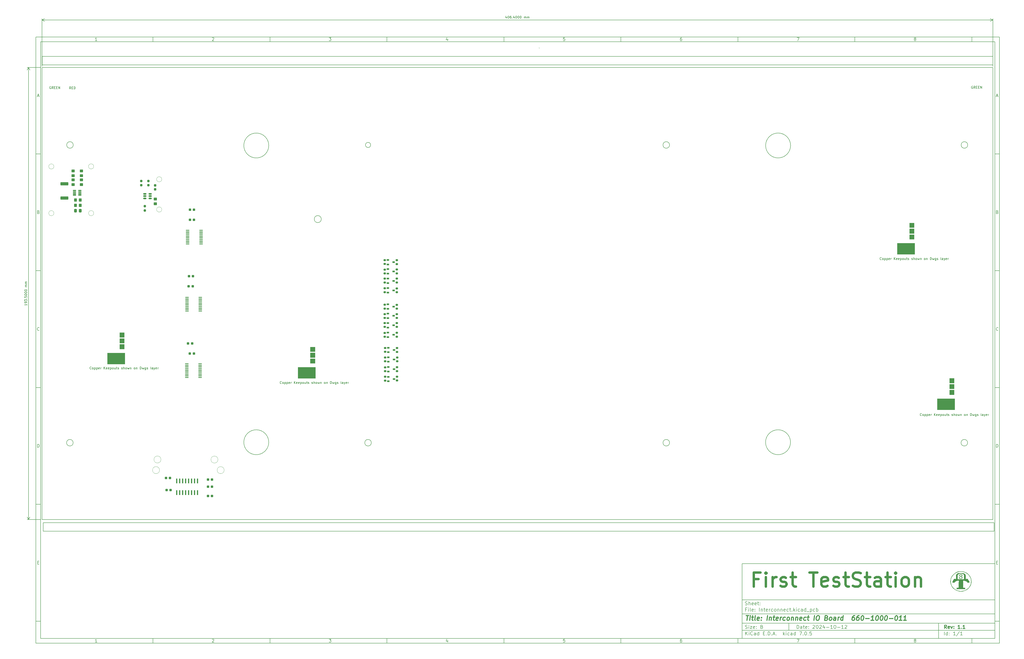
<source format=gtp>
G04 #@! TF.GenerationSoftware,KiCad,Pcbnew,7.0.5*
G04 #@! TF.CreationDate,2025-02-05T20:13:06-05:00*
G04 #@! TF.ProjectId,Interconnect,496e7465-7263-46f6-9e6e-6563742e6b69,1.1*
G04 #@! TF.SameCoordinates,Original*
G04 #@! TF.FileFunction,Paste,Top*
G04 #@! TF.FilePolarity,Positive*
%FSLAX46Y46*%
G04 Gerber Fmt 4.6, Leading zero omitted, Abs format (unit mm)*
G04 Created by KiCad (PCBNEW 7.0.5) date 2025-02-05 20:13:06*
%MOMM*%
%LPD*%
G01*
G04 APERTURE LIST*
G04 Aperture macros list*
%AMRoundRect*
0 Rectangle with rounded corners*
0 $1 Rounding radius*
0 $2 $3 $4 $5 $6 $7 $8 $9 X,Y pos of 4 corners*
0 Add a 4 corners polygon primitive as box body*
4,1,4,$2,$3,$4,$5,$6,$7,$8,$9,$2,$3,0*
0 Add four circle primitives for the rounded corners*
1,1,$1+$1,$2,$3*
1,1,$1+$1,$4,$5*
1,1,$1+$1,$6,$7*
1,1,$1+$1,$8,$9*
0 Add four rect primitives between the rounded corners*
20,1,$1+$1,$2,$3,$4,$5,0*
20,1,$1+$1,$4,$5,$6,$7,0*
20,1,$1+$1,$6,$7,$8,$9,0*
20,1,$1+$1,$8,$9,$2,$3,0*%
G04 Aperture macros list end*
%ADD10C,0.100000*%
%ADD11C,0.150000*%
%ADD12C,0.300000*%
%ADD13C,0.400000*%
%ADD14RoundRect,0.200000X0.275000X-0.200000X0.275000X0.200000X-0.275000X0.200000X-0.275000X-0.200000X0*%
%ADD15R,1.000000X0.700000*%
%ADD16RoundRect,0.250000X-0.337500X-0.475000X0.337500X-0.475000X0.337500X0.475000X-0.337500X0.475000X0*%
%ADD17RoundRect,0.237500X0.237500X-0.250000X0.237500X0.250000X-0.237500X0.250000X-0.237500X-0.250000X0*%
%ADD18RoundRect,0.100000X-0.637500X-0.100000X0.637500X-0.100000X0.637500X0.100000X-0.637500X0.100000X0*%
%ADD19RoundRect,0.250000X0.350000X0.450000X-0.350000X0.450000X-0.350000X-0.450000X0.350000X-0.450000X0*%
%ADD20RoundRect,0.237500X-0.300000X-0.237500X0.300000X-0.237500X0.300000X0.237500X-0.300000X0.237500X0*%
%ADD21RoundRect,0.249999X1.425001X-0.450001X1.425001X0.450001X-1.425001X0.450001X-1.425001X-0.450001X0*%
%ADD22RoundRect,0.250000X-0.450000X0.350000X-0.450000X-0.350000X0.450000X-0.350000X0.450000X0.350000X0*%
%ADD23RoundRect,0.200000X-0.275000X0.200000X-0.275000X-0.200000X0.275000X-0.200000X0.275000X0.200000X0*%
%ADD24RoundRect,0.237500X0.300000X0.237500X-0.300000X0.237500X-0.300000X-0.237500X0.300000X-0.237500X0*%
%ADD25RoundRect,0.150000X0.512500X0.150000X-0.512500X0.150000X-0.512500X-0.150000X0.512500X-0.150000X0*%
%ADD26RoundRect,0.237500X0.237500X-0.300000X0.237500X0.300000X-0.237500X0.300000X-0.237500X-0.300000X0*%
%ADD27RoundRect,0.041300X-0.253700X0.943700X-0.253700X-0.943700X0.253700X-0.943700X0.253700X0.943700X0*%
%ADD28RoundRect,0.125000X-0.537500X-0.125000X0.537500X-0.125000X0.537500X0.125000X-0.537500X0.125000X0*%
%ADD29C,1.000000*%
G04 #@! TA.AperFunction,Profile*
%ADD30C,0.100000*%
G04 #@! TD*
G04 #@! TA.AperFunction,Profile*
%ADD31C,0.160000*%
G04 #@! TD*
G04 APERTURE END LIST*
D10*
D11*
X311800000Y-235400000D02*
X419800000Y-235400000D01*
X419800000Y-267400000D01*
X311800000Y-267400000D01*
X311800000Y-235400000D01*
D10*
D11*
X10000000Y-10000000D02*
X421800000Y-10000000D01*
X421800000Y-269400000D01*
X10000000Y-269400000D01*
X10000000Y-10000000D01*
D10*
D11*
X12000000Y-12000000D02*
X419800000Y-12000000D01*
X419800000Y-267400000D01*
X12000000Y-267400000D01*
X12000000Y-12000000D01*
D10*
D11*
X60000000Y-12000000D02*
X60000000Y-10000000D01*
D10*
D11*
X110000000Y-12000000D02*
X110000000Y-10000000D01*
D10*
D11*
X160000000Y-12000000D02*
X160000000Y-10000000D01*
D10*
D11*
X210000000Y-12000000D02*
X210000000Y-10000000D01*
D10*
D11*
X260000000Y-12000000D02*
X260000000Y-10000000D01*
D10*
D11*
X310000000Y-12000000D02*
X310000000Y-10000000D01*
D10*
D11*
X360000000Y-12000000D02*
X360000000Y-10000000D01*
D10*
D11*
X410000000Y-12000000D02*
X410000000Y-10000000D01*
D10*
D11*
X36089160Y-11593604D02*
X35346303Y-11593604D01*
X35717731Y-11593604D02*
X35717731Y-10293604D01*
X35717731Y-10293604D02*
X35593922Y-10479319D01*
X35593922Y-10479319D02*
X35470112Y-10603128D01*
X35470112Y-10603128D02*
X35346303Y-10665033D01*
D10*
D11*
X85346303Y-10417414D02*
X85408207Y-10355509D01*
X85408207Y-10355509D02*
X85532017Y-10293604D01*
X85532017Y-10293604D02*
X85841541Y-10293604D01*
X85841541Y-10293604D02*
X85965350Y-10355509D01*
X85965350Y-10355509D02*
X86027255Y-10417414D01*
X86027255Y-10417414D02*
X86089160Y-10541223D01*
X86089160Y-10541223D02*
X86089160Y-10665033D01*
X86089160Y-10665033D02*
X86027255Y-10850747D01*
X86027255Y-10850747D02*
X85284398Y-11593604D01*
X85284398Y-11593604D02*
X86089160Y-11593604D01*
D10*
D11*
X135284398Y-10293604D02*
X136089160Y-10293604D01*
X136089160Y-10293604D02*
X135655826Y-10788842D01*
X135655826Y-10788842D02*
X135841541Y-10788842D01*
X135841541Y-10788842D02*
X135965350Y-10850747D01*
X135965350Y-10850747D02*
X136027255Y-10912652D01*
X136027255Y-10912652D02*
X136089160Y-11036461D01*
X136089160Y-11036461D02*
X136089160Y-11345985D01*
X136089160Y-11345985D02*
X136027255Y-11469795D01*
X136027255Y-11469795D02*
X135965350Y-11531700D01*
X135965350Y-11531700D02*
X135841541Y-11593604D01*
X135841541Y-11593604D02*
X135470112Y-11593604D01*
X135470112Y-11593604D02*
X135346303Y-11531700D01*
X135346303Y-11531700D02*
X135284398Y-11469795D01*
D10*
D11*
X185965350Y-10726938D02*
X185965350Y-11593604D01*
X185655826Y-10231700D02*
X185346303Y-11160271D01*
X185346303Y-11160271D02*
X186151064Y-11160271D01*
D10*
D11*
X236027255Y-10293604D02*
X235408207Y-10293604D01*
X235408207Y-10293604D02*
X235346303Y-10912652D01*
X235346303Y-10912652D02*
X235408207Y-10850747D01*
X235408207Y-10850747D02*
X235532017Y-10788842D01*
X235532017Y-10788842D02*
X235841541Y-10788842D01*
X235841541Y-10788842D02*
X235965350Y-10850747D01*
X235965350Y-10850747D02*
X236027255Y-10912652D01*
X236027255Y-10912652D02*
X236089160Y-11036461D01*
X236089160Y-11036461D02*
X236089160Y-11345985D01*
X236089160Y-11345985D02*
X236027255Y-11469795D01*
X236027255Y-11469795D02*
X235965350Y-11531700D01*
X235965350Y-11531700D02*
X235841541Y-11593604D01*
X235841541Y-11593604D02*
X235532017Y-11593604D01*
X235532017Y-11593604D02*
X235408207Y-11531700D01*
X235408207Y-11531700D02*
X235346303Y-11469795D01*
D10*
D11*
X285965350Y-10293604D02*
X285717731Y-10293604D01*
X285717731Y-10293604D02*
X285593922Y-10355509D01*
X285593922Y-10355509D02*
X285532017Y-10417414D01*
X285532017Y-10417414D02*
X285408207Y-10603128D01*
X285408207Y-10603128D02*
X285346303Y-10850747D01*
X285346303Y-10850747D02*
X285346303Y-11345985D01*
X285346303Y-11345985D02*
X285408207Y-11469795D01*
X285408207Y-11469795D02*
X285470112Y-11531700D01*
X285470112Y-11531700D02*
X285593922Y-11593604D01*
X285593922Y-11593604D02*
X285841541Y-11593604D01*
X285841541Y-11593604D02*
X285965350Y-11531700D01*
X285965350Y-11531700D02*
X286027255Y-11469795D01*
X286027255Y-11469795D02*
X286089160Y-11345985D01*
X286089160Y-11345985D02*
X286089160Y-11036461D01*
X286089160Y-11036461D02*
X286027255Y-10912652D01*
X286027255Y-10912652D02*
X285965350Y-10850747D01*
X285965350Y-10850747D02*
X285841541Y-10788842D01*
X285841541Y-10788842D02*
X285593922Y-10788842D01*
X285593922Y-10788842D02*
X285470112Y-10850747D01*
X285470112Y-10850747D02*
X285408207Y-10912652D01*
X285408207Y-10912652D02*
X285346303Y-11036461D01*
D10*
D11*
X335284398Y-10293604D02*
X336151064Y-10293604D01*
X336151064Y-10293604D02*
X335593922Y-11593604D01*
D10*
D11*
X385593922Y-10850747D02*
X385470112Y-10788842D01*
X385470112Y-10788842D02*
X385408207Y-10726938D01*
X385408207Y-10726938D02*
X385346303Y-10603128D01*
X385346303Y-10603128D02*
X385346303Y-10541223D01*
X385346303Y-10541223D02*
X385408207Y-10417414D01*
X385408207Y-10417414D02*
X385470112Y-10355509D01*
X385470112Y-10355509D02*
X385593922Y-10293604D01*
X385593922Y-10293604D02*
X385841541Y-10293604D01*
X385841541Y-10293604D02*
X385965350Y-10355509D01*
X385965350Y-10355509D02*
X386027255Y-10417414D01*
X386027255Y-10417414D02*
X386089160Y-10541223D01*
X386089160Y-10541223D02*
X386089160Y-10603128D01*
X386089160Y-10603128D02*
X386027255Y-10726938D01*
X386027255Y-10726938D02*
X385965350Y-10788842D01*
X385965350Y-10788842D02*
X385841541Y-10850747D01*
X385841541Y-10850747D02*
X385593922Y-10850747D01*
X385593922Y-10850747D02*
X385470112Y-10912652D01*
X385470112Y-10912652D02*
X385408207Y-10974557D01*
X385408207Y-10974557D02*
X385346303Y-11098366D01*
X385346303Y-11098366D02*
X385346303Y-11345985D01*
X385346303Y-11345985D02*
X385408207Y-11469795D01*
X385408207Y-11469795D02*
X385470112Y-11531700D01*
X385470112Y-11531700D02*
X385593922Y-11593604D01*
X385593922Y-11593604D02*
X385841541Y-11593604D01*
X385841541Y-11593604D02*
X385965350Y-11531700D01*
X385965350Y-11531700D02*
X386027255Y-11469795D01*
X386027255Y-11469795D02*
X386089160Y-11345985D01*
X386089160Y-11345985D02*
X386089160Y-11098366D01*
X386089160Y-11098366D02*
X386027255Y-10974557D01*
X386027255Y-10974557D02*
X385965350Y-10912652D01*
X385965350Y-10912652D02*
X385841541Y-10850747D01*
D10*
D11*
X60000000Y-267400000D02*
X60000000Y-269400000D01*
D10*
D11*
X110000000Y-267400000D02*
X110000000Y-269400000D01*
D10*
D11*
X160000000Y-267400000D02*
X160000000Y-269400000D01*
D10*
D11*
X210000000Y-267400000D02*
X210000000Y-269400000D01*
D10*
D11*
X260000000Y-267400000D02*
X260000000Y-269400000D01*
D10*
D11*
X310000000Y-267400000D02*
X310000000Y-269400000D01*
D10*
D11*
X360000000Y-267400000D02*
X360000000Y-269400000D01*
D10*
D11*
X410000000Y-267400000D02*
X410000000Y-269400000D01*
D10*
D11*
X36089160Y-268993604D02*
X35346303Y-268993604D01*
X35717731Y-268993604D02*
X35717731Y-267693604D01*
X35717731Y-267693604D02*
X35593922Y-267879319D01*
X35593922Y-267879319D02*
X35470112Y-268003128D01*
X35470112Y-268003128D02*
X35346303Y-268065033D01*
D10*
D11*
X85346303Y-267817414D02*
X85408207Y-267755509D01*
X85408207Y-267755509D02*
X85532017Y-267693604D01*
X85532017Y-267693604D02*
X85841541Y-267693604D01*
X85841541Y-267693604D02*
X85965350Y-267755509D01*
X85965350Y-267755509D02*
X86027255Y-267817414D01*
X86027255Y-267817414D02*
X86089160Y-267941223D01*
X86089160Y-267941223D02*
X86089160Y-268065033D01*
X86089160Y-268065033D02*
X86027255Y-268250747D01*
X86027255Y-268250747D02*
X85284398Y-268993604D01*
X85284398Y-268993604D02*
X86089160Y-268993604D01*
D10*
D11*
X135284398Y-267693604D02*
X136089160Y-267693604D01*
X136089160Y-267693604D02*
X135655826Y-268188842D01*
X135655826Y-268188842D02*
X135841541Y-268188842D01*
X135841541Y-268188842D02*
X135965350Y-268250747D01*
X135965350Y-268250747D02*
X136027255Y-268312652D01*
X136027255Y-268312652D02*
X136089160Y-268436461D01*
X136089160Y-268436461D02*
X136089160Y-268745985D01*
X136089160Y-268745985D02*
X136027255Y-268869795D01*
X136027255Y-268869795D02*
X135965350Y-268931700D01*
X135965350Y-268931700D02*
X135841541Y-268993604D01*
X135841541Y-268993604D02*
X135470112Y-268993604D01*
X135470112Y-268993604D02*
X135346303Y-268931700D01*
X135346303Y-268931700D02*
X135284398Y-268869795D01*
D10*
D11*
X185965350Y-268126938D02*
X185965350Y-268993604D01*
X185655826Y-267631700D02*
X185346303Y-268560271D01*
X185346303Y-268560271D02*
X186151064Y-268560271D01*
D10*
D11*
X236027255Y-267693604D02*
X235408207Y-267693604D01*
X235408207Y-267693604D02*
X235346303Y-268312652D01*
X235346303Y-268312652D02*
X235408207Y-268250747D01*
X235408207Y-268250747D02*
X235532017Y-268188842D01*
X235532017Y-268188842D02*
X235841541Y-268188842D01*
X235841541Y-268188842D02*
X235965350Y-268250747D01*
X235965350Y-268250747D02*
X236027255Y-268312652D01*
X236027255Y-268312652D02*
X236089160Y-268436461D01*
X236089160Y-268436461D02*
X236089160Y-268745985D01*
X236089160Y-268745985D02*
X236027255Y-268869795D01*
X236027255Y-268869795D02*
X235965350Y-268931700D01*
X235965350Y-268931700D02*
X235841541Y-268993604D01*
X235841541Y-268993604D02*
X235532017Y-268993604D01*
X235532017Y-268993604D02*
X235408207Y-268931700D01*
X235408207Y-268931700D02*
X235346303Y-268869795D01*
D10*
D11*
X285965350Y-267693604D02*
X285717731Y-267693604D01*
X285717731Y-267693604D02*
X285593922Y-267755509D01*
X285593922Y-267755509D02*
X285532017Y-267817414D01*
X285532017Y-267817414D02*
X285408207Y-268003128D01*
X285408207Y-268003128D02*
X285346303Y-268250747D01*
X285346303Y-268250747D02*
X285346303Y-268745985D01*
X285346303Y-268745985D02*
X285408207Y-268869795D01*
X285408207Y-268869795D02*
X285470112Y-268931700D01*
X285470112Y-268931700D02*
X285593922Y-268993604D01*
X285593922Y-268993604D02*
X285841541Y-268993604D01*
X285841541Y-268993604D02*
X285965350Y-268931700D01*
X285965350Y-268931700D02*
X286027255Y-268869795D01*
X286027255Y-268869795D02*
X286089160Y-268745985D01*
X286089160Y-268745985D02*
X286089160Y-268436461D01*
X286089160Y-268436461D02*
X286027255Y-268312652D01*
X286027255Y-268312652D02*
X285965350Y-268250747D01*
X285965350Y-268250747D02*
X285841541Y-268188842D01*
X285841541Y-268188842D02*
X285593922Y-268188842D01*
X285593922Y-268188842D02*
X285470112Y-268250747D01*
X285470112Y-268250747D02*
X285408207Y-268312652D01*
X285408207Y-268312652D02*
X285346303Y-268436461D01*
D10*
D11*
X335284398Y-267693604D02*
X336151064Y-267693604D01*
X336151064Y-267693604D02*
X335593922Y-268993604D01*
D10*
D11*
X385593922Y-268250747D02*
X385470112Y-268188842D01*
X385470112Y-268188842D02*
X385408207Y-268126938D01*
X385408207Y-268126938D02*
X385346303Y-268003128D01*
X385346303Y-268003128D02*
X385346303Y-267941223D01*
X385346303Y-267941223D02*
X385408207Y-267817414D01*
X385408207Y-267817414D02*
X385470112Y-267755509D01*
X385470112Y-267755509D02*
X385593922Y-267693604D01*
X385593922Y-267693604D02*
X385841541Y-267693604D01*
X385841541Y-267693604D02*
X385965350Y-267755509D01*
X385965350Y-267755509D02*
X386027255Y-267817414D01*
X386027255Y-267817414D02*
X386089160Y-267941223D01*
X386089160Y-267941223D02*
X386089160Y-268003128D01*
X386089160Y-268003128D02*
X386027255Y-268126938D01*
X386027255Y-268126938D02*
X385965350Y-268188842D01*
X385965350Y-268188842D02*
X385841541Y-268250747D01*
X385841541Y-268250747D02*
X385593922Y-268250747D01*
X385593922Y-268250747D02*
X385470112Y-268312652D01*
X385470112Y-268312652D02*
X385408207Y-268374557D01*
X385408207Y-268374557D02*
X385346303Y-268498366D01*
X385346303Y-268498366D02*
X385346303Y-268745985D01*
X385346303Y-268745985D02*
X385408207Y-268869795D01*
X385408207Y-268869795D02*
X385470112Y-268931700D01*
X385470112Y-268931700D02*
X385593922Y-268993604D01*
X385593922Y-268993604D02*
X385841541Y-268993604D01*
X385841541Y-268993604D02*
X385965350Y-268931700D01*
X385965350Y-268931700D02*
X386027255Y-268869795D01*
X386027255Y-268869795D02*
X386089160Y-268745985D01*
X386089160Y-268745985D02*
X386089160Y-268498366D01*
X386089160Y-268498366D02*
X386027255Y-268374557D01*
X386027255Y-268374557D02*
X385965350Y-268312652D01*
X385965350Y-268312652D02*
X385841541Y-268250747D01*
D10*
D11*
X10000000Y-60000000D02*
X12000000Y-60000000D01*
D10*
D11*
X10000000Y-110000000D02*
X12000000Y-110000000D01*
D10*
D11*
X10000000Y-160000000D02*
X12000000Y-160000000D01*
D10*
D11*
X10000000Y-210000000D02*
X12000000Y-210000000D01*
D10*
D11*
X10000000Y-260000000D02*
X12000000Y-260000000D01*
D10*
D11*
X10690476Y-35222176D02*
X11309523Y-35222176D01*
X10566666Y-35593604D02*
X10999999Y-34293604D01*
X10999999Y-34293604D02*
X11433333Y-35593604D01*
D10*
D11*
X11092857Y-84912652D02*
X11278571Y-84974557D01*
X11278571Y-84974557D02*
X11340476Y-85036461D01*
X11340476Y-85036461D02*
X11402380Y-85160271D01*
X11402380Y-85160271D02*
X11402380Y-85345985D01*
X11402380Y-85345985D02*
X11340476Y-85469795D01*
X11340476Y-85469795D02*
X11278571Y-85531700D01*
X11278571Y-85531700D02*
X11154761Y-85593604D01*
X11154761Y-85593604D02*
X10659523Y-85593604D01*
X10659523Y-85593604D02*
X10659523Y-84293604D01*
X10659523Y-84293604D02*
X11092857Y-84293604D01*
X11092857Y-84293604D02*
X11216666Y-84355509D01*
X11216666Y-84355509D02*
X11278571Y-84417414D01*
X11278571Y-84417414D02*
X11340476Y-84541223D01*
X11340476Y-84541223D02*
X11340476Y-84665033D01*
X11340476Y-84665033D02*
X11278571Y-84788842D01*
X11278571Y-84788842D02*
X11216666Y-84850747D01*
X11216666Y-84850747D02*
X11092857Y-84912652D01*
X11092857Y-84912652D02*
X10659523Y-84912652D01*
D10*
D11*
X11402380Y-135469795D02*
X11340476Y-135531700D01*
X11340476Y-135531700D02*
X11154761Y-135593604D01*
X11154761Y-135593604D02*
X11030952Y-135593604D01*
X11030952Y-135593604D02*
X10845238Y-135531700D01*
X10845238Y-135531700D02*
X10721428Y-135407890D01*
X10721428Y-135407890D02*
X10659523Y-135284080D01*
X10659523Y-135284080D02*
X10597619Y-135036461D01*
X10597619Y-135036461D02*
X10597619Y-134850747D01*
X10597619Y-134850747D02*
X10659523Y-134603128D01*
X10659523Y-134603128D02*
X10721428Y-134479319D01*
X10721428Y-134479319D02*
X10845238Y-134355509D01*
X10845238Y-134355509D02*
X11030952Y-134293604D01*
X11030952Y-134293604D02*
X11154761Y-134293604D01*
X11154761Y-134293604D02*
X11340476Y-134355509D01*
X11340476Y-134355509D02*
X11402380Y-134417414D01*
D10*
D11*
X10659523Y-185593604D02*
X10659523Y-184293604D01*
X10659523Y-184293604D02*
X10969047Y-184293604D01*
X10969047Y-184293604D02*
X11154761Y-184355509D01*
X11154761Y-184355509D02*
X11278571Y-184479319D01*
X11278571Y-184479319D02*
X11340476Y-184603128D01*
X11340476Y-184603128D02*
X11402380Y-184850747D01*
X11402380Y-184850747D02*
X11402380Y-185036461D01*
X11402380Y-185036461D02*
X11340476Y-185284080D01*
X11340476Y-185284080D02*
X11278571Y-185407890D01*
X11278571Y-185407890D02*
X11154761Y-185531700D01*
X11154761Y-185531700D02*
X10969047Y-185593604D01*
X10969047Y-185593604D02*
X10659523Y-185593604D01*
D10*
D11*
X10721428Y-234912652D02*
X11154762Y-234912652D01*
X11340476Y-235593604D02*
X10721428Y-235593604D01*
X10721428Y-235593604D02*
X10721428Y-234293604D01*
X10721428Y-234293604D02*
X11340476Y-234293604D01*
D10*
D11*
X421800000Y-60000000D02*
X419800000Y-60000000D01*
D10*
D11*
X421800000Y-110000000D02*
X419800000Y-110000000D01*
D10*
D11*
X421800000Y-160000000D02*
X419800000Y-160000000D01*
D10*
D11*
X421800000Y-210000000D02*
X419800000Y-210000000D01*
D10*
D11*
X421800000Y-260000000D02*
X419800000Y-260000000D01*
D10*
D11*
X420490476Y-35222176D02*
X421109523Y-35222176D01*
X420366666Y-35593604D02*
X420799999Y-34293604D01*
X420799999Y-34293604D02*
X421233333Y-35593604D01*
D10*
D11*
X420892857Y-84912652D02*
X421078571Y-84974557D01*
X421078571Y-84974557D02*
X421140476Y-85036461D01*
X421140476Y-85036461D02*
X421202380Y-85160271D01*
X421202380Y-85160271D02*
X421202380Y-85345985D01*
X421202380Y-85345985D02*
X421140476Y-85469795D01*
X421140476Y-85469795D02*
X421078571Y-85531700D01*
X421078571Y-85531700D02*
X420954761Y-85593604D01*
X420954761Y-85593604D02*
X420459523Y-85593604D01*
X420459523Y-85593604D02*
X420459523Y-84293604D01*
X420459523Y-84293604D02*
X420892857Y-84293604D01*
X420892857Y-84293604D02*
X421016666Y-84355509D01*
X421016666Y-84355509D02*
X421078571Y-84417414D01*
X421078571Y-84417414D02*
X421140476Y-84541223D01*
X421140476Y-84541223D02*
X421140476Y-84665033D01*
X421140476Y-84665033D02*
X421078571Y-84788842D01*
X421078571Y-84788842D02*
X421016666Y-84850747D01*
X421016666Y-84850747D02*
X420892857Y-84912652D01*
X420892857Y-84912652D02*
X420459523Y-84912652D01*
D10*
D11*
X421202380Y-135469795D02*
X421140476Y-135531700D01*
X421140476Y-135531700D02*
X420954761Y-135593604D01*
X420954761Y-135593604D02*
X420830952Y-135593604D01*
X420830952Y-135593604D02*
X420645238Y-135531700D01*
X420645238Y-135531700D02*
X420521428Y-135407890D01*
X420521428Y-135407890D02*
X420459523Y-135284080D01*
X420459523Y-135284080D02*
X420397619Y-135036461D01*
X420397619Y-135036461D02*
X420397619Y-134850747D01*
X420397619Y-134850747D02*
X420459523Y-134603128D01*
X420459523Y-134603128D02*
X420521428Y-134479319D01*
X420521428Y-134479319D02*
X420645238Y-134355509D01*
X420645238Y-134355509D02*
X420830952Y-134293604D01*
X420830952Y-134293604D02*
X420954761Y-134293604D01*
X420954761Y-134293604D02*
X421140476Y-134355509D01*
X421140476Y-134355509D02*
X421202380Y-134417414D01*
D10*
D11*
X420459523Y-185593604D02*
X420459523Y-184293604D01*
X420459523Y-184293604D02*
X420769047Y-184293604D01*
X420769047Y-184293604D02*
X420954761Y-184355509D01*
X420954761Y-184355509D02*
X421078571Y-184479319D01*
X421078571Y-184479319D02*
X421140476Y-184603128D01*
X421140476Y-184603128D02*
X421202380Y-184850747D01*
X421202380Y-184850747D02*
X421202380Y-185036461D01*
X421202380Y-185036461D02*
X421140476Y-185284080D01*
X421140476Y-185284080D02*
X421078571Y-185407890D01*
X421078571Y-185407890D02*
X420954761Y-185531700D01*
X420954761Y-185531700D02*
X420769047Y-185593604D01*
X420769047Y-185593604D02*
X420459523Y-185593604D01*
D10*
D11*
X420521428Y-234912652D02*
X420954762Y-234912652D01*
X421140476Y-235593604D02*
X420521428Y-235593604D01*
X420521428Y-235593604D02*
X420521428Y-234293604D01*
X420521428Y-234293604D02*
X421140476Y-234293604D01*
D10*
D11*
X335255826Y-263186128D02*
X335255826Y-261686128D01*
X335255826Y-261686128D02*
X335612969Y-261686128D01*
X335612969Y-261686128D02*
X335827255Y-261757557D01*
X335827255Y-261757557D02*
X335970112Y-261900414D01*
X335970112Y-261900414D02*
X336041541Y-262043271D01*
X336041541Y-262043271D02*
X336112969Y-262328985D01*
X336112969Y-262328985D02*
X336112969Y-262543271D01*
X336112969Y-262543271D02*
X336041541Y-262828985D01*
X336041541Y-262828985D02*
X335970112Y-262971842D01*
X335970112Y-262971842D02*
X335827255Y-263114700D01*
X335827255Y-263114700D02*
X335612969Y-263186128D01*
X335612969Y-263186128D02*
X335255826Y-263186128D01*
X337398684Y-263186128D02*
X337398684Y-262400414D01*
X337398684Y-262400414D02*
X337327255Y-262257557D01*
X337327255Y-262257557D02*
X337184398Y-262186128D01*
X337184398Y-262186128D02*
X336898684Y-262186128D01*
X336898684Y-262186128D02*
X336755826Y-262257557D01*
X337398684Y-263114700D02*
X337255826Y-263186128D01*
X337255826Y-263186128D02*
X336898684Y-263186128D01*
X336898684Y-263186128D02*
X336755826Y-263114700D01*
X336755826Y-263114700D02*
X336684398Y-262971842D01*
X336684398Y-262971842D02*
X336684398Y-262828985D01*
X336684398Y-262828985D02*
X336755826Y-262686128D01*
X336755826Y-262686128D02*
X336898684Y-262614700D01*
X336898684Y-262614700D02*
X337255826Y-262614700D01*
X337255826Y-262614700D02*
X337398684Y-262543271D01*
X337898684Y-262186128D02*
X338470112Y-262186128D01*
X338112969Y-261686128D02*
X338112969Y-262971842D01*
X338112969Y-262971842D02*
X338184398Y-263114700D01*
X338184398Y-263114700D02*
X338327255Y-263186128D01*
X338327255Y-263186128D02*
X338470112Y-263186128D01*
X339541541Y-263114700D02*
X339398684Y-263186128D01*
X339398684Y-263186128D02*
X339112970Y-263186128D01*
X339112970Y-263186128D02*
X338970112Y-263114700D01*
X338970112Y-263114700D02*
X338898684Y-262971842D01*
X338898684Y-262971842D02*
X338898684Y-262400414D01*
X338898684Y-262400414D02*
X338970112Y-262257557D01*
X338970112Y-262257557D02*
X339112970Y-262186128D01*
X339112970Y-262186128D02*
X339398684Y-262186128D01*
X339398684Y-262186128D02*
X339541541Y-262257557D01*
X339541541Y-262257557D02*
X339612970Y-262400414D01*
X339612970Y-262400414D02*
X339612970Y-262543271D01*
X339612970Y-262543271D02*
X338898684Y-262686128D01*
X340255826Y-263043271D02*
X340327255Y-263114700D01*
X340327255Y-263114700D02*
X340255826Y-263186128D01*
X340255826Y-263186128D02*
X340184398Y-263114700D01*
X340184398Y-263114700D02*
X340255826Y-263043271D01*
X340255826Y-263043271D02*
X340255826Y-263186128D01*
X340255826Y-262257557D02*
X340327255Y-262328985D01*
X340327255Y-262328985D02*
X340255826Y-262400414D01*
X340255826Y-262400414D02*
X340184398Y-262328985D01*
X340184398Y-262328985D02*
X340255826Y-262257557D01*
X340255826Y-262257557D02*
X340255826Y-262400414D01*
X342041541Y-261828985D02*
X342112969Y-261757557D01*
X342112969Y-261757557D02*
X342255827Y-261686128D01*
X342255827Y-261686128D02*
X342612969Y-261686128D01*
X342612969Y-261686128D02*
X342755827Y-261757557D01*
X342755827Y-261757557D02*
X342827255Y-261828985D01*
X342827255Y-261828985D02*
X342898684Y-261971842D01*
X342898684Y-261971842D02*
X342898684Y-262114700D01*
X342898684Y-262114700D02*
X342827255Y-262328985D01*
X342827255Y-262328985D02*
X341970112Y-263186128D01*
X341970112Y-263186128D02*
X342898684Y-263186128D01*
X343827255Y-261686128D02*
X343970112Y-261686128D01*
X343970112Y-261686128D02*
X344112969Y-261757557D01*
X344112969Y-261757557D02*
X344184398Y-261828985D01*
X344184398Y-261828985D02*
X344255826Y-261971842D01*
X344255826Y-261971842D02*
X344327255Y-262257557D01*
X344327255Y-262257557D02*
X344327255Y-262614700D01*
X344327255Y-262614700D02*
X344255826Y-262900414D01*
X344255826Y-262900414D02*
X344184398Y-263043271D01*
X344184398Y-263043271D02*
X344112969Y-263114700D01*
X344112969Y-263114700D02*
X343970112Y-263186128D01*
X343970112Y-263186128D02*
X343827255Y-263186128D01*
X343827255Y-263186128D02*
X343684398Y-263114700D01*
X343684398Y-263114700D02*
X343612969Y-263043271D01*
X343612969Y-263043271D02*
X343541540Y-262900414D01*
X343541540Y-262900414D02*
X343470112Y-262614700D01*
X343470112Y-262614700D02*
X343470112Y-262257557D01*
X343470112Y-262257557D02*
X343541540Y-261971842D01*
X343541540Y-261971842D02*
X343612969Y-261828985D01*
X343612969Y-261828985D02*
X343684398Y-261757557D01*
X343684398Y-261757557D02*
X343827255Y-261686128D01*
X344898683Y-261828985D02*
X344970111Y-261757557D01*
X344970111Y-261757557D02*
X345112969Y-261686128D01*
X345112969Y-261686128D02*
X345470111Y-261686128D01*
X345470111Y-261686128D02*
X345612969Y-261757557D01*
X345612969Y-261757557D02*
X345684397Y-261828985D01*
X345684397Y-261828985D02*
X345755826Y-261971842D01*
X345755826Y-261971842D02*
X345755826Y-262114700D01*
X345755826Y-262114700D02*
X345684397Y-262328985D01*
X345684397Y-262328985D02*
X344827254Y-263186128D01*
X344827254Y-263186128D02*
X345755826Y-263186128D01*
X347041540Y-262186128D02*
X347041540Y-263186128D01*
X346684397Y-261614700D02*
X346327254Y-262686128D01*
X346327254Y-262686128D02*
X347255825Y-262686128D01*
X347827253Y-262614700D02*
X348970111Y-262614700D01*
X350470111Y-263186128D02*
X349612968Y-263186128D01*
X350041539Y-263186128D02*
X350041539Y-261686128D01*
X350041539Y-261686128D02*
X349898682Y-261900414D01*
X349898682Y-261900414D02*
X349755825Y-262043271D01*
X349755825Y-262043271D02*
X349612968Y-262114700D01*
X351398682Y-261686128D02*
X351541539Y-261686128D01*
X351541539Y-261686128D02*
X351684396Y-261757557D01*
X351684396Y-261757557D02*
X351755825Y-261828985D01*
X351755825Y-261828985D02*
X351827253Y-261971842D01*
X351827253Y-261971842D02*
X351898682Y-262257557D01*
X351898682Y-262257557D02*
X351898682Y-262614700D01*
X351898682Y-262614700D02*
X351827253Y-262900414D01*
X351827253Y-262900414D02*
X351755825Y-263043271D01*
X351755825Y-263043271D02*
X351684396Y-263114700D01*
X351684396Y-263114700D02*
X351541539Y-263186128D01*
X351541539Y-263186128D02*
X351398682Y-263186128D01*
X351398682Y-263186128D02*
X351255825Y-263114700D01*
X351255825Y-263114700D02*
X351184396Y-263043271D01*
X351184396Y-263043271D02*
X351112967Y-262900414D01*
X351112967Y-262900414D02*
X351041539Y-262614700D01*
X351041539Y-262614700D02*
X351041539Y-262257557D01*
X351041539Y-262257557D02*
X351112967Y-261971842D01*
X351112967Y-261971842D02*
X351184396Y-261828985D01*
X351184396Y-261828985D02*
X351255825Y-261757557D01*
X351255825Y-261757557D02*
X351398682Y-261686128D01*
X352541538Y-262614700D02*
X353684396Y-262614700D01*
X355184396Y-263186128D02*
X354327253Y-263186128D01*
X354755824Y-263186128D02*
X354755824Y-261686128D01*
X354755824Y-261686128D02*
X354612967Y-261900414D01*
X354612967Y-261900414D02*
X354470110Y-262043271D01*
X354470110Y-262043271D02*
X354327253Y-262114700D01*
X355755824Y-261828985D02*
X355827252Y-261757557D01*
X355827252Y-261757557D02*
X355970110Y-261686128D01*
X355970110Y-261686128D02*
X356327252Y-261686128D01*
X356327252Y-261686128D02*
X356470110Y-261757557D01*
X356470110Y-261757557D02*
X356541538Y-261828985D01*
X356541538Y-261828985D02*
X356612967Y-261971842D01*
X356612967Y-261971842D02*
X356612967Y-262114700D01*
X356612967Y-262114700D02*
X356541538Y-262328985D01*
X356541538Y-262328985D02*
X355684395Y-263186128D01*
X355684395Y-263186128D02*
X356612967Y-263186128D01*
D10*
D11*
X311800000Y-263900000D02*
X419800000Y-263900000D01*
D10*
D11*
X313255826Y-265986128D02*
X313255826Y-264486128D01*
X314112969Y-265986128D02*
X313470112Y-265128985D01*
X314112969Y-264486128D02*
X313255826Y-265343271D01*
X314755826Y-265986128D02*
X314755826Y-264986128D01*
X314755826Y-264486128D02*
X314684398Y-264557557D01*
X314684398Y-264557557D02*
X314755826Y-264628985D01*
X314755826Y-264628985D02*
X314827255Y-264557557D01*
X314827255Y-264557557D02*
X314755826Y-264486128D01*
X314755826Y-264486128D02*
X314755826Y-264628985D01*
X316327255Y-265843271D02*
X316255827Y-265914700D01*
X316255827Y-265914700D02*
X316041541Y-265986128D01*
X316041541Y-265986128D02*
X315898684Y-265986128D01*
X315898684Y-265986128D02*
X315684398Y-265914700D01*
X315684398Y-265914700D02*
X315541541Y-265771842D01*
X315541541Y-265771842D02*
X315470112Y-265628985D01*
X315470112Y-265628985D02*
X315398684Y-265343271D01*
X315398684Y-265343271D02*
X315398684Y-265128985D01*
X315398684Y-265128985D02*
X315470112Y-264843271D01*
X315470112Y-264843271D02*
X315541541Y-264700414D01*
X315541541Y-264700414D02*
X315684398Y-264557557D01*
X315684398Y-264557557D02*
X315898684Y-264486128D01*
X315898684Y-264486128D02*
X316041541Y-264486128D01*
X316041541Y-264486128D02*
X316255827Y-264557557D01*
X316255827Y-264557557D02*
X316327255Y-264628985D01*
X317612970Y-265986128D02*
X317612970Y-265200414D01*
X317612970Y-265200414D02*
X317541541Y-265057557D01*
X317541541Y-265057557D02*
X317398684Y-264986128D01*
X317398684Y-264986128D02*
X317112970Y-264986128D01*
X317112970Y-264986128D02*
X316970112Y-265057557D01*
X317612970Y-265914700D02*
X317470112Y-265986128D01*
X317470112Y-265986128D02*
X317112970Y-265986128D01*
X317112970Y-265986128D02*
X316970112Y-265914700D01*
X316970112Y-265914700D02*
X316898684Y-265771842D01*
X316898684Y-265771842D02*
X316898684Y-265628985D01*
X316898684Y-265628985D02*
X316970112Y-265486128D01*
X316970112Y-265486128D02*
X317112970Y-265414700D01*
X317112970Y-265414700D02*
X317470112Y-265414700D01*
X317470112Y-265414700D02*
X317612970Y-265343271D01*
X318970113Y-265986128D02*
X318970113Y-264486128D01*
X318970113Y-265914700D02*
X318827255Y-265986128D01*
X318827255Y-265986128D02*
X318541541Y-265986128D01*
X318541541Y-265986128D02*
X318398684Y-265914700D01*
X318398684Y-265914700D02*
X318327255Y-265843271D01*
X318327255Y-265843271D02*
X318255827Y-265700414D01*
X318255827Y-265700414D02*
X318255827Y-265271842D01*
X318255827Y-265271842D02*
X318327255Y-265128985D01*
X318327255Y-265128985D02*
X318398684Y-265057557D01*
X318398684Y-265057557D02*
X318541541Y-264986128D01*
X318541541Y-264986128D02*
X318827255Y-264986128D01*
X318827255Y-264986128D02*
X318970113Y-265057557D01*
X320827255Y-265200414D02*
X321327255Y-265200414D01*
X321541541Y-265986128D02*
X320827255Y-265986128D01*
X320827255Y-265986128D02*
X320827255Y-264486128D01*
X320827255Y-264486128D02*
X321541541Y-264486128D01*
X322184398Y-265843271D02*
X322255827Y-265914700D01*
X322255827Y-265914700D02*
X322184398Y-265986128D01*
X322184398Y-265986128D02*
X322112970Y-265914700D01*
X322112970Y-265914700D02*
X322184398Y-265843271D01*
X322184398Y-265843271D02*
X322184398Y-265986128D01*
X322898684Y-265986128D02*
X322898684Y-264486128D01*
X322898684Y-264486128D02*
X323255827Y-264486128D01*
X323255827Y-264486128D02*
X323470113Y-264557557D01*
X323470113Y-264557557D02*
X323612970Y-264700414D01*
X323612970Y-264700414D02*
X323684399Y-264843271D01*
X323684399Y-264843271D02*
X323755827Y-265128985D01*
X323755827Y-265128985D02*
X323755827Y-265343271D01*
X323755827Y-265343271D02*
X323684399Y-265628985D01*
X323684399Y-265628985D02*
X323612970Y-265771842D01*
X323612970Y-265771842D02*
X323470113Y-265914700D01*
X323470113Y-265914700D02*
X323255827Y-265986128D01*
X323255827Y-265986128D02*
X322898684Y-265986128D01*
X324398684Y-265843271D02*
X324470113Y-265914700D01*
X324470113Y-265914700D02*
X324398684Y-265986128D01*
X324398684Y-265986128D02*
X324327256Y-265914700D01*
X324327256Y-265914700D02*
X324398684Y-265843271D01*
X324398684Y-265843271D02*
X324398684Y-265986128D01*
X325041542Y-265557557D02*
X325755828Y-265557557D01*
X324898685Y-265986128D02*
X325398685Y-264486128D01*
X325398685Y-264486128D02*
X325898685Y-265986128D01*
X326398684Y-265843271D02*
X326470113Y-265914700D01*
X326470113Y-265914700D02*
X326398684Y-265986128D01*
X326398684Y-265986128D02*
X326327256Y-265914700D01*
X326327256Y-265914700D02*
X326398684Y-265843271D01*
X326398684Y-265843271D02*
X326398684Y-265986128D01*
X329398684Y-265986128D02*
X329398684Y-264486128D01*
X329541542Y-265414700D02*
X329970113Y-265986128D01*
X329970113Y-264986128D02*
X329398684Y-265557557D01*
X330612970Y-265986128D02*
X330612970Y-264986128D01*
X330612970Y-264486128D02*
X330541542Y-264557557D01*
X330541542Y-264557557D02*
X330612970Y-264628985D01*
X330612970Y-264628985D02*
X330684399Y-264557557D01*
X330684399Y-264557557D02*
X330612970Y-264486128D01*
X330612970Y-264486128D02*
X330612970Y-264628985D01*
X331970114Y-265914700D02*
X331827256Y-265986128D01*
X331827256Y-265986128D02*
X331541542Y-265986128D01*
X331541542Y-265986128D02*
X331398685Y-265914700D01*
X331398685Y-265914700D02*
X331327256Y-265843271D01*
X331327256Y-265843271D02*
X331255828Y-265700414D01*
X331255828Y-265700414D02*
X331255828Y-265271842D01*
X331255828Y-265271842D02*
X331327256Y-265128985D01*
X331327256Y-265128985D02*
X331398685Y-265057557D01*
X331398685Y-265057557D02*
X331541542Y-264986128D01*
X331541542Y-264986128D02*
X331827256Y-264986128D01*
X331827256Y-264986128D02*
X331970114Y-265057557D01*
X333255828Y-265986128D02*
X333255828Y-265200414D01*
X333255828Y-265200414D02*
X333184399Y-265057557D01*
X333184399Y-265057557D02*
X333041542Y-264986128D01*
X333041542Y-264986128D02*
X332755828Y-264986128D01*
X332755828Y-264986128D02*
X332612970Y-265057557D01*
X333255828Y-265914700D02*
X333112970Y-265986128D01*
X333112970Y-265986128D02*
X332755828Y-265986128D01*
X332755828Y-265986128D02*
X332612970Y-265914700D01*
X332612970Y-265914700D02*
X332541542Y-265771842D01*
X332541542Y-265771842D02*
X332541542Y-265628985D01*
X332541542Y-265628985D02*
X332612970Y-265486128D01*
X332612970Y-265486128D02*
X332755828Y-265414700D01*
X332755828Y-265414700D02*
X333112970Y-265414700D01*
X333112970Y-265414700D02*
X333255828Y-265343271D01*
X334612971Y-265986128D02*
X334612971Y-264486128D01*
X334612971Y-265914700D02*
X334470113Y-265986128D01*
X334470113Y-265986128D02*
X334184399Y-265986128D01*
X334184399Y-265986128D02*
X334041542Y-265914700D01*
X334041542Y-265914700D02*
X333970113Y-265843271D01*
X333970113Y-265843271D02*
X333898685Y-265700414D01*
X333898685Y-265700414D02*
X333898685Y-265271842D01*
X333898685Y-265271842D02*
X333970113Y-265128985D01*
X333970113Y-265128985D02*
X334041542Y-265057557D01*
X334041542Y-265057557D02*
X334184399Y-264986128D01*
X334184399Y-264986128D02*
X334470113Y-264986128D01*
X334470113Y-264986128D02*
X334612971Y-265057557D01*
X336327256Y-264486128D02*
X337327256Y-264486128D01*
X337327256Y-264486128D02*
X336684399Y-265986128D01*
X337898684Y-265843271D02*
X337970113Y-265914700D01*
X337970113Y-265914700D02*
X337898684Y-265986128D01*
X337898684Y-265986128D02*
X337827256Y-265914700D01*
X337827256Y-265914700D02*
X337898684Y-265843271D01*
X337898684Y-265843271D02*
X337898684Y-265986128D01*
X338898685Y-264486128D02*
X339041542Y-264486128D01*
X339041542Y-264486128D02*
X339184399Y-264557557D01*
X339184399Y-264557557D02*
X339255828Y-264628985D01*
X339255828Y-264628985D02*
X339327256Y-264771842D01*
X339327256Y-264771842D02*
X339398685Y-265057557D01*
X339398685Y-265057557D02*
X339398685Y-265414700D01*
X339398685Y-265414700D02*
X339327256Y-265700414D01*
X339327256Y-265700414D02*
X339255828Y-265843271D01*
X339255828Y-265843271D02*
X339184399Y-265914700D01*
X339184399Y-265914700D02*
X339041542Y-265986128D01*
X339041542Y-265986128D02*
X338898685Y-265986128D01*
X338898685Y-265986128D02*
X338755828Y-265914700D01*
X338755828Y-265914700D02*
X338684399Y-265843271D01*
X338684399Y-265843271D02*
X338612970Y-265700414D01*
X338612970Y-265700414D02*
X338541542Y-265414700D01*
X338541542Y-265414700D02*
X338541542Y-265057557D01*
X338541542Y-265057557D02*
X338612970Y-264771842D01*
X338612970Y-264771842D02*
X338684399Y-264628985D01*
X338684399Y-264628985D02*
X338755828Y-264557557D01*
X338755828Y-264557557D02*
X338898685Y-264486128D01*
X340041541Y-265843271D02*
X340112970Y-265914700D01*
X340112970Y-265914700D02*
X340041541Y-265986128D01*
X340041541Y-265986128D02*
X339970113Y-265914700D01*
X339970113Y-265914700D02*
X340041541Y-265843271D01*
X340041541Y-265843271D02*
X340041541Y-265986128D01*
X341470113Y-264486128D02*
X340755827Y-264486128D01*
X340755827Y-264486128D02*
X340684399Y-265200414D01*
X340684399Y-265200414D02*
X340755827Y-265128985D01*
X340755827Y-265128985D02*
X340898685Y-265057557D01*
X340898685Y-265057557D02*
X341255827Y-265057557D01*
X341255827Y-265057557D02*
X341398685Y-265128985D01*
X341398685Y-265128985D02*
X341470113Y-265200414D01*
X341470113Y-265200414D02*
X341541542Y-265343271D01*
X341541542Y-265343271D02*
X341541542Y-265700414D01*
X341541542Y-265700414D02*
X341470113Y-265843271D01*
X341470113Y-265843271D02*
X341398685Y-265914700D01*
X341398685Y-265914700D02*
X341255827Y-265986128D01*
X341255827Y-265986128D02*
X340898685Y-265986128D01*
X340898685Y-265986128D02*
X340755827Y-265914700D01*
X340755827Y-265914700D02*
X340684399Y-265843271D01*
D10*
D11*
X311800000Y-260900000D02*
X419800000Y-260900000D01*
D10*
D12*
X399211653Y-263178328D02*
X398711653Y-262464042D01*
X398354510Y-263178328D02*
X398354510Y-261678328D01*
X398354510Y-261678328D02*
X398925939Y-261678328D01*
X398925939Y-261678328D02*
X399068796Y-261749757D01*
X399068796Y-261749757D02*
X399140225Y-261821185D01*
X399140225Y-261821185D02*
X399211653Y-261964042D01*
X399211653Y-261964042D02*
X399211653Y-262178328D01*
X399211653Y-262178328D02*
X399140225Y-262321185D01*
X399140225Y-262321185D02*
X399068796Y-262392614D01*
X399068796Y-262392614D02*
X398925939Y-262464042D01*
X398925939Y-262464042D02*
X398354510Y-262464042D01*
X400425939Y-263106900D02*
X400283082Y-263178328D01*
X400283082Y-263178328D02*
X399997368Y-263178328D01*
X399997368Y-263178328D02*
X399854510Y-263106900D01*
X399854510Y-263106900D02*
X399783082Y-262964042D01*
X399783082Y-262964042D02*
X399783082Y-262392614D01*
X399783082Y-262392614D02*
X399854510Y-262249757D01*
X399854510Y-262249757D02*
X399997368Y-262178328D01*
X399997368Y-262178328D02*
X400283082Y-262178328D01*
X400283082Y-262178328D02*
X400425939Y-262249757D01*
X400425939Y-262249757D02*
X400497368Y-262392614D01*
X400497368Y-262392614D02*
X400497368Y-262535471D01*
X400497368Y-262535471D02*
X399783082Y-262678328D01*
X400997367Y-262178328D02*
X401354510Y-263178328D01*
X401354510Y-263178328D02*
X401711653Y-262178328D01*
X402283081Y-263035471D02*
X402354510Y-263106900D01*
X402354510Y-263106900D02*
X402283081Y-263178328D01*
X402283081Y-263178328D02*
X402211653Y-263106900D01*
X402211653Y-263106900D02*
X402283081Y-263035471D01*
X402283081Y-263035471D02*
X402283081Y-263178328D01*
X402283081Y-262249757D02*
X402354510Y-262321185D01*
X402354510Y-262321185D02*
X402283081Y-262392614D01*
X402283081Y-262392614D02*
X402211653Y-262321185D01*
X402211653Y-262321185D02*
X402283081Y-262249757D01*
X402283081Y-262249757D02*
X402283081Y-262392614D01*
X404925939Y-263178328D02*
X404068796Y-263178328D01*
X404497367Y-263178328D02*
X404497367Y-261678328D01*
X404497367Y-261678328D02*
X404354510Y-261892614D01*
X404354510Y-261892614D02*
X404211653Y-262035471D01*
X404211653Y-262035471D02*
X404068796Y-262106900D01*
X405568795Y-263035471D02*
X405640224Y-263106900D01*
X405640224Y-263106900D02*
X405568795Y-263178328D01*
X405568795Y-263178328D02*
X405497367Y-263106900D01*
X405497367Y-263106900D02*
X405568795Y-263035471D01*
X405568795Y-263035471D02*
X405568795Y-263178328D01*
X407068796Y-263178328D02*
X406211653Y-263178328D01*
X406640224Y-263178328D02*
X406640224Y-261678328D01*
X406640224Y-261678328D02*
X406497367Y-261892614D01*
X406497367Y-261892614D02*
X406354510Y-262035471D01*
X406354510Y-262035471D02*
X406211653Y-262106900D01*
D10*
D11*
X313184398Y-263114700D02*
X313398684Y-263186128D01*
X313398684Y-263186128D02*
X313755826Y-263186128D01*
X313755826Y-263186128D02*
X313898684Y-263114700D01*
X313898684Y-263114700D02*
X313970112Y-263043271D01*
X313970112Y-263043271D02*
X314041541Y-262900414D01*
X314041541Y-262900414D02*
X314041541Y-262757557D01*
X314041541Y-262757557D02*
X313970112Y-262614700D01*
X313970112Y-262614700D02*
X313898684Y-262543271D01*
X313898684Y-262543271D02*
X313755826Y-262471842D01*
X313755826Y-262471842D02*
X313470112Y-262400414D01*
X313470112Y-262400414D02*
X313327255Y-262328985D01*
X313327255Y-262328985D02*
X313255826Y-262257557D01*
X313255826Y-262257557D02*
X313184398Y-262114700D01*
X313184398Y-262114700D02*
X313184398Y-261971842D01*
X313184398Y-261971842D02*
X313255826Y-261828985D01*
X313255826Y-261828985D02*
X313327255Y-261757557D01*
X313327255Y-261757557D02*
X313470112Y-261686128D01*
X313470112Y-261686128D02*
X313827255Y-261686128D01*
X313827255Y-261686128D02*
X314041541Y-261757557D01*
X314684397Y-263186128D02*
X314684397Y-262186128D01*
X314684397Y-261686128D02*
X314612969Y-261757557D01*
X314612969Y-261757557D02*
X314684397Y-261828985D01*
X314684397Y-261828985D02*
X314755826Y-261757557D01*
X314755826Y-261757557D02*
X314684397Y-261686128D01*
X314684397Y-261686128D02*
X314684397Y-261828985D01*
X315255826Y-262186128D02*
X316041541Y-262186128D01*
X316041541Y-262186128D02*
X315255826Y-263186128D01*
X315255826Y-263186128D02*
X316041541Y-263186128D01*
X317184398Y-263114700D02*
X317041541Y-263186128D01*
X317041541Y-263186128D02*
X316755827Y-263186128D01*
X316755827Y-263186128D02*
X316612969Y-263114700D01*
X316612969Y-263114700D02*
X316541541Y-262971842D01*
X316541541Y-262971842D02*
X316541541Y-262400414D01*
X316541541Y-262400414D02*
X316612969Y-262257557D01*
X316612969Y-262257557D02*
X316755827Y-262186128D01*
X316755827Y-262186128D02*
X317041541Y-262186128D01*
X317041541Y-262186128D02*
X317184398Y-262257557D01*
X317184398Y-262257557D02*
X317255827Y-262400414D01*
X317255827Y-262400414D02*
X317255827Y-262543271D01*
X317255827Y-262543271D02*
X316541541Y-262686128D01*
X317898683Y-263043271D02*
X317970112Y-263114700D01*
X317970112Y-263114700D02*
X317898683Y-263186128D01*
X317898683Y-263186128D02*
X317827255Y-263114700D01*
X317827255Y-263114700D02*
X317898683Y-263043271D01*
X317898683Y-263043271D02*
X317898683Y-263186128D01*
X317898683Y-262257557D02*
X317970112Y-262328985D01*
X317970112Y-262328985D02*
X317898683Y-262400414D01*
X317898683Y-262400414D02*
X317827255Y-262328985D01*
X317827255Y-262328985D02*
X317898683Y-262257557D01*
X317898683Y-262257557D02*
X317898683Y-262400414D01*
X320255826Y-262400414D02*
X320470112Y-262471842D01*
X320470112Y-262471842D02*
X320541541Y-262543271D01*
X320541541Y-262543271D02*
X320612969Y-262686128D01*
X320612969Y-262686128D02*
X320612969Y-262900414D01*
X320612969Y-262900414D02*
X320541541Y-263043271D01*
X320541541Y-263043271D02*
X320470112Y-263114700D01*
X320470112Y-263114700D02*
X320327255Y-263186128D01*
X320327255Y-263186128D02*
X319755826Y-263186128D01*
X319755826Y-263186128D02*
X319755826Y-261686128D01*
X319755826Y-261686128D02*
X320255826Y-261686128D01*
X320255826Y-261686128D02*
X320398684Y-261757557D01*
X320398684Y-261757557D02*
X320470112Y-261828985D01*
X320470112Y-261828985D02*
X320541541Y-261971842D01*
X320541541Y-261971842D02*
X320541541Y-262114700D01*
X320541541Y-262114700D02*
X320470112Y-262257557D01*
X320470112Y-262257557D02*
X320398684Y-262328985D01*
X320398684Y-262328985D02*
X320255826Y-262400414D01*
X320255826Y-262400414D02*
X319755826Y-262400414D01*
D10*
D11*
X398255826Y-265986128D02*
X398255826Y-264486128D01*
X399612970Y-265986128D02*
X399612970Y-264486128D01*
X399612970Y-265914700D02*
X399470112Y-265986128D01*
X399470112Y-265986128D02*
X399184398Y-265986128D01*
X399184398Y-265986128D02*
X399041541Y-265914700D01*
X399041541Y-265914700D02*
X398970112Y-265843271D01*
X398970112Y-265843271D02*
X398898684Y-265700414D01*
X398898684Y-265700414D02*
X398898684Y-265271842D01*
X398898684Y-265271842D02*
X398970112Y-265128985D01*
X398970112Y-265128985D02*
X399041541Y-265057557D01*
X399041541Y-265057557D02*
X399184398Y-264986128D01*
X399184398Y-264986128D02*
X399470112Y-264986128D01*
X399470112Y-264986128D02*
X399612970Y-265057557D01*
X400327255Y-265843271D02*
X400398684Y-265914700D01*
X400398684Y-265914700D02*
X400327255Y-265986128D01*
X400327255Y-265986128D02*
X400255827Y-265914700D01*
X400255827Y-265914700D02*
X400327255Y-265843271D01*
X400327255Y-265843271D02*
X400327255Y-265986128D01*
X400327255Y-265057557D02*
X400398684Y-265128985D01*
X400398684Y-265128985D02*
X400327255Y-265200414D01*
X400327255Y-265200414D02*
X400255827Y-265128985D01*
X400255827Y-265128985D02*
X400327255Y-265057557D01*
X400327255Y-265057557D02*
X400327255Y-265200414D01*
X402970113Y-265986128D02*
X402112970Y-265986128D01*
X402541541Y-265986128D02*
X402541541Y-264486128D01*
X402541541Y-264486128D02*
X402398684Y-264700414D01*
X402398684Y-264700414D02*
X402255827Y-264843271D01*
X402255827Y-264843271D02*
X402112970Y-264914700D01*
X404684398Y-264414700D02*
X403398684Y-266343271D01*
X405970113Y-265986128D02*
X405112970Y-265986128D01*
X405541541Y-265986128D02*
X405541541Y-264486128D01*
X405541541Y-264486128D02*
X405398684Y-264700414D01*
X405398684Y-264700414D02*
X405255827Y-264843271D01*
X405255827Y-264843271D02*
X405112970Y-264914700D01*
D10*
D11*
X311800000Y-256900000D02*
X419800000Y-256900000D01*
D10*
D13*
X313491728Y-257604438D02*
X314634585Y-257604438D01*
X313813157Y-259604438D02*
X314063157Y-257604438D01*
X315051252Y-259604438D02*
X315217919Y-258271104D01*
X315301252Y-257604438D02*
X315194109Y-257699676D01*
X315194109Y-257699676D02*
X315277443Y-257794914D01*
X315277443Y-257794914D02*
X315384586Y-257699676D01*
X315384586Y-257699676D02*
X315301252Y-257604438D01*
X315301252Y-257604438D02*
X315277443Y-257794914D01*
X315884586Y-258271104D02*
X316646490Y-258271104D01*
X316253633Y-257604438D02*
X316039348Y-259318723D01*
X316039348Y-259318723D02*
X316110776Y-259509200D01*
X316110776Y-259509200D02*
X316289348Y-259604438D01*
X316289348Y-259604438D02*
X316479824Y-259604438D01*
X317432205Y-259604438D02*
X317253633Y-259509200D01*
X317253633Y-259509200D02*
X317182205Y-259318723D01*
X317182205Y-259318723D02*
X317396490Y-257604438D01*
X318967919Y-259509200D02*
X318765538Y-259604438D01*
X318765538Y-259604438D02*
X318384585Y-259604438D01*
X318384585Y-259604438D02*
X318206014Y-259509200D01*
X318206014Y-259509200D02*
X318134585Y-259318723D01*
X318134585Y-259318723D02*
X318229824Y-258556819D01*
X318229824Y-258556819D02*
X318348871Y-258366342D01*
X318348871Y-258366342D02*
X318551252Y-258271104D01*
X318551252Y-258271104D02*
X318932204Y-258271104D01*
X318932204Y-258271104D02*
X319110776Y-258366342D01*
X319110776Y-258366342D02*
X319182204Y-258556819D01*
X319182204Y-258556819D02*
X319158395Y-258747295D01*
X319158395Y-258747295D02*
X318182204Y-258937771D01*
X319932205Y-259413961D02*
X320015538Y-259509200D01*
X320015538Y-259509200D02*
X319908395Y-259604438D01*
X319908395Y-259604438D02*
X319825062Y-259509200D01*
X319825062Y-259509200D02*
X319932205Y-259413961D01*
X319932205Y-259413961D02*
X319908395Y-259604438D01*
X320063157Y-258366342D02*
X320146490Y-258461580D01*
X320146490Y-258461580D02*
X320039348Y-258556819D01*
X320039348Y-258556819D02*
X319956014Y-258461580D01*
X319956014Y-258461580D02*
X320063157Y-258366342D01*
X320063157Y-258366342D02*
X320039348Y-258556819D01*
X322384586Y-259604438D02*
X322634586Y-257604438D01*
X323503634Y-258271104D02*
X323336967Y-259604438D01*
X323479824Y-258461580D02*
X323586967Y-258366342D01*
X323586967Y-258366342D02*
X323789348Y-258271104D01*
X323789348Y-258271104D02*
X324075062Y-258271104D01*
X324075062Y-258271104D02*
X324253634Y-258366342D01*
X324253634Y-258366342D02*
X324325062Y-258556819D01*
X324325062Y-258556819D02*
X324194110Y-259604438D01*
X325027444Y-258271104D02*
X325789348Y-258271104D01*
X325396491Y-257604438D02*
X325182206Y-259318723D01*
X325182206Y-259318723D02*
X325253634Y-259509200D01*
X325253634Y-259509200D02*
X325432206Y-259604438D01*
X325432206Y-259604438D02*
X325622682Y-259604438D01*
X327063158Y-259509200D02*
X326860777Y-259604438D01*
X326860777Y-259604438D02*
X326479824Y-259604438D01*
X326479824Y-259604438D02*
X326301253Y-259509200D01*
X326301253Y-259509200D02*
X326229824Y-259318723D01*
X326229824Y-259318723D02*
X326325063Y-258556819D01*
X326325063Y-258556819D02*
X326444110Y-258366342D01*
X326444110Y-258366342D02*
X326646491Y-258271104D01*
X326646491Y-258271104D02*
X327027443Y-258271104D01*
X327027443Y-258271104D02*
X327206015Y-258366342D01*
X327206015Y-258366342D02*
X327277443Y-258556819D01*
X327277443Y-258556819D02*
X327253634Y-258747295D01*
X327253634Y-258747295D02*
X326277443Y-258937771D01*
X328003634Y-259604438D02*
X328170301Y-258271104D01*
X328122682Y-258652057D02*
X328241729Y-258461580D01*
X328241729Y-258461580D02*
X328348872Y-258366342D01*
X328348872Y-258366342D02*
X328551253Y-258271104D01*
X328551253Y-258271104D02*
X328741729Y-258271104D01*
X330110777Y-259509200D02*
X329908396Y-259604438D01*
X329908396Y-259604438D02*
X329527444Y-259604438D01*
X329527444Y-259604438D02*
X329348872Y-259509200D01*
X329348872Y-259509200D02*
X329265539Y-259413961D01*
X329265539Y-259413961D02*
X329194110Y-259223485D01*
X329194110Y-259223485D02*
X329265539Y-258652057D01*
X329265539Y-258652057D02*
X329384586Y-258461580D01*
X329384586Y-258461580D02*
X329491729Y-258366342D01*
X329491729Y-258366342D02*
X329694110Y-258271104D01*
X329694110Y-258271104D02*
X330075063Y-258271104D01*
X330075063Y-258271104D02*
X330253634Y-258366342D01*
X331241730Y-259604438D02*
X331063158Y-259509200D01*
X331063158Y-259509200D02*
X330979825Y-259413961D01*
X330979825Y-259413961D02*
X330908396Y-259223485D01*
X330908396Y-259223485D02*
X330979825Y-258652057D01*
X330979825Y-258652057D02*
X331098872Y-258461580D01*
X331098872Y-258461580D02*
X331206015Y-258366342D01*
X331206015Y-258366342D02*
X331408396Y-258271104D01*
X331408396Y-258271104D02*
X331694110Y-258271104D01*
X331694110Y-258271104D02*
X331872682Y-258366342D01*
X331872682Y-258366342D02*
X331956015Y-258461580D01*
X331956015Y-258461580D02*
X332027444Y-258652057D01*
X332027444Y-258652057D02*
X331956015Y-259223485D01*
X331956015Y-259223485D02*
X331836968Y-259413961D01*
X331836968Y-259413961D02*
X331729825Y-259509200D01*
X331729825Y-259509200D02*
X331527444Y-259604438D01*
X331527444Y-259604438D02*
X331241730Y-259604438D01*
X332932206Y-258271104D02*
X332765539Y-259604438D01*
X332908396Y-258461580D02*
X333015539Y-258366342D01*
X333015539Y-258366342D02*
X333217920Y-258271104D01*
X333217920Y-258271104D02*
X333503634Y-258271104D01*
X333503634Y-258271104D02*
X333682206Y-258366342D01*
X333682206Y-258366342D02*
X333753634Y-258556819D01*
X333753634Y-258556819D02*
X333622682Y-259604438D01*
X334741730Y-258271104D02*
X334575063Y-259604438D01*
X334717920Y-258461580D02*
X334825063Y-258366342D01*
X334825063Y-258366342D02*
X335027444Y-258271104D01*
X335027444Y-258271104D02*
X335313158Y-258271104D01*
X335313158Y-258271104D02*
X335491730Y-258366342D01*
X335491730Y-258366342D02*
X335563158Y-258556819D01*
X335563158Y-258556819D02*
X335432206Y-259604438D01*
X337158397Y-259509200D02*
X336956016Y-259604438D01*
X336956016Y-259604438D02*
X336575063Y-259604438D01*
X336575063Y-259604438D02*
X336396492Y-259509200D01*
X336396492Y-259509200D02*
X336325063Y-259318723D01*
X336325063Y-259318723D02*
X336420302Y-258556819D01*
X336420302Y-258556819D02*
X336539349Y-258366342D01*
X336539349Y-258366342D02*
X336741730Y-258271104D01*
X336741730Y-258271104D02*
X337122682Y-258271104D01*
X337122682Y-258271104D02*
X337301254Y-258366342D01*
X337301254Y-258366342D02*
X337372682Y-258556819D01*
X337372682Y-258556819D02*
X337348873Y-258747295D01*
X337348873Y-258747295D02*
X336372682Y-258937771D01*
X338967921Y-259509200D02*
X338765540Y-259604438D01*
X338765540Y-259604438D02*
X338384588Y-259604438D01*
X338384588Y-259604438D02*
X338206016Y-259509200D01*
X338206016Y-259509200D02*
X338122683Y-259413961D01*
X338122683Y-259413961D02*
X338051254Y-259223485D01*
X338051254Y-259223485D02*
X338122683Y-258652057D01*
X338122683Y-258652057D02*
X338241730Y-258461580D01*
X338241730Y-258461580D02*
X338348873Y-258366342D01*
X338348873Y-258366342D02*
X338551254Y-258271104D01*
X338551254Y-258271104D02*
X338932207Y-258271104D01*
X338932207Y-258271104D02*
X339110778Y-258366342D01*
X339694112Y-258271104D02*
X340456016Y-258271104D01*
X340063159Y-257604438D02*
X339848874Y-259318723D01*
X339848874Y-259318723D02*
X339920302Y-259509200D01*
X339920302Y-259509200D02*
X340098874Y-259604438D01*
X340098874Y-259604438D02*
X340289350Y-259604438D01*
X342479826Y-259604438D02*
X342729826Y-257604438D01*
X344063160Y-257604438D02*
X344444112Y-257604438D01*
X344444112Y-257604438D02*
X344622683Y-257699676D01*
X344622683Y-257699676D02*
X344789350Y-257890152D01*
X344789350Y-257890152D02*
X344836969Y-258271104D01*
X344836969Y-258271104D02*
X344753636Y-258937771D01*
X344753636Y-258937771D02*
X344610779Y-259318723D01*
X344610779Y-259318723D02*
X344396493Y-259509200D01*
X344396493Y-259509200D02*
X344194112Y-259604438D01*
X344194112Y-259604438D02*
X343813160Y-259604438D01*
X343813160Y-259604438D02*
X343634588Y-259509200D01*
X343634588Y-259509200D02*
X343467922Y-259318723D01*
X343467922Y-259318723D02*
X343420302Y-258937771D01*
X343420302Y-258937771D02*
X343503636Y-258271104D01*
X343503636Y-258271104D02*
X343646493Y-257890152D01*
X343646493Y-257890152D02*
X343860779Y-257699676D01*
X343860779Y-257699676D02*
X344063160Y-257604438D01*
X347848874Y-258556819D02*
X348122684Y-258652057D01*
X348122684Y-258652057D02*
X348206017Y-258747295D01*
X348206017Y-258747295D02*
X348277446Y-258937771D01*
X348277446Y-258937771D02*
X348241731Y-259223485D01*
X348241731Y-259223485D02*
X348122684Y-259413961D01*
X348122684Y-259413961D02*
X348015541Y-259509200D01*
X348015541Y-259509200D02*
X347813160Y-259604438D01*
X347813160Y-259604438D02*
X347051255Y-259604438D01*
X347051255Y-259604438D02*
X347301255Y-257604438D01*
X347301255Y-257604438D02*
X347967922Y-257604438D01*
X347967922Y-257604438D02*
X348146493Y-257699676D01*
X348146493Y-257699676D02*
X348229827Y-257794914D01*
X348229827Y-257794914D02*
X348301255Y-257985390D01*
X348301255Y-257985390D02*
X348277446Y-258175866D01*
X348277446Y-258175866D02*
X348158398Y-258366342D01*
X348158398Y-258366342D02*
X348051255Y-258461580D01*
X348051255Y-258461580D02*
X347848874Y-258556819D01*
X347848874Y-258556819D02*
X347182208Y-258556819D01*
X349336970Y-259604438D02*
X349158398Y-259509200D01*
X349158398Y-259509200D02*
X349075065Y-259413961D01*
X349075065Y-259413961D02*
X349003636Y-259223485D01*
X349003636Y-259223485D02*
X349075065Y-258652057D01*
X349075065Y-258652057D02*
X349194112Y-258461580D01*
X349194112Y-258461580D02*
X349301255Y-258366342D01*
X349301255Y-258366342D02*
X349503636Y-258271104D01*
X349503636Y-258271104D02*
X349789350Y-258271104D01*
X349789350Y-258271104D02*
X349967922Y-258366342D01*
X349967922Y-258366342D02*
X350051255Y-258461580D01*
X350051255Y-258461580D02*
X350122684Y-258652057D01*
X350122684Y-258652057D02*
X350051255Y-259223485D01*
X350051255Y-259223485D02*
X349932208Y-259413961D01*
X349932208Y-259413961D02*
X349825065Y-259509200D01*
X349825065Y-259509200D02*
X349622684Y-259604438D01*
X349622684Y-259604438D02*
X349336970Y-259604438D01*
X351717922Y-259604438D02*
X351848874Y-258556819D01*
X351848874Y-258556819D02*
X351777446Y-258366342D01*
X351777446Y-258366342D02*
X351598874Y-258271104D01*
X351598874Y-258271104D02*
X351217922Y-258271104D01*
X351217922Y-258271104D02*
X351015541Y-258366342D01*
X351729827Y-259509200D02*
X351527446Y-259604438D01*
X351527446Y-259604438D02*
X351051255Y-259604438D01*
X351051255Y-259604438D02*
X350872684Y-259509200D01*
X350872684Y-259509200D02*
X350801255Y-259318723D01*
X350801255Y-259318723D02*
X350825065Y-259128247D01*
X350825065Y-259128247D02*
X350944113Y-258937771D01*
X350944113Y-258937771D02*
X351146494Y-258842533D01*
X351146494Y-258842533D02*
X351622684Y-258842533D01*
X351622684Y-258842533D02*
X351825065Y-258747295D01*
X352670303Y-259604438D02*
X352836970Y-258271104D01*
X352789351Y-258652057D02*
X352908398Y-258461580D01*
X352908398Y-258461580D02*
X353015541Y-258366342D01*
X353015541Y-258366342D02*
X353217922Y-258271104D01*
X353217922Y-258271104D02*
X353408398Y-258271104D01*
X354765541Y-259604438D02*
X355015541Y-257604438D01*
X354777446Y-259509200D02*
X354575065Y-259604438D01*
X354575065Y-259604438D02*
X354194113Y-259604438D01*
X354194113Y-259604438D02*
X354015541Y-259509200D01*
X354015541Y-259509200D02*
X353932208Y-259413961D01*
X353932208Y-259413961D02*
X353860779Y-259223485D01*
X353860779Y-259223485D02*
X353932208Y-258652057D01*
X353932208Y-258652057D02*
X354051255Y-258461580D01*
X354051255Y-258461580D02*
X354158398Y-258366342D01*
X354158398Y-258366342D02*
X354360779Y-258271104D01*
X354360779Y-258271104D02*
X354741732Y-258271104D01*
X354741732Y-258271104D02*
X354920303Y-258366342D01*
X359872685Y-257604438D02*
X359491733Y-257604438D01*
X359491733Y-257604438D02*
X359289352Y-257699676D01*
X359289352Y-257699676D02*
X359182209Y-257794914D01*
X359182209Y-257794914D02*
X358956018Y-258080628D01*
X358956018Y-258080628D02*
X358813161Y-258461580D01*
X358813161Y-258461580D02*
X358717923Y-259223485D01*
X358717923Y-259223485D02*
X358789352Y-259413961D01*
X358789352Y-259413961D02*
X358872685Y-259509200D01*
X358872685Y-259509200D02*
X359051257Y-259604438D01*
X359051257Y-259604438D02*
X359432209Y-259604438D01*
X359432209Y-259604438D02*
X359634590Y-259509200D01*
X359634590Y-259509200D02*
X359741733Y-259413961D01*
X359741733Y-259413961D02*
X359860780Y-259223485D01*
X359860780Y-259223485D02*
X359920304Y-258747295D01*
X359920304Y-258747295D02*
X359848876Y-258556819D01*
X359848876Y-258556819D02*
X359765542Y-258461580D01*
X359765542Y-258461580D02*
X359586971Y-258366342D01*
X359586971Y-258366342D02*
X359206018Y-258366342D01*
X359206018Y-258366342D02*
X359003637Y-258461580D01*
X359003637Y-258461580D02*
X358896495Y-258556819D01*
X358896495Y-258556819D02*
X358777447Y-258747295D01*
X361777447Y-257604438D02*
X361396495Y-257604438D01*
X361396495Y-257604438D02*
X361194114Y-257699676D01*
X361194114Y-257699676D02*
X361086971Y-257794914D01*
X361086971Y-257794914D02*
X360860780Y-258080628D01*
X360860780Y-258080628D02*
X360717923Y-258461580D01*
X360717923Y-258461580D02*
X360622685Y-259223485D01*
X360622685Y-259223485D02*
X360694114Y-259413961D01*
X360694114Y-259413961D02*
X360777447Y-259509200D01*
X360777447Y-259509200D02*
X360956019Y-259604438D01*
X360956019Y-259604438D02*
X361336971Y-259604438D01*
X361336971Y-259604438D02*
X361539352Y-259509200D01*
X361539352Y-259509200D02*
X361646495Y-259413961D01*
X361646495Y-259413961D02*
X361765542Y-259223485D01*
X361765542Y-259223485D02*
X361825066Y-258747295D01*
X361825066Y-258747295D02*
X361753638Y-258556819D01*
X361753638Y-258556819D02*
X361670304Y-258461580D01*
X361670304Y-258461580D02*
X361491733Y-258366342D01*
X361491733Y-258366342D02*
X361110780Y-258366342D01*
X361110780Y-258366342D02*
X360908399Y-258461580D01*
X360908399Y-258461580D02*
X360801257Y-258556819D01*
X360801257Y-258556819D02*
X360682209Y-258747295D01*
X363206019Y-257604438D02*
X363396495Y-257604438D01*
X363396495Y-257604438D02*
X363575066Y-257699676D01*
X363575066Y-257699676D02*
X363658400Y-257794914D01*
X363658400Y-257794914D02*
X363729828Y-257985390D01*
X363729828Y-257985390D02*
X363777447Y-258366342D01*
X363777447Y-258366342D02*
X363717923Y-258842533D01*
X363717923Y-258842533D02*
X363575066Y-259223485D01*
X363575066Y-259223485D02*
X363456019Y-259413961D01*
X363456019Y-259413961D02*
X363348876Y-259509200D01*
X363348876Y-259509200D02*
X363146495Y-259604438D01*
X363146495Y-259604438D02*
X362956019Y-259604438D01*
X362956019Y-259604438D02*
X362777447Y-259509200D01*
X362777447Y-259509200D02*
X362694114Y-259413961D01*
X362694114Y-259413961D02*
X362622685Y-259223485D01*
X362622685Y-259223485D02*
X362575066Y-258842533D01*
X362575066Y-258842533D02*
X362634590Y-258366342D01*
X362634590Y-258366342D02*
X362777447Y-257985390D01*
X362777447Y-257985390D02*
X362896495Y-257794914D01*
X362896495Y-257794914D02*
X363003638Y-257699676D01*
X363003638Y-257699676D02*
X363206019Y-257604438D01*
X364575066Y-258842533D02*
X366098876Y-258842533D01*
X368003637Y-259604438D02*
X366860780Y-259604438D01*
X367432209Y-259604438D02*
X367682209Y-257604438D01*
X367682209Y-257604438D02*
X367456018Y-257890152D01*
X367456018Y-257890152D02*
X367241733Y-258080628D01*
X367241733Y-258080628D02*
X367039352Y-258175866D01*
X369491733Y-257604438D02*
X369682209Y-257604438D01*
X369682209Y-257604438D02*
X369860780Y-257699676D01*
X369860780Y-257699676D02*
X369944114Y-257794914D01*
X369944114Y-257794914D02*
X370015542Y-257985390D01*
X370015542Y-257985390D02*
X370063161Y-258366342D01*
X370063161Y-258366342D02*
X370003637Y-258842533D01*
X370003637Y-258842533D02*
X369860780Y-259223485D01*
X369860780Y-259223485D02*
X369741733Y-259413961D01*
X369741733Y-259413961D02*
X369634590Y-259509200D01*
X369634590Y-259509200D02*
X369432209Y-259604438D01*
X369432209Y-259604438D02*
X369241733Y-259604438D01*
X369241733Y-259604438D02*
X369063161Y-259509200D01*
X369063161Y-259509200D02*
X368979828Y-259413961D01*
X368979828Y-259413961D02*
X368908399Y-259223485D01*
X368908399Y-259223485D02*
X368860780Y-258842533D01*
X368860780Y-258842533D02*
X368920304Y-258366342D01*
X368920304Y-258366342D02*
X369063161Y-257985390D01*
X369063161Y-257985390D02*
X369182209Y-257794914D01*
X369182209Y-257794914D02*
X369289352Y-257699676D01*
X369289352Y-257699676D02*
X369491733Y-257604438D01*
X371396495Y-257604438D02*
X371586971Y-257604438D01*
X371586971Y-257604438D02*
X371765542Y-257699676D01*
X371765542Y-257699676D02*
X371848876Y-257794914D01*
X371848876Y-257794914D02*
X371920304Y-257985390D01*
X371920304Y-257985390D02*
X371967923Y-258366342D01*
X371967923Y-258366342D02*
X371908399Y-258842533D01*
X371908399Y-258842533D02*
X371765542Y-259223485D01*
X371765542Y-259223485D02*
X371646495Y-259413961D01*
X371646495Y-259413961D02*
X371539352Y-259509200D01*
X371539352Y-259509200D02*
X371336971Y-259604438D01*
X371336971Y-259604438D02*
X371146495Y-259604438D01*
X371146495Y-259604438D02*
X370967923Y-259509200D01*
X370967923Y-259509200D02*
X370884590Y-259413961D01*
X370884590Y-259413961D02*
X370813161Y-259223485D01*
X370813161Y-259223485D02*
X370765542Y-258842533D01*
X370765542Y-258842533D02*
X370825066Y-258366342D01*
X370825066Y-258366342D02*
X370967923Y-257985390D01*
X370967923Y-257985390D02*
X371086971Y-257794914D01*
X371086971Y-257794914D02*
X371194114Y-257699676D01*
X371194114Y-257699676D02*
X371396495Y-257604438D01*
X373301257Y-257604438D02*
X373491733Y-257604438D01*
X373491733Y-257604438D02*
X373670304Y-257699676D01*
X373670304Y-257699676D02*
X373753638Y-257794914D01*
X373753638Y-257794914D02*
X373825066Y-257985390D01*
X373825066Y-257985390D02*
X373872685Y-258366342D01*
X373872685Y-258366342D02*
X373813161Y-258842533D01*
X373813161Y-258842533D02*
X373670304Y-259223485D01*
X373670304Y-259223485D02*
X373551257Y-259413961D01*
X373551257Y-259413961D02*
X373444114Y-259509200D01*
X373444114Y-259509200D02*
X373241733Y-259604438D01*
X373241733Y-259604438D02*
X373051257Y-259604438D01*
X373051257Y-259604438D02*
X372872685Y-259509200D01*
X372872685Y-259509200D02*
X372789352Y-259413961D01*
X372789352Y-259413961D02*
X372717923Y-259223485D01*
X372717923Y-259223485D02*
X372670304Y-258842533D01*
X372670304Y-258842533D02*
X372729828Y-258366342D01*
X372729828Y-258366342D02*
X372872685Y-257985390D01*
X372872685Y-257985390D02*
X372991733Y-257794914D01*
X372991733Y-257794914D02*
X373098876Y-257699676D01*
X373098876Y-257699676D02*
X373301257Y-257604438D01*
X374670304Y-258842533D02*
X376194114Y-258842533D01*
X377682209Y-257604438D02*
X377872685Y-257604438D01*
X377872685Y-257604438D02*
X378051256Y-257699676D01*
X378051256Y-257699676D02*
X378134590Y-257794914D01*
X378134590Y-257794914D02*
X378206018Y-257985390D01*
X378206018Y-257985390D02*
X378253637Y-258366342D01*
X378253637Y-258366342D02*
X378194113Y-258842533D01*
X378194113Y-258842533D02*
X378051256Y-259223485D01*
X378051256Y-259223485D02*
X377932209Y-259413961D01*
X377932209Y-259413961D02*
X377825066Y-259509200D01*
X377825066Y-259509200D02*
X377622685Y-259604438D01*
X377622685Y-259604438D02*
X377432209Y-259604438D01*
X377432209Y-259604438D02*
X377253637Y-259509200D01*
X377253637Y-259509200D02*
X377170304Y-259413961D01*
X377170304Y-259413961D02*
X377098875Y-259223485D01*
X377098875Y-259223485D02*
X377051256Y-258842533D01*
X377051256Y-258842533D02*
X377110780Y-258366342D01*
X377110780Y-258366342D02*
X377253637Y-257985390D01*
X377253637Y-257985390D02*
X377372685Y-257794914D01*
X377372685Y-257794914D02*
X377479828Y-257699676D01*
X377479828Y-257699676D02*
X377682209Y-257604438D01*
X380003637Y-259604438D02*
X378860780Y-259604438D01*
X379432209Y-259604438D02*
X379682209Y-257604438D01*
X379682209Y-257604438D02*
X379456018Y-257890152D01*
X379456018Y-257890152D02*
X379241733Y-258080628D01*
X379241733Y-258080628D02*
X379039352Y-258175866D01*
X381908399Y-259604438D02*
X380765542Y-259604438D01*
X381336971Y-259604438D02*
X381586971Y-257604438D01*
X381586971Y-257604438D02*
X381360780Y-257890152D01*
X381360780Y-257890152D02*
X381146495Y-258080628D01*
X381146495Y-258080628D02*
X380944114Y-258175866D01*
D10*
D11*
X313755826Y-255000414D02*
X313255826Y-255000414D01*
X313255826Y-255786128D02*
X313255826Y-254286128D01*
X313255826Y-254286128D02*
X313970112Y-254286128D01*
X314541540Y-255786128D02*
X314541540Y-254786128D01*
X314541540Y-254286128D02*
X314470112Y-254357557D01*
X314470112Y-254357557D02*
X314541540Y-254428985D01*
X314541540Y-254428985D02*
X314612969Y-254357557D01*
X314612969Y-254357557D02*
X314541540Y-254286128D01*
X314541540Y-254286128D02*
X314541540Y-254428985D01*
X315470112Y-255786128D02*
X315327255Y-255714700D01*
X315327255Y-255714700D02*
X315255826Y-255571842D01*
X315255826Y-255571842D02*
X315255826Y-254286128D01*
X316612969Y-255714700D02*
X316470112Y-255786128D01*
X316470112Y-255786128D02*
X316184398Y-255786128D01*
X316184398Y-255786128D02*
X316041540Y-255714700D01*
X316041540Y-255714700D02*
X315970112Y-255571842D01*
X315970112Y-255571842D02*
X315970112Y-255000414D01*
X315970112Y-255000414D02*
X316041540Y-254857557D01*
X316041540Y-254857557D02*
X316184398Y-254786128D01*
X316184398Y-254786128D02*
X316470112Y-254786128D01*
X316470112Y-254786128D02*
X316612969Y-254857557D01*
X316612969Y-254857557D02*
X316684398Y-255000414D01*
X316684398Y-255000414D02*
X316684398Y-255143271D01*
X316684398Y-255143271D02*
X315970112Y-255286128D01*
X317327254Y-255643271D02*
X317398683Y-255714700D01*
X317398683Y-255714700D02*
X317327254Y-255786128D01*
X317327254Y-255786128D02*
X317255826Y-255714700D01*
X317255826Y-255714700D02*
X317327254Y-255643271D01*
X317327254Y-255643271D02*
X317327254Y-255786128D01*
X317327254Y-254857557D02*
X317398683Y-254928985D01*
X317398683Y-254928985D02*
X317327254Y-255000414D01*
X317327254Y-255000414D02*
X317255826Y-254928985D01*
X317255826Y-254928985D02*
X317327254Y-254857557D01*
X317327254Y-254857557D02*
X317327254Y-255000414D01*
X319184397Y-255786128D02*
X319184397Y-254286128D01*
X319898683Y-254786128D02*
X319898683Y-255786128D01*
X319898683Y-254928985D02*
X319970112Y-254857557D01*
X319970112Y-254857557D02*
X320112969Y-254786128D01*
X320112969Y-254786128D02*
X320327255Y-254786128D01*
X320327255Y-254786128D02*
X320470112Y-254857557D01*
X320470112Y-254857557D02*
X320541541Y-255000414D01*
X320541541Y-255000414D02*
X320541541Y-255786128D01*
X321041541Y-254786128D02*
X321612969Y-254786128D01*
X321255826Y-254286128D02*
X321255826Y-255571842D01*
X321255826Y-255571842D02*
X321327255Y-255714700D01*
X321327255Y-255714700D02*
X321470112Y-255786128D01*
X321470112Y-255786128D02*
X321612969Y-255786128D01*
X322684398Y-255714700D02*
X322541541Y-255786128D01*
X322541541Y-255786128D02*
X322255827Y-255786128D01*
X322255827Y-255786128D02*
X322112969Y-255714700D01*
X322112969Y-255714700D02*
X322041541Y-255571842D01*
X322041541Y-255571842D02*
X322041541Y-255000414D01*
X322041541Y-255000414D02*
X322112969Y-254857557D01*
X322112969Y-254857557D02*
X322255827Y-254786128D01*
X322255827Y-254786128D02*
X322541541Y-254786128D01*
X322541541Y-254786128D02*
X322684398Y-254857557D01*
X322684398Y-254857557D02*
X322755827Y-255000414D01*
X322755827Y-255000414D02*
X322755827Y-255143271D01*
X322755827Y-255143271D02*
X322041541Y-255286128D01*
X323398683Y-255786128D02*
X323398683Y-254786128D01*
X323398683Y-255071842D02*
X323470112Y-254928985D01*
X323470112Y-254928985D02*
X323541541Y-254857557D01*
X323541541Y-254857557D02*
X323684398Y-254786128D01*
X323684398Y-254786128D02*
X323827255Y-254786128D01*
X324970112Y-255714700D02*
X324827254Y-255786128D01*
X324827254Y-255786128D02*
X324541540Y-255786128D01*
X324541540Y-255786128D02*
X324398683Y-255714700D01*
X324398683Y-255714700D02*
X324327254Y-255643271D01*
X324327254Y-255643271D02*
X324255826Y-255500414D01*
X324255826Y-255500414D02*
X324255826Y-255071842D01*
X324255826Y-255071842D02*
X324327254Y-254928985D01*
X324327254Y-254928985D02*
X324398683Y-254857557D01*
X324398683Y-254857557D02*
X324541540Y-254786128D01*
X324541540Y-254786128D02*
X324827254Y-254786128D01*
X324827254Y-254786128D02*
X324970112Y-254857557D01*
X325827254Y-255786128D02*
X325684397Y-255714700D01*
X325684397Y-255714700D02*
X325612968Y-255643271D01*
X325612968Y-255643271D02*
X325541540Y-255500414D01*
X325541540Y-255500414D02*
X325541540Y-255071842D01*
X325541540Y-255071842D02*
X325612968Y-254928985D01*
X325612968Y-254928985D02*
X325684397Y-254857557D01*
X325684397Y-254857557D02*
X325827254Y-254786128D01*
X325827254Y-254786128D02*
X326041540Y-254786128D01*
X326041540Y-254786128D02*
X326184397Y-254857557D01*
X326184397Y-254857557D02*
X326255826Y-254928985D01*
X326255826Y-254928985D02*
X326327254Y-255071842D01*
X326327254Y-255071842D02*
X326327254Y-255500414D01*
X326327254Y-255500414D02*
X326255826Y-255643271D01*
X326255826Y-255643271D02*
X326184397Y-255714700D01*
X326184397Y-255714700D02*
X326041540Y-255786128D01*
X326041540Y-255786128D02*
X325827254Y-255786128D01*
X326970111Y-254786128D02*
X326970111Y-255786128D01*
X326970111Y-254928985D02*
X327041540Y-254857557D01*
X327041540Y-254857557D02*
X327184397Y-254786128D01*
X327184397Y-254786128D02*
X327398683Y-254786128D01*
X327398683Y-254786128D02*
X327541540Y-254857557D01*
X327541540Y-254857557D02*
X327612969Y-255000414D01*
X327612969Y-255000414D02*
X327612969Y-255786128D01*
X328327254Y-254786128D02*
X328327254Y-255786128D01*
X328327254Y-254928985D02*
X328398683Y-254857557D01*
X328398683Y-254857557D02*
X328541540Y-254786128D01*
X328541540Y-254786128D02*
X328755826Y-254786128D01*
X328755826Y-254786128D02*
X328898683Y-254857557D01*
X328898683Y-254857557D02*
X328970112Y-255000414D01*
X328970112Y-255000414D02*
X328970112Y-255786128D01*
X330255826Y-255714700D02*
X330112969Y-255786128D01*
X330112969Y-255786128D02*
X329827255Y-255786128D01*
X329827255Y-255786128D02*
X329684397Y-255714700D01*
X329684397Y-255714700D02*
X329612969Y-255571842D01*
X329612969Y-255571842D02*
X329612969Y-255000414D01*
X329612969Y-255000414D02*
X329684397Y-254857557D01*
X329684397Y-254857557D02*
X329827255Y-254786128D01*
X329827255Y-254786128D02*
X330112969Y-254786128D01*
X330112969Y-254786128D02*
X330255826Y-254857557D01*
X330255826Y-254857557D02*
X330327255Y-255000414D01*
X330327255Y-255000414D02*
X330327255Y-255143271D01*
X330327255Y-255143271D02*
X329612969Y-255286128D01*
X331612969Y-255714700D02*
X331470111Y-255786128D01*
X331470111Y-255786128D02*
X331184397Y-255786128D01*
X331184397Y-255786128D02*
X331041540Y-255714700D01*
X331041540Y-255714700D02*
X330970111Y-255643271D01*
X330970111Y-255643271D02*
X330898683Y-255500414D01*
X330898683Y-255500414D02*
X330898683Y-255071842D01*
X330898683Y-255071842D02*
X330970111Y-254928985D01*
X330970111Y-254928985D02*
X331041540Y-254857557D01*
X331041540Y-254857557D02*
X331184397Y-254786128D01*
X331184397Y-254786128D02*
X331470111Y-254786128D01*
X331470111Y-254786128D02*
X331612969Y-254857557D01*
X332041540Y-254786128D02*
X332612968Y-254786128D01*
X332255825Y-254286128D02*
X332255825Y-255571842D01*
X332255825Y-255571842D02*
X332327254Y-255714700D01*
X332327254Y-255714700D02*
X332470111Y-255786128D01*
X332470111Y-255786128D02*
X332612968Y-255786128D01*
X333112968Y-255643271D02*
X333184397Y-255714700D01*
X333184397Y-255714700D02*
X333112968Y-255786128D01*
X333112968Y-255786128D02*
X333041540Y-255714700D01*
X333041540Y-255714700D02*
X333112968Y-255643271D01*
X333112968Y-255643271D02*
X333112968Y-255786128D01*
X333827254Y-255786128D02*
X333827254Y-254286128D01*
X333970112Y-255214700D02*
X334398683Y-255786128D01*
X334398683Y-254786128D02*
X333827254Y-255357557D01*
X335041540Y-255786128D02*
X335041540Y-254786128D01*
X335041540Y-254286128D02*
X334970112Y-254357557D01*
X334970112Y-254357557D02*
X335041540Y-254428985D01*
X335041540Y-254428985D02*
X335112969Y-254357557D01*
X335112969Y-254357557D02*
X335041540Y-254286128D01*
X335041540Y-254286128D02*
X335041540Y-254428985D01*
X336398684Y-255714700D02*
X336255826Y-255786128D01*
X336255826Y-255786128D02*
X335970112Y-255786128D01*
X335970112Y-255786128D02*
X335827255Y-255714700D01*
X335827255Y-255714700D02*
X335755826Y-255643271D01*
X335755826Y-255643271D02*
X335684398Y-255500414D01*
X335684398Y-255500414D02*
X335684398Y-255071842D01*
X335684398Y-255071842D02*
X335755826Y-254928985D01*
X335755826Y-254928985D02*
X335827255Y-254857557D01*
X335827255Y-254857557D02*
X335970112Y-254786128D01*
X335970112Y-254786128D02*
X336255826Y-254786128D01*
X336255826Y-254786128D02*
X336398684Y-254857557D01*
X337684398Y-255786128D02*
X337684398Y-255000414D01*
X337684398Y-255000414D02*
X337612969Y-254857557D01*
X337612969Y-254857557D02*
X337470112Y-254786128D01*
X337470112Y-254786128D02*
X337184398Y-254786128D01*
X337184398Y-254786128D02*
X337041540Y-254857557D01*
X337684398Y-255714700D02*
X337541540Y-255786128D01*
X337541540Y-255786128D02*
X337184398Y-255786128D01*
X337184398Y-255786128D02*
X337041540Y-255714700D01*
X337041540Y-255714700D02*
X336970112Y-255571842D01*
X336970112Y-255571842D02*
X336970112Y-255428985D01*
X336970112Y-255428985D02*
X337041540Y-255286128D01*
X337041540Y-255286128D02*
X337184398Y-255214700D01*
X337184398Y-255214700D02*
X337541540Y-255214700D01*
X337541540Y-255214700D02*
X337684398Y-255143271D01*
X339041541Y-255786128D02*
X339041541Y-254286128D01*
X339041541Y-255714700D02*
X338898683Y-255786128D01*
X338898683Y-255786128D02*
X338612969Y-255786128D01*
X338612969Y-255786128D02*
X338470112Y-255714700D01*
X338470112Y-255714700D02*
X338398683Y-255643271D01*
X338398683Y-255643271D02*
X338327255Y-255500414D01*
X338327255Y-255500414D02*
X338327255Y-255071842D01*
X338327255Y-255071842D02*
X338398683Y-254928985D01*
X338398683Y-254928985D02*
X338470112Y-254857557D01*
X338470112Y-254857557D02*
X338612969Y-254786128D01*
X338612969Y-254786128D02*
X338898683Y-254786128D01*
X338898683Y-254786128D02*
X339041541Y-254857557D01*
X339398684Y-255928985D02*
X340541541Y-255928985D01*
X340898683Y-254786128D02*
X340898683Y-256286128D01*
X340898683Y-254857557D02*
X341041541Y-254786128D01*
X341041541Y-254786128D02*
X341327255Y-254786128D01*
X341327255Y-254786128D02*
X341470112Y-254857557D01*
X341470112Y-254857557D02*
X341541541Y-254928985D01*
X341541541Y-254928985D02*
X341612969Y-255071842D01*
X341612969Y-255071842D02*
X341612969Y-255500414D01*
X341612969Y-255500414D02*
X341541541Y-255643271D01*
X341541541Y-255643271D02*
X341470112Y-255714700D01*
X341470112Y-255714700D02*
X341327255Y-255786128D01*
X341327255Y-255786128D02*
X341041541Y-255786128D01*
X341041541Y-255786128D02*
X340898683Y-255714700D01*
X342898684Y-255714700D02*
X342755826Y-255786128D01*
X342755826Y-255786128D02*
X342470112Y-255786128D01*
X342470112Y-255786128D02*
X342327255Y-255714700D01*
X342327255Y-255714700D02*
X342255826Y-255643271D01*
X342255826Y-255643271D02*
X342184398Y-255500414D01*
X342184398Y-255500414D02*
X342184398Y-255071842D01*
X342184398Y-255071842D02*
X342255826Y-254928985D01*
X342255826Y-254928985D02*
X342327255Y-254857557D01*
X342327255Y-254857557D02*
X342470112Y-254786128D01*
X342470112Y-254786128D02*
X342755826Y-254786128D01*
X342755826Y-254786128D02*
X342898684Y-254857557D01*
X343541540Y-255786128D02*
X343541540Y-254286128D01*
X343541540Y-254857557D02*
X343684398Y-254786128D01*
X343684398Y-254786128D02*
X343970112Y-254786128D01*
X343970112Y-254786128D02*
X344112969Y-254857557D01*
X344112969Y-254857557D02*
X344184398Y-254928985D01*
X344184398Y-254928985D02*
X344255826Y-255071842D01*
X344255826Y-255071842D02*
X344255826Y-255500414D01*
X344255826Y-255500414D02*
X344184398Y-255643271D01*
X344184398Y-255643271D02*
X344112969Y-255714700D01*
X344112969Y-255714700D02*
X343970112Y-255786128D01*
X343970112Y-255786128D02*
X343684398Y-255786128D01*
X343684398Y-255786128D02*
X343541540Y-255714700D01*
D10*
D11*
X311800000Y-250900000D02*
X419800000Y-250900000D01*
D10*
D11*
X313184398Y-253014700D02*
X313398684Y-253086128D01*
X313398684Y-253086128D02*
X313755826Y-253086128D01*
X313755826Y-253086128D02*
X313898684Y-253014700D01*
X313898684Y-253014700D02*
X313970112Y-252943271D01*
X313970112Y-252943271D02*
X314041541Y-252800414D01*
X314041541Y-252800414D02*
X314041541Y-252657557D01*
X314041541Y-252657557D02*
X313970112Y-252514700D01*
X313970112Y-252514700D02*
X313898684Y-252443271D01*
X313898684Y-252443271D02*
X313755826Y-252371842D01*
X313755826Y-252371842D02*
X313470112Y-252300414D01*
X313470112Y-252300414D02*
X313327255Y-252228985D01*
X313327255Y-252228985D02*
X313255826Y-252157557D01*
X313255826Y-252157557D02*
X313184398Y-252014700D01*
X313184398Y-252014700D02*
X313184398Y-251871842D01*
X313184398Y-251871842D02*
X313255826Y-251728985D01*
X313255826Y-251728985D02*
X313327255Y-251657557D01*
X313327255Y-251657557D02*
X313470112Y-251586128D01*
X313470112Y-251586128D02*
X313827255Y-251586128D01*
X313827255Y-251586128D02*
X314041541Y-251657557D01*
X314684397Y-253086128D02*
X314684397Y-251586128D01*
X315327255Y-253086128D02*
X315327255Y-252300414D01*
X315327255Y-252300414D02*
X315255826Y-252157557D01*
X315255826Y-252157557D02*
X315112969Y-252086128D01*
X315112969Y-252086128D02*
X314898683Y-252086128D01*
X314898683Y-252086128D02*
X314755826Y-252157557D01*
X314755826Y-252157557D02*
X314684397Y-252228985D01*
X316612969Y-253014700D02*
X316470112Y-253086128D01*
X316470112Y-253086128D02*
X316184398Y-253086128D01*
X316184398Y-253086128D02*
X316041540Y-253014700D01*
X316041540Y-253014700D02*
X315970112Y-252871842D01*
X315970112Y-252871842D02*
X315970112Y-252300414D01*
X315970112Y-252300414D02*
X316041540Y-252157557D01*
X316041540Y-252157557D02*
X316184398Y-252086128D01*
X316184398Y-252086128D02*
X316470112Y-252086128D01*
X316470112Y-252086128D02*
X316612969Y-252157557D01*
X316612969Y-252157557D02*
X316684398Y-252300414D01*
X316684398Y-252300414D02*
X316684398Y-252443271D01*
X316684398Y-252443271D02*
X315970112Y-252586128D01*
X317898683Y-253014700D02*
X317755826Y-253086128D01*
X317755826Y-253086128D02*
X317470112Y-253086128D01*
X317470112Y-253086128D02*
X317327254Y-253014700D01*
X317327254Y-253014700D02*
X317255826Y-252871842D01*
X317255826Y-252871842D02*
X317255826Y-252300414D01*
X317255826Y-252300414D02*
X317327254Y-252157557D01*
X317327254Y-252157557D02*
X317470112Y-252086128D01*
X317470112Y-252086128D02*
X317755826Y-252086128D01*
X317755826Y-252086128D02*
X317898683Y-252157557D01*
X317898683Y-252157557D02*
X317970112Y-252300414D01*
X317970112Y-252300414D02*
X317970112Y-252443271D01*
X317970112Y-252443271D02*
X317255826Y-252586128D01*
X318398683Y-252086128D02*
X318970111Y-252086128D01*
X318612968Y-251586128D02*
X318612968Y-252871842D01*
X318612968Y-252871842D02*
X318684397Y-253014700D01*
X318684397Y-253014700D02*
X318827254Y-253086128D01*
X318827254Y-253086128D02*
X318970111Y-253086128D01*
X319470111Y-252943271D02*
X319541540Y-253014700D01*
X319541540Y-253014700D02*
X319470111Y-253086128D01*
X319470111Y-253086128D02*
X319398683Y-253014700D01*
X319398683Y-253014700D02*
X319470111Y-252943271D01*
X319470111Y-252943271D02*
X319470111Y-253086128D01*
X319470111Y-252157557D02*
X319541540Y-252228985D01*
X319541540Y-252228985D02*
X319470111Y-252300414D01*
X319470111Y-252300414D02*
X319398683Y-252228985D01*
X319398683Y-252228985D02*
X319470111Y-252157557D01*
X319470111Y-252157557D02*
X319470111Y-252300414D01*
D10*
D12*
D10*
D11*
D10*
D11*
D10*
D11*
D10*
D11*
D10*
D11*
X331800000Y-260900000D02*
X331800000Y-263900000D01*
D10*
D11*
X395800000Y-260900000D02*
X395800000Y-267400000D01*
D14*
X159043000Y-119184135D03*
X159043000Y-117534135D03*
D15*
X160618278Y-151232880D03*
X160618278Y-153132880D03*
X163018278Y-152182880D03*
D16*
X26884400Y-84312285D03*
X28959400Y-84312285D03*
D17*
X58039000Y-73431635D03*
X58039000Y-71606635D03*
D18*
X74861500Y-92708135D03*
X74861500Y-93358135D03*
X74861500Y-94008135D03*
X74861500Y-94658135D03*
X74861500Y-95308135D03*
X74861500Y-95958135D03*
X74861500Y-96608135D03*
X74861500Y-97258135D03*
X74861500Y-97908135D03*
X74861500Y-98558135D03*
X80586500Y-98558135D03*
X80586500Y-97908135D03*
X80586500Y-97258135D03*
X80586500Y-96608135D03*
X80586500Y-95958135D03*
X80586500Y-95308135D03*
X80586500Y-94658135D03*
X80586500Y-94008135D03*
X80586500Y-93358135D03*
X80586500Y-92708135D03*
D19*
X28900400Y-82026285D03*
X26900400Y-82026285D03*
D20*
X83530982Y-206408000D03*
X85255982Y-206408000D03*
D21*
X22185400Y-78934535D03*
X22185400Y-72834535D03*
D15*
X160458778Y-136500880D03*
X160458778Y-138400880D03*
X162858778Y-137450880D03*
D22*
X25868400Y-67310285D03*
X25868400Y-69310285D03*
D23*
X164253000Y-124604135D03*
X164253000Y-126254135D03*
D15*
X160618278Y-142977880D03*
X160618278Y-144877880D03*
X163018278Y-143927880D03*
D14*
X159273000Y-148784135D03*
X159273000Y-147134135D03*
X159273000Y-153024135D03*
X159273000Y-151374135D03*
D15*
X160443000Y-124409135D03*
X160443000Y-126309135D03*
X162843000Y-125359135D03*
D14*
X159043000Y-130254135D03*
X159043000Y-128604135D03*
D20*
X65850982Y-203868000D03*
X67575982Y-203868000D03*
D22*
X61036200Y-79367735D03*
X61036200Y-81367735D03*
D14*
X159043000Y-126204135D03*
X159043000Y-124554135D03*
D15*
X160458778Y-132436880D03*
X160458778Y-134336880D03*
X162858778Y-133386880D03*
D20*
X83513482Y-199398000D03*
X85238482Y-199398000D03*
D15*
X160618278Y-147041880D03*
X160618278Y-148941880D03*
X163018278Y-147991880D03*
D24*
X77104500Y-112401135D03*
X75379500Y-112401135D03*
D20*
X75764500Y-145495635D03*
X77489500Y-145495635D03*
D14*
X164263000Y-115054135D03*
X164263000Y-113404135D03*
D24*
X76727500Y-141177635D03*
X75002500Y-141177635D03*
D25*
X58790000Y-79057135D03*
X58790000Y-78107135D03*
X58790000Y-77157135D03*
X56515000Y-77157135D03*
X56515000Y-78107135D03*
X56515000Y-79057135D03*
D26*
X60934600Y-75210435D03*
X60934600Y-73485435D03*
D14*
X164353000Y-156979135D03*
X164353000Y-155329135D03*
D23*
X164253000Y-128614135D03*
X164253000Y-130264135D03*
D27*
X79070000Y-200000669D03*
X77800000Y-200000669D03*
X76530000Y-200000669D03*
X75260000Y-200000669D03*
X73990000Y-200000669D03*
X72720000Y-200000669D03*
X71450000Y-200000669D03*
X70180000Y-200000669D03*
X70180000Y-204950669D03*
X71450000Y-204950669D03*
X72720000Y-204950669D03*
X73990000Y-204950669D03*
X75260000Y-204950669D03*
X76530000Y-204950669D03*
X77800000Y-204950669D03*
X79070000Y-204950669D03*
D18*
X74468020Y-149872754D03*
X74468020Y-150522754D03*
X74468020Y-151172754D03*
X74468020Y-151822754D03*
X74468020Y-152472754D03*
X74468020Y-153122754D03*
X74468020Y-153772754D03*
X74468020Y-154422754D03*
X74468020Y-155072754D03*
X74468020Y-155722754D03*
X80193020Y-155722754D03*
X80193020Y-155072754D03*
X80193020Y-154422754D03*
X80193020Y-153772754D03*
X80193020Y-153122754D03*
X80193020Y-152472754D03*
X80193020Y-151822754D03*
X80193020Y-151172754D03*
X80193020Y-150522754D03*
X80193020Y-149872754D03*
D20*
X75279000Y-116719135D03*
X77004000Y-116719135D03*
D17*
X56515000Y-84250135D03*
X56515000Y-82425135D03*
X54991000Y-73431635D03*
X54991000Y-71606635D03*
D19*
X28900400Y-79740285D03*
X26900400Y-79740285D03*
D14*
X159033000Y-115044135D03*
X159033000Y-113394135D03*
X159063000Y-107144135D03*
X159063000Y-105494135D03*
D15*
X160453022Y-109351135D03*
X160453022Y-111251135D03*
X162853022Y-110301135D03*
D14*
X159033000Y-134074135D03*
X159033000Y-132424135D03*
X159273000Y-157024135D03*
X159273000Y-155374135D03*
X159043000Y-138294135D03*
X159043000Y-136644135D03*
X164253000Y-119234135D03*
X164253000Y-117584135D03*
D20*
X83530982Y-202418000D03*
X85255982Y-202418000D03*
D15*
X160618278Y-155423880D03*
X160618278Y-157323880D03*
X163018278Y-156373880D03*
D20*
X75845500Y-88267135D03*
X77570500Y-88267135D03*
D23*
X164243000Y-109504135D03*
X164243000Y-111154135D03*
D15*
X160453000Y-105424135D03*
X160453000Y-107324135D03*
X162853000Y-106374135D03*
D14*
X159273000Y-144744135D03*
X159273000Y-143094135D03*
D23*
X164353000Y-143134135D03*
X164353000Y-144784135D03*
D22*
X29424400Y-71120285D03*
X29424400Y-73120285D03*
D15*
X160458778Y-128372880D03*
X160458778Y-130272880D03*
X162858778Y-129322880D03*
D23*
X164363000Y-147154135D03*
X164363000Y-148804135D03*
D24*
X77570500Y-83949135D03*
X75845500Y-83949135D03*
D23*
X164243000Y-105539135D03*
X164243000Y-107189135D03*
D14*
X164353000Y-152994135D03*
X164353000Y-151344135D03*
X159063000Y-111194135D03*
X159063000Y-109544135D03*
D28*
X26508900Y-75717285D03*
X26508900Y-76367285D03*
X26508900Y-77017285D03*
X26508900Y-77667285D03*
X28783900Y-77667285D03*
X28783900Y-77017285D03*
X28783900Y-76367285D03*
X28783900Y-75717285D03*
D14*
X164263000Y-138254135D03*
X164263000Y-136604135D03*
D22*
X29424400Y-67310285D03*
X29424400Y-69310285D03*
D15*
X160453022Y-113415135D03*
X160453022Y-115315135D03*
X162853022Y-114365135D03*
X160453022Y-117479135D03*
X160453022Y-119379135D03*
X162853022Y-118429135D03*
D18*
X74549000Y-121414135D03*
X74549000Y-122064135D03*
X74549000Y-122714135D03*
X74549000Y-123364135D03*
X74549000Y-124014135D03*
X74549000Y-124664135D03*
X74549000Y-125314135D03*
X74549000Y-125964135D03*
X74549000Y-126614135D03*
X74549000Y-127264135D03*
X80274000Y-127264135D03*
X80274000Y-126614135D03*
X80274000Y-125964135D03*
X80274000Y-125314135D03*
X80274000Y-124664135D03*
X80274000Y-124014135D03*
X80274000Y-123364135D03*
X80274000Y-122714135D03*
X80274000Y-122064135D03*
X80274000Y-121414135D03*
D22*
X25868400Y-71120285D03*
X25868400Y-73120285D03*
D24*
X67295982Y-198708000D03*
X65570982Y-198708000D03*
D14*
X164233000Y-134064135D03*
X164233000Y-132414135D03*
D11*
X225018600Y-14632535D02*
X225196400Y-14708735D01*
X24936607Y-32280219D02*
X24603274Y-31804028D01*
X24365179Y-32280219D02*
X24365179Y-31280219D01*
X24365179Y-31280219D02*
X24746131Y-31280219D01*
X24746131Y-31280219D02*
X24841369Y-31327838D01*
X24841369Y-31327838D02*
X24888988Y-31375457D01*
X24888988Y-31375457D02*
X24936607Y-31470695D01*
X24936607Y-31470695D02*
X24936607Y-31613552D01*
X24936607Y-31613552D02*
X24888988Y-31708790D01*
X24888988Y-31708790D02*
X24841369Y-31756409D01*
X24841369Y-31756409D02*
X24746131Y-31804028D01*
X24746131Y-31804028D02*
X24365179Y-31804028D01*
X25365179Y-31756409D02*
X25698512Y-31756409D01*
X25841369Y-32280219D02*
X25365179Y-32280219D01*
X25365179Y-32280219D02*
X25365179Y-31280219D01*
X25365179Y-31280219D02*
X25841369Y-31280219D01*
X26269941Y-32280219D02*
X26269941Y-31280219D01*
X26269941Y-31280219D02*
X26508036Y-31280219D01*
X26508036Y-31280219D02*
X26650893Y-31327838D01*
X26650893Y-31327838D02*
X26746131Y-31423076D01*
X26746131Y-31423076D02*
X26793750Y-31518314D01*
X26793750Y-31518314D02*
X26841369Y-31708790D01*
X26841369Y-31708790D02*
X26841369Y-31851647D01*
X26841369Y-31851647D02*
X26793750Y-32042123D01*
X26793750Y-32042123D02*
X26746131Y-32137361D01*
X26746131Y-32137361D02*
X26650893Y-32232600D01*
X26650893Y-32232600D02*
X26508036Y-32280219D01*
X26508036Y-32280219D02*
X26269941Y-32280219D01*
X16379988Y-31200838D02*
X16284750Y-31153219D01*
X16284750Y-31153219D02*
X16141893Y-31153219D01*
X16141893Y-31153219D02*
X15999036Y-31200838D01*
X15999036Y-31200838D02*
X15903798Y-31296076D01*
X15903798Y-31296076D02*
X15856179Y-31391314D01*
X15856179Y-31391314D02*
X15808560Y-31581790D01*
X15808560Y-31581790D02*
X15808560Y-31724647D01*
X15808560Y-31724647D02*
X15856179Y-31915123D01*
X15856179Y-31915123D02*
X15903798Y-32010361D01*
X15903798Y-32010361D02*
X15999036Y-32105600D01*
X15999036Y-32105600D02*
X16141893Y-32153219D01*
X16141893Y-32153219D02*
X16237131Y-32153219D01*
X16237131Y-32153219D02*
X16379988Y-32105600D01*
X16379988Y-32105600D02*
X16427607Y-32057980D01*
X16427607Y-32057980D02*
X16427607Y-31724647D01*
X16427607Y-31724647D02*
X16237131Y-31724647D01*
X17427607Y-32153219D02*
X17094274Y-31677028D01*
X16856179Y-32153219D02*
X16856179Y-31153219D01*
X16856179Y-31153219D02*
X17237131Y-31153219D01*
X17237131Y-31153219D02*
X17332369Y-31200838D01*
X17332369Y-31200838D02*
X17379988Y-31248457D01*
X17379988Y-31248457D02*
X17427607Y-31343695D01*
X17427607Y-31343695D02*
X17427607Y-31486552D01*
X17427607Y-31486552D02*
X17379988Y-31581790D01*
X17379988Y-31581790D02*
X17332369Y-31629409D01*
X17332369Y-31629409D02*
X17237131Y-31677028D01*
X17237131Y-31677028D02*
X16856179Y-31677028D01*
X17856179Y-31629409D02*
X18189512Y-31629409D01*
X18332369Y-32153219D02*
X17856179Y-32153219D01*
X17856179Y-32153219D02*
X17856179Y-31153219D01*
X17856179Y-31153219D02*
X18332369Y-31153219D01*
X18760941Y-31629409D02*
X19094274Y-31629409D01*
X19237131Y-32153219D02*
X18760941Y-32153219D01*
X18760941Y-32153219D02*
X18760941Y-31153219D01*
X18760941Y-31153219D02*
X19237131Y-31153219D01*
X19665703Y-32153219D02*
X19665703Y-31153219D01*
X19665703Y-31153219D02*
X20237131Y-32153219D01*
X20237131Y-32153219D02*
X20237131Y-31153219D01*
X410359388Y-31073838D02*
X410264150Y-31026219D01*
X410264150Y-31026219D02*
X410121293Y-31026219D01*
X410121293Y-31026219D02*
X409978436Y-31073838D01*
X409978436Y-31073838D02*
X409883198Y-31169076D01*
X409883198Y-31169076D02*
X409835579Y-31264314D01*
X409835579Y-31264314D02*
X409787960Y-31454790D01*
X409787960Y-31454790D02*
X409787960Y-31597647D01*
X409787960Y-31597647D02*
X409835579Y-31788123D01*
X409835579Y-31788123D02*
X409883198Y-31883361D01*
X409883198Y-31883361D02*
X409978436Y-31978600D01*
X409978436Y-31978600D02*
X410121293Y-32026219D01*
X410121293Y-32026219D02*
X410216531Y-32026219D01*
X410216531Y-32026219D02*
X410359388Y-31978600D01*
X410359388Y-31978600D02*
X410407007Y-31930980D01*
X410407007Y-31930980D02*
X410407007Y-31597647D01*
X410407007Y-31597647D02*
X410216531Y-31597647D01*
X411407007Y-32026219D02*
X411073674Y-31550028D01*
X410835579Y-32026219D02*
X410835579Y-31026219D01*
X410835579Y-31026219D02*
X411216531Y-31026219D01*
X411216531Y-31026219D02*
X411311769Y-31073838D01*
X411311769Y-31073838D02*
X411359388Y-31121457D01*
X411359388Y-31121457D02*
X411407007Y-31216695D01*
X411407007Y-31216695D02*
X411407007Y-31359552D01*
X411407007Y-31359552D02*
X411359388Y-31454790D01*
X411359388Y-31454790D02*
X411311769Y-31502409D01*
X411311769Y-31502409D02*
X411216531Y-31550028D01*
X411216531Y-31550028D02*
X410835579Y-31550028D01*
X411835579Y-31502409D02*
X412168912Y-31502409D01*
X412311769Y-32026219D02*
X411835579Y-32026219D01*
X411835579Y-32026219D02*
X411835579Y-31026219D01*
X411835579Y-31026219D02*
X412311769Y-31026219D01*
X412740341Y-31502409D02*
X413073674Y-31502409D01*
X413216531Y-32026219D02*
X412740341Y-32026219D01*
X412740341Y-32026219D02*
X412740341Y-31026219D01*
X412740341Y-31026219D02*
X413216531Y-31026219D01*
X413645103Y-32026219D02*
X413645103Y-31026219D01*
X413645103Y-31026219D02*
X414216531Y-32026219D01*
X414216531Y-32026219D02*
X414216531Y-31026219D01*
D10*
X47767200Y-143511135D02*
X45767200Y-143511135D01*
X45767200Y-141511135D01*
X47767200Y-141511135D01*
X47767200Y-143511135D01*
G36*
X47767200Y-143511135D02*
G01*
X45767200Y-143511135D01*
X45767200Y-141511135D01*
X47767200Y-141511135D01*
X47767200Y-143511135D01*
G37*
X47767200Y-141011135D02*
X45767200Y-141011135D01*
X45767200Y-139011135D01*
X47767200Y-139011135D01*
X47767200Y-141011135D01*
G36*
X47767200Y-141011135D02*
G01*
X45767200Y-141011135D01*
X45767200Y-139011135D01*
X47767200Y-139011135D01*
X47767200Y-141011135D01*
G37*
X47767200Y-138511135D02*
X45767200Y-138511135D01*
X45767200Y-136511135D01*
X47767200Y-136511135D01*
X47767200Y-138511135D01*
G36*
X47767200Y-138511135D02*
G01*
X45767200Y-138511135D01*
X45767200Y-136511135D01*
X47767200Y-136511135D01*
X47767200Y-138511135D01*
G37*
X47967200Y-149911135D02*
X40567200Y-149911135D01*
X40567200Y-145211135D01*
X47967200Y-145211135D01*
X47967200Y-149911135D01*
G36*
X47967200Y-149911135D02*
G01*
X40567200Y-149911135D01*
X40567200Y-145211135D01*
X47967200Y-145211135D01*
X47967200Y-149911135D01*
G37*
X385312400Y-96553400D02*
X383312400Y-96553400D01*
X383312400Y-94553400D01*
X385312400Y-94553400D01*
X385312400Y-96553400D01*
G36*
X385312400Y-96553400D02*
G01*
X383312400Y-96553400D01*
X383312400Y-94553400D01*
X385312400Y-94553400D01*
X385312400Y-96553400D01*
G37*
X385312400Y-94053400D02*
X383312400Y-94053400D01*
X383312400Y-92053400D01*
X385312400Y-92053400D01*
X385312400Y-94053400D01*
G36*
X385312400Y-94053400D02*
G01*
X383312400Y-94053400D01*
X383312400Y-92053400D01*
X385312400Y-92053400D01*
X385312400Y-94053400D01*
G37*
X385312400Y-91553400D02*
X383312400Y-91553400D01*
X383312400Y-89553400D01*
X385312400Y-89553400D01*
X385312400Y-91553400D01*
G36*
X385312400Y-91553400D02*
G01*
X383312400Y-91553400D01*
X383312400Y-89553400D01*
X385312400Y-89553400D01*
X385312400Y-91553400D01*
G37*
X385512400Y-102953400D02*
X378112400Y-102953400D01*
X378112400Y-98253400D01*
X385512400Y-98253400D01*
X385512400Y-102953400D01*
G36*
X385512400Y-102953400D02*
G01*
X378112400Y-102953400D01*
X378112400Y-98253400D01*
X385512400Y-98253400D01*
X385512400Y-102953400D01*
G37*
X402432000Y-163076000D02*
X400432000Y-163076000D01*
X400432000Y-161076000D01*
X402432000Y-161076000D01*
X402432000Y-163076000D01*
G36*
X402432000Y-163076000D02*
G01*
X400432000Y-163076000D01*
X400432000Y-161076000D01*
X402432000Y-161076000D01*
X402432000Y-163076000D01*
G37*
X402432000Y-160576000D02*
X400432000Y-160576000D01*
X400432000Y-158576000D01*
X402432000Y-158576000D01*
X402432000Y-160576000D01*
G36*
X402432000Y-160576000D02*
G01*
X400432000Y-160576000D01*
X400432000Y-158576000D01*
X402432000Y-158576000D01*
X402432000Y-160576000D01*
G37*
X402432000Y-158076000D02*
X400432000Y-158076000D01*
X400432000Y-156076000D01*
X402432000Y-156076000D01*
X402432000Y-158076000D01*
G36*
X402432000Y-158076000D02*
G01*
X400432000Y-158076000D01*
X400432000Y-156076000D01*
X402432000Y-156076000D01*
X402432000Y-158076000D01*
G37*
X402632000Y-169476000D02*
X395232000Y-169476000D01*
X395232000Y-164776000D01*
X402632000Y-164776000D01*
X402632000Y-169476000D01*
G36*
X402632000Y-169476000D02*
G01*
X395232000Y-169476000D01*
X395232000Y-164776000D01*
X402632000Y-164776000D01*
X402632000Y-169476000D01*
G37*
X129219944Y-149645879D02*
X127219944Y-149645879D01*
X127219944Y-147645879D01*
X129219944Y-147645879D01*
X129219944Y-149645879D01*
G36*
X129219944Y-149645879D02*
G01*
X127219944Y-149645879D01*
X127219944Y-147645879D01*
X129219944Y-147645879D01*
X129219944Y-149645879D01*
G37*
X129219944Y-147145879D02*
X127219944Y-147145879D01*
X127219944Y-145145879D01*
X129219944Y-145145879D01*
X129219944Y-147145879D01*
G36*
X129219944Y-147145879D02*
G01*
X127219944Y-147145879D01*
X127219944Y-145145879D01*
X129219944Y-145145879D01*
X129219944Y-147145879D01*
G37*
X129219944Y-144645879D02*
X127219944Y-144645879D01*
X127219944Y-142645879D01*
X129219944Y-142645879D01*
X129219944Y-144645879D01*
G36*
X129219944Y-144645879D02*
G01*
X127219944Y-144645879D01*
X127219944Y-142645879D01*
X129219944Y-142645879D01*
X129219944Y-144645879D01*
G37*
X129419944Y-156045879D02*
X122019944Y-156045879D01*
X122019944Y-151345879D01*
X129419944Y-151345879D01*
X129419944Y-156045879D01*
G36*
X129419944Y-156045879D02*
G01*
X122019944Y-156045879D01*
X122019944Y-151345879D01*
X129419944Y-151345879D01*
X129419944Y-156045879D01*
G37*
D11*
X13140000Y-217860000D02*
X419520000Y-217860000D01*
X419520000Y-221513400D01*
X13140000Y-221513400D01*
X13140000Y-217860000D01*
X12649200Y-18264700D02*
X419029200Y-18264700D01*
X419029200Y-21918100D01*
X12649200Y-21918100D01*
X12649200Y-18264700D01*
D29*
X318837715Y-242023857D02*
X316837715Y-242023857D01*
X316837715Y-245166714D02*
X316837715Y-239166714D01*
X316837715Y-239166714D02*
X319694858Y-239166714D01*
X321980572Y-245166714D02*
X321980572Y-241166714D01*
X321980572Y-239166714D02*
X321694858Y-239452428D01*
X321694858Y-239452428D02*
X321980572Y-239738142D01*
X321980572Y-239738142D02*
X322266286Y-239452428D01*
X322266286Y-239452428D02*
X321980572Y-239166714D01*
X321980572Y-239166714D02*
X321980572Y-239738142D01*
X324837715Y-245166714D02*
X324837715Y-241166714D01*
X324837715Y-242309571D02*
X325123429Y-241738142D01*
X325123429Y-241738142D02*
X325409144Y-241452428D01*
X325409144Y-241452428D02*
X325980572Y-241166714D01*
X325980572Y-241166714D02*
X326552001Y-241166714D01*
X328266287Y-244881000D02*
X328837715Y-245166714D01*
X328837715Y-245166714D02*
X329980572Y-245166714D01*
X329980572Y-245166714D02*
X330552001Y-244881000D01*
X330552001Y-244881000D02*
X330837715Y-244309571D01*
X330837715Y-244309571D02*
X330837715Y-244023857D01*
X330837715Y-244023857D02*
X330552001Y-243452428D01*
X330552001Y-243452428D02*
X329980572Y-243166714D01*
X329980572Y-243166714D02*
X329123430Y-243166714D01*
X329123430Y-243166714D02*
X328552001Y-242881000D01*
X328552001Y-242881000D02*
X328266287Y-242309571D01*
X328266287Y-242309571D02*
X328266287Y-242023857D01*
X328266287Y-242023857D02*
X328552001Y-241452428D01*
X328552001Y-241452428D02*
X329123430Y-241166714D01*
X329123430Y-241166714D02*
X329980572Y-241166714D01*
X329980572Y-241166714D02*
X330552001Y-241452428D01*
X332552001Y-241166714D02*
X334837715Y-241166714D01*
X333409144Y-239166714D02*
X333409144Y-244309571D01*
X333409144Y-244309571D02*
X333694858Y-244881000D01*
X333694858Y-244881000D02*
X334266287Y-245166714D01*
X334266287Y-245166714D02*
X334837715Y-245166714D01*
X340552001Y-239166714D02*
X343980573Y-239166714D01*
X342266287Y-245166714D02*
X342266287Y-239166714D01*
X348266287Y-244881000D02*
X347694859Y-245166714D01*
X347694859Y-245166714D02*
X346552002Y-245166714D01*
X346552002Y-245166714D02*
X345980573Y-244881000D01*
X345980573Y-244881000D02*
X345694859Y-244309571D01*
X345694859Y-244309571D02*
X345694859Y-242023857D01*
X345694859Y-242023857D02*
X345980573Y-241452428D01*
X345980573Y-241452428D02*
X346552002Y-241166714D01*
X346552002Y-241166714D02*
X347694859Y-241166714D01*
X347694859Y-241166714D02*
X348266287Y-241452428D01*
X348266287Y-241452428D02*
X348552002Y-242023857D01*
X348552002Y-242023857D02*
X348552002Y-242595285D01*
X348552002Y-242595285D02*
X345694859Y-243166714D01*
X350837716Y-244881000D02*
X351409144Y-245166714D01*
X351409144Y-245166714D02*
X352552001Y-245166714D01*
X352552001Y-245166714D02*
X353123430Y-244881000D01*
X353123430Y-244881000D02*
X353409144Y-244309571D01*
X353409144Y-244309571D02*
X353409144Y-244023857D01*
X353409144Y-244023857D02*
X353123430Y-243452428D01*
X353123430Y-243452428D02*
X352552001Y-243166714D01*
X352552001Y-243166714D02*
X351694859Y-243166714D01*
X351694859Y-243166714D02*
X351123430Y-242881000D01*
X351123430Y-242881000D02*
X350837716Y-242309571D01*
X350837716Y-242309571D02*
X350837716Y-242023857D01*
X350837716Y-242023857D02*
X351123430Y-241452428D01*
X351123430Y-241452428D02*
X351694859Y-241166714D01*
X351694859Y-241166714D02*
X352552001Y-241166714D01*
X352552001Y-241166714D02*
X353123430Y-241452428D01*
X355123430Y-241166714D02*
X357409144Y-241166714D01*
X355980573Y-239166714D02*
X355980573Y-244309571D01*
X355980573Y-244309571D02*
X356266287Y-244881000D01*
X356266287Y-244881000D02*
X356837716Y-245166714D01*
X356837716Y-245166714D02*
X357409144Y-245166714D01*
X359123430Y-244881000D02*
X359980573Y-245166714D01*
X359980573Y-245166714D02*
X361409144Y-245166714D01*
X361409144Y-245166714D02*
X361980573Y-244881000D01*
X361980573Y-244881000D02*
X362266287Y-244595285D01*
X362266287Y-244595285D02*
X362552001Y-244023857D01*
X362552001Y-244023857D02*
X362552001Y-243452428D01*
X362552001Y-243452428D02*
X362266287Y-242881000D01*
X362266287Y-242881000D02*
X361980573Y-242595285D01*
X361980573Y-242595285D02*
X361409144Y-242309571D01*
X361409144Y-242309571D02*
X360266287Y-242023857D01*
X360266287Y-242023857D02*
X359694858Y-241738142D01*
X359694858Y-241738142D02*
X359409144Y-241452428D01*
X359409144Y-241452428D02*
X359123430Y-240881000D01*
X359123430Y-240881000D02*
X359123430Y-240309571D01*
X359123430Y-240309571D02*
X359409144Y-239738142D01*
X359409144Y-239738142D02*
X359694858Y-239452428D01*
X359694858Y-239452428D02*
X360266287Y-239166714D01*
X360266287Y-239166714D02*
X361694858Y-239166714D01*
X361694858Y-239166714D02*
X362552001Y-239452428D01*
X364266287Y-241166714D02*
X366552001Y-241166714D01*
X365123430Y-239166714D02*
X365123430Y-244309571D01*
X365123430Y-244309571D02*
X365409144Y-244881000D01*
X365409144Y-244881000D02*
X365980573Y-245166714D01*
X365980573Y-245166714D02*
X366552001Y-245166714D01*
X371123430Y-245166714D02*
X371123430Y-242023857D01*
X371123430Y-242023857D02*
X370837715Y-241452428D01*
X370837715Y-241452428D02*
X370266287Y-241166714D01*
X370266287Y-241166714D02*
X369123430Y-241166714D01*
X369123430Y-241166714D02*
X368552001Y-241452428D01*
X371123430Y-244881000D02*
X370552001Y-245166714D01*
X370552001Y-245166714D02*
X369123430Y-245166714D01*
X369123430Y-245166714D02*
X368552001Y-244881000D01*
X368552001Y-244881000D02*
X368266287Y-244309571D01*
X368266287Y-244309571D02*
X368266287Y-243738142D01*
X368266287Y-243738142D02*
X368552001Y-243166714D01*
X368552001Y-243166714D02*
X369123430Y-242881000D01*
X369123430Y-242881000D02*
X370552001Y-242881000D01*
X370552001Y-242881000D02*
X371123430Y-242595285D01*
X373123429Y-241166714D02*
X375409143Y-241166714D01*
X373980572Y-239166714D02*
X373980572Y-244309571D01*
X373980572Y-244309571D02*
X374266286Y-244881000D01*
X374266286Y-244881000D02*
X374837715Y-245166714D01*
X374837715Y-245166714D02*
X375409143Y-245166714D01*
X377409143Y-245166714D02*
X377409143Y-241166714D01*
X377409143Y-239166714D02*
X377123429Y-239452428D01*
X377123429Y-239452428D02*
X377409143Y-239738142D01*
X377409143Y-239738142D02*
X377694857Y-239452428D01*
X377694857Y-239452428D02*
X377409143Y-239166714D01*
X377409143Y-239166714D02*
X377409143Y-239738142D01*
X381123429Y-245166714D02*
X380552000Y-244881000D01*
X380552000Y-244881000D02*
X380266286Y-244595285D01*
X380266286Y-244595285D02*
X379980572Y-244023857D01*
X379980572Y-244023857D02*
X379980572Y-242309571D01*
X379980572Y-242309571D02*
X380266286Y-241738142D01*
X380266286Y-241738142D02*
X380552000Y-241452428D01*
X380552000Y-241452428D02*
X381123429Y-241166714D01*
X381123429Y-241166714D02*
X381980572Y-241166714D01*
X381980572Y-241166714D02*
X382552000Y-241452428D01*
X382552000Y-241452428D02*
X382837715Y-241738142D01*
X382837715Y-241738142D02*
X383123429Y-242309571D01*
X383123429Y-242309571D02*
X383123429Y-244023857D01*
X383123429Y-244023857D02*
X382837715Y-244595285D01*
X382837715Y-244595285D02*
X382552000Y-244881000D01*
X382552000Y-244881000D02*
X381980572Y-245166714D01*
X381980572Y-245166714D02*
X381123429Y-245166714D01*
X385694857Y-241166714D02*
X385694857Y-245166714D01*
X385694857Y-241738142D02*
X385980571Y-241452428D01*
X385980571Y-241452428D02*
X386552000Y-241166714D01*
X386552000Y-241166714D02*
X387409143Y-241166714D01*
X387409143Y-241166714D02*
X387980571Y-241452428D01*
X387980571Y-241452428D02*
X388266286Y-242023857D01*
X388266286Y-242023857D02*
X388266286Y-245166714D01*
D11*
X6137419Y-124273809D02*
X6137419Y-124845237D01*
X6137419Y-124559523D02*
X5137419Y-124559523D01*
X5137419Y-124559523D02*
X5280276Y-124654761D01*
X5280276Y-124654761D02*
X5375514Y-124749999D01*
X5375514Y-124749999D02*
X5423133Y-124845237D01*
X6137419Y-123797618D02*
X6137419Y-123607142D01*
X6137419Y-123607142D02*
X6089800Y-123511904D01*
X6089800Y-123511904D02*
X6042180Y-123464285D01*
X6042180Y-123464285D02*
X5899323Y-123369047D01*
X5899323Y-123369047D02*
X5708847Y-123321428D01*
X5708847Y-123321428D02*
X5327895Y-123321428D01*
X5327895Y-123321428D02*
X5232657Y-123369047D01*
X5232657Y-123369047D02*
X5185038Y-123416666D01*
X5185038Y-123416666D02*
X5137419Y-123511904D01*
X5137419Y-123511904D02*
X5137419Y-123702380D01*
X5137419Y-123702380D02*
X5185038Y-123797618D01*
X5185038Y-123797618D02*
X5232657Y-123845237D01*
X5232657Y-123845237D02*
X5327895Y-123892856D01*
X5327895Y-123892856D02*
X5565990Y-123892856D01*
X5565990Y-123892856D02*
X5661228Y-123845237D01*
X5661228Y-123845237D02*
X5708847Y-123797618D01*
X5708847Y-123797618D02*
X5756466Y-123702380D01*
X5756466Y-123702380D02*
X5756466Y-123511904D01*
X5756466Y-123511904D02*
X5708847Y-123416666D01*
X5708847Y-123416666D02*
X5661228Y-123369047D01*
X5661228Y-123369047D02*
X5565990Y-123321428D01*
X5137419Y-122988094D02*
X5137419Y-122369047D01*
X5137419Y-122369047D02*
X5518371Y-122702380D01*
X5518371Y-122702380D02*
X5518371Y-122559523D01*
X5518371Y-122559523D02*
X5565990Y-122464285D01*
X5565990Y-122464285D02*
X5613609Y-122416666D01*
X5613609Y-122416666D02*
X5708847Y-122369047D01*
X5708847Y-122369047D02*
X5946942Y-122369047D01*
X5946942Y-122369047D02*
X6042180Y-122416666D01*
X6042180Y-122416666D02*
X6089800Y-122464285D01*
X6089800Y-122464285D02*
X6137419Y-122559523D01*
X6137419Y-122559523D02*
X6137419Y-122845237D01*
X6137419Y-122845237D02*
X6089800Y-122940475D01*
X6089800Y-122940475D02*
X6042180Y-122988094D01*
X6042180Y-121940475D02*
X6089800Y-121892856D01*
X6089800Y-121892856D02*
X6137419Y-121940475D01*
X6137419Y-121940475D02*
X6089800Y-121988094D01*
X6089800Y-121988094D02*
X6042180Y-121940475D01*
X6042180Y-121940475D02*
X6137419Y-121940475D01*
X5137419Y-120988095D02*
X5137419Y-121464285D01*
X5137419Y-121464285D02*
X5613609Y-121511904D01*
X5613609Y-121511904D02*
X5565990Y-121464285D01*
X5565990Y-121464285D02*
X5518371Y-121369047D01*
X5518371Y-121369047D02*
X5518371Y-121130952D01*
X5518371Y-121130952D02*
X5565990Y-121035714D01*
X5565990Y-121035714D02*
X5613609Y-120988095D01*
X5613609Y-120988095D02*
X5708847Y-120940476D01*
X5708847Y-120940476D02*
X5946942Y-120940476D01*
X5946942Y-120940476D02*
X6042180Y-120988095D01*
X6042180Y-120988095D02*
X6089800Y-121035714D01*
X6089800Y-121035714D02*
X6137419Y-121130952D01*
X6137419Y-121130952D02*
X6137419Y-121369047D01*
X6137419Y-121369047D02*
X6089800Y-121464285D01*
X6089800Y-121464285D02*
X6042180Y-121511904D01*
X5137419Y-120321428D02*
X5137419Y-120226190D01*
X5137419Y-120226190D02*
X5185038Y-120130952D01*
X5185038Y-120130952D02*
X5232657Y-120083333D01*
X5232657Y-120083333D02*
X5327895Y-120035714D01*
X5327895Y-120035714D02*
X5518371Y-119988095D01*
X5518371Y-119988095D02*
X5756466Y-119988095D01*
X5756466Y-119988095D02*
X5946942Y-120035714D01*
X5946942Y-120035714D02*
X6042180Y-120083333D01*
X6042180Y-120083333D02*
X6089800Y-120130952D01*
X6089800Y-120130952D02*
X6137419Y-120226190D01*
X6137419Y-120226190D02*
X6137419Y-120321428D01*
X6137419Y-120321428D02*
X6089800Y-120416666D01*
X6089800Y-120416666D02*
X6042180Y-120464285D01*
X6042180Y-120464285D02*
X5946942Y-120511904D01*
X5946942Y-120511904D02*
X5756466Y-120559523D01*
X5756466Y-120559523D02*
X5518371Y-120559523D01*
X5518371Y-120559523D02*
X5327895Y-120511904D01*
X5327895Y-120511904D02*
X5232657Y-120464285D01*
X5232657Y-120464285D02*
X5185038Y-120416666D01*
X5185038Y-120416666D02*
X5137419Y-120321428D01*
X5137419Y-119369047D02*
X5137419Y-119273809D01*
X5137419Y-119273809D02*
X5185038Y-119178571D01*
X5185038Y-119178571D02*
X5232657Y-119130952D01*
X5232657Y-119130952D02*
X5327895Y-119083333D01*
X5327895Y-119083333D02*
X5518371Y-119035714D01*
X5518371Y-119035714D02*
X5756466Y-119035714D01*
X5756466Y-119035714D02*
X5946942Y-119083333D01*
X5946942Y-119083333D02*
X6042180Y-119130952D01*
X6042180Y-119130952D02*
X6089800Y-119178571D01*
X6089800Y-119178571D02*
X6137419Y-119273809D01*
X6137419Y-119273809D02*
X6137419Y-119369047D01*
X6137419Y-119369047D02*
X6089800Y-119464285D01*
X6089800Y-119464285D02*
X6042180Y-119511904D01*
X6042180Y-119511904D02*
X5946942Y-119559523D01*
X5946942Y-119559523D02*
X5756466Y-119607142D01*
X5756466Y-119607142D02*
X5518371Y-119607142D01*
X5518371Y-119607142D02*
X5327895Y-119559523D01*
X5327895Y-119559523D02*
X5232657Y-119511904D01*
X5232657Y-119511904D02*
X5185038Y-119464285D01*
X5185038Y-119464285D02*
X5137419Y-119369047D01*
X5137419Y-118416666D02*
X5137419Y-118321428D01*
X5137419Y-118321428D02*
X5185038Y-118226190D01*
X5185038Y-118226190D02*
X5232657Y-118178571D01*
X5232657Y-118178571D02*
X5327895Y-118130952D01*
X5327895Y-118130952D02*
X5518371Y-118083333D01*
X5518371Y-118083333D02*
X5756466Y-118083333D01*
X5756466Y-118083333D02*
X5946942Y-118130952D01*
X5946942Y-118130952D02*
X6042180Y-118178571D01*
X6042180Y-118178571D02*
X6089800Y-118226190D01*
X6089800Y-118226190D02*
X6137419Y-118321428D01*
X6137419Y-118321428D02*
X6137419Y-118416666D01*
X6137419Y-118416666D02*
X6089800Y-118511904D01*
X6089800Y-118511904D02*
X6042180Y-118559523D01*
X6042180Y-118559523D02*
X5946942Y-118607142D01*
X5946942Y-118607142D02*
X5756466Y-118654761D01*
X5756466Y-118654761D02*
X5518371Y-118654761D01*
X5518371Y-118654761D02*
X5327895Y-118607142D01*
X5327895Y-118607142D02*
X5232657Y-118559523D01*
X5232657Y-118559523D02*
X5185038Y-118511904D01*
X5185038Y-118511904D02*
X5137419Y-118416666D01*
X6137419Y-116892856D02*
X5470752Y-116892856D01*
X5565990Y-116892856D02*
X5518371Y-116845237D01*
X5518371Y-116845237D02*
X5470752Y-116749999D01*
X5470752Y-116749999D02*
X5470752Y-116607142D01*
X5470752Y-116607142D02*
X5518371Y-116511904D01*
X5518371Y-116511904D02*
X5613609Y-116464285D01*
X5613609Y-116464285D02*
X6137419Y-116464285D01*
X5613609Y-116464285D02*
X5518371Y-116416666D01*
X5518371Y-116416666D02*
X5470752Y-116321428D01*
X5470752Y-116321428D02*
X5470752Y-116178571D01*
X5470752Y-116178571D02*
X5518371Y-116083332D01*
X5518371Y-116083332D02*
X5613609Y-116035713D01*
X5613609Y-116035713D02*
X6137419Y-116035713D01*
X6137419Y-115559523D02*
X5470752Y-115559523D01*
X5565990Y-115559523D02*
X5518371Y-115511904D01*
X5518371Y-115511904D02*
X5470752Y-115416666D01*
X5470752Y-115416666D02*
X5470752Y-115273809D01*
X5470752Y-115273809D02*
X5518371Y-115178571D01*
X5518371Y-115178571D02*
X5613609Y-115130952D01*
X5613609Y-115130952D02*
X6137419Y-115130952D01*
X5613609Y-115130952D02*
X5518371Y-115083333D01*
X5518371Y-115083333D02*
X5470752Y-114988095D01*
X5470752Y-114988095D02*
X5470752Y-114845238D01*
X5470752Y-114845238D02*
X5518371Y-114749999D01*
X5518371Y-114749999D02*
X5613609Y-114702380D01*
X5613609Y-114702380D02*
X6137419Y-114702380D01*
X12073000Y-216500000D02*
X6246180Y-216500000D01*
X12073000Y-23000000D02*
X6246180Y-23000000D01*
X6832600Y-216500000D02*
X6832600Y-23000000D01*
X6832600Y-216500000D02*
X6832600Y-23000000D01*
X6832600Y-216500000D02*
X6246179Y-215373496D01*
X6832600Y-216500000D02*
X7419021Y-215373496D01*
X6832600Y-23000000D02*
X7419021Y-24126504D01*
X6832600Y-23000000D02*
X6246179Y-24126504D01*
X211153952Y-1330552D02*
X211153952Y-1997219D01*
X210915857Y-949600D02*
X210677762Y-1663885D01*
X210677762Y-1663885D02*
X211296809Y-1663885D01*
X211868238Y-997219D02*
X211963476Y-997219D01*
X211963476Y-997219D02*
X212058714Y-1044838D01*
X212058714Y-1044838D02*
X212106333Y-1092457D01*
X212106333Y-1092457D02*
X212153952Y-1187695D01*
X212153952Y-1187695D02*
X212201571Y-1378171D01*
X212201571Y-1378171D02*
X212201571Y-1616266D01*
X212201571Y-1616266D02*
X212153952Y-1806742D01*
X212153952Y-1806742D02*
X212106333Y-1901980D01*
X212106333Y-1901980D02*
X212058714Y-1949600D01*
X212058714Y-1949600D02*
X211963476Y-1997219D01*
X211963476Y-1997219D02*
X211868238Y-1997219D01*
X211868238Y-1997219D02*
X211773000Y-1949600D01*
X211773000Y-1949600D02*
X211725381Y-1901980D01*
X211725381Y-1901980D02*
X211677762Y-1806742D01*
X211677762Y-1806742D02*
X211630143Y-1616266D01*
X211630143Y-1616266D02*
X211630143Y-1378171D01*
X211630143Y-1378171D02*
X211677762Y-1187695D01*
X211677762Y-1187695D02*
X211725381Y-1092457D01*
X211725381Y-1092457D02*
X211773000Y-1044838D01*
X211773000Y-1044838D02*
X211868238Y-997219D01*
X213058714Y-997219D02*
X212868238Y-997219D01*
X212868238Y-997219D02*
X212773000Y-1044838D01*
X212773000Y-1044838D02*
X212725381Y-1092457D01*
X212725381Y-1092457D02*
X212630143Y-1235314D01*
X212630143Y-1235314D02*
X212582524Y-1425790D01*
X212582524Y-1425790D02*
X212582524Y-1806742D01*
X212582524Y-1806742D02*
X212630143Y-1901980D01*
X212630143Y-1901980D02*
X212677762Y-1949600D01*
X212677762Y-1949600D02*
X212773000Y-1997219D01*
X212773000Y-1997219D02*
X212963476Y-1997219D01*
X212963476Y-1997219D02*
X213058714Y-1949600D01*
X213058714Y-1949600D02*
X213106333Y-1901980D01*
X213106333Y-1901980D02*
X213153952Y-1806742D01*
X213153952Y-1806742D02*
X213153952Y-1568647D01*
X213153952Y-1568647D02*
X213106333Y-1473409D01*
X213106333Y-1473409D02*
X213058714Y-1425790D01*
X213058714Y-1425790D02*
X212963476Y-1378171D01*
X212963476Y-1378171D02*
X212773000Y-1378171D01*
X212773000Y-1378171D02*
X212677762Y-1425790D01*
X212677762Y-1425790D02*
X212630143Y-1473409D01*
X212630143Y-1473409D02*
X212582524Y-1568647D01*
X213582524Y-1901980D02*
X213630143Y-1949600D01*
X213630143Y-1949600D02*
X213582524Y-1997219D01*
X213582524Y-1997219D02*
X213534905Y-1949600D01*
X213534905Y-1949600D02*
X213582524Y-1901980D01*
X213582524Y-1901980D02*
X213582524Y-1997219D01*
X214487285Y-1330552D02*
X214487285Y-1997219D01*
X214249190Y-949600D02*
X214011095Y-1663885D01*
X214011095Y-1663885D02*
X214630142Y-1663885D01*
X215201571Y-997219D02*
X215296809Y-997219D01*
X215296809Y-997219D02*
X215392047Y-1044838D01*
X215392047Y-1044838D02*
X215439666Y-1092457D01*
X215439666Y-1092457D02*
X215487285Y-1187695D01*
X215487285Y-1187695D02*
X215534904Y-1378171D01*
X215534904Y-1378171D02*
X215534904Y-1616266D01*
X215534904Y-1616266D02*
X215487285Y-1806742D01*
X215487285Y-1806742D02*
X215439666Y-1901980D01*
X215439666Y-1901980D02*
X215392047Y-1949600D01*
X215392047Y-1949600D02*
X215296809Y-1997219D01*
X215296809Y-1997219D02*
X215201571Y-1997219D01*
X215201571Y-1997219D02*
X215106333Y-1949600D01*
X215106333Y-1949600D02*
X215058714Y-1901980D01*
X215058714Y-1901980D02*
X215011095Y-1806742D01*
X215011095Y-1806742D02*
X214963476Y-1616266D01*
X214963476Y-1616266D02*
X214963476Y-1378171D01*
X214963476Y-1378171D02*
X215011095Y-1187695D01*
X215011095Y-1187695D02*
X215058714Y-1092457D01*
X215058714Y-1092457D02*
X215106333Y-1044838D01*
X215106333Y-1044838D02*
X215201571Y-997219D01*
X216153952Y-997219D02*
X216249190Y-997219D01*
X216249190Y-997219D02*
X216344428Y-1044838D01*
X216344428Y-1044838D02*
X216392047Y-1092457D01*
X216392047Y-1092457D02*
X216439666Y-1187695D01*
X216439666Y-1187695D02*
X216487285Y-1378171D01*
X216487285Y-1378171D02*
X216487285Y-1616266D01*
X216487285Y-1616266D02*
X216439666Y-1806742D01*
X216439666Y-1806742D02*
X216392047Y-1901980D01*
X216392047Y-1901980D02*
X216344428Y-1949600D01*
X216344428Y-1949600D02*
X216249190Y-1997219D01*
X216249190Y-1997219D02*
X216153952Y-1997219D01*
X216153952Y-1997219D02*
X216058714Y-1949600D01*
X216058714Y-1949600D02*
X216011095Y-1901980D01*
X216011095Y-1901980D02*
X215963476Y-1806742D01*
X215963476Y-1806742D02*
X215915857Y-1616266D01*
X215915857Y-1616266D02*
X215915857Y-1378171D01*
X215915857Y-1378171D02*
X215963476Y-1187695D01*
X215963476Y-1187695D02*
X216011095Y-1092457D01*
X216011095Y-1092457D02*
X216058714Y-1044838D01*
X216058714Y-1044838D02*
X216153952Y-997219D01*
X217106333Y-997219D02*
X217201571Y-997219D01*
X217201571Y-997219D02*
X217296809Y-1044838D01*
X217296809Y-1044838D02*
X217344428Y-1092457D01*
X217344428Y-1092457D02*
X217392047Y-1187695D01*
X217392047Y-1187695D02*
X217439666Y-1378171D01*
X217439666Y-1378171D02*
X217439666Y-1616266D01*
X217439666Y-1616266D02*
X217392047Y-1806742D01*
X217392047Y-1806742D02*
X217344428Y-1901980D01*
X217344428Y-1901980D02*
X217296809Y-1949600D01*
X217296809Y-1949600D02*
X217201571Y-1997219D01*
X217201571Y-1997219D02*
X217106333Y-1997219D01*
X217106333Y-1997219D02*
X217011095Y-1949600D01*
X217011095Y-1949600D02*
X216963476Y-1901980D01*
X216963476Y-1901980D02*
X216915857Y-1806742D01*
X216915857Y-1806742D02*
X216868238Y-1616266D01*
X216868238Y-1616266D02*
X216868238Y-1378171D01*
X216868238Y-1378171D02*
X216915857Y-1187695D01*
X216915857Y-1187695D02*
X216963476Y-1092457D01*
X216963476Y-1092457D02*
X217011095Y-1044838D01*
X217011095Y-1044838D02*
X217106333Y-997219D01*
X218630143Y-1997219D02*
X218630143Y-1330552D01*
X218630143Y-1425790D02*
X218677762Y-1378171D01*
X218677762Y-1378171D02*
X218773000Y-1330552D01*
X218773000Y-1330552D02*
X218915857Y-1330552D01*
X218915857Y-1330552D02*
X219011095Y-1378171D01*
X219011095Y-1378171D02*
X219058714Y-1473409D01*
X219058714Y-1473409D02*
X219058714Y-1997219D01*
X219058714Y-1473409D02*
X219106333Y-1378171D01*
X219106333Y-1378171D02*
X219201571Y-1330552D01*
X219201571Y-1330552D02*
X219344428Y-1330552D01*
X219344428Y-1330552D02*
X219439667Y-1378171D01*
X219439667Y-1378171D02*
X219487286Y-1473409D01*
X219487286Y-1473409D02*
X219487286Y-1997219D01*
X219963476Y-1997219D02*
X219963476Y-1330552D01*
X219963476Y-1425790D02*
X220011095Y-1378171D01*
X220011095Y-1378171D02*
X220106333Y-1330552D01*
X220106333Y-1330552D02*
X220249190Y-1330552D01*
X220249190Y-1330552D02*
X220344428Y-1378171D01*
X220344428Y-1378171D02*
X220392047Y-1473409D01*
X220392047Y-1473409D02*
X220392047Y-1997219D01*
X220392047Y-1473409D02*
X220439666Y-1378171D01*
X220439666Y-1378171D02*
X220534904Y-1330552D01*
X220534904Y-1330552D02*
X220677761Y-1330552D01*
X220677761Y-1330552D02*
X220773000Y-1378171D01*
X220773000Y-1378171D02*
X220820619Y-1473409D01*
X220820619Y-1473409D02*
X220820619Y-1997219D01*
X12573000Y-22489135D02*
X12573000Y-2105980D01*
X418973000Y-22489135D02*
X418973000Y-2105980D01*
X12573000Y-2692400D02*
X418973000Y-2692400D01*
X12573000Y-2692400D02*
X418973000Y-2692400D01*
X12573000Y-2692400D02*
X13699504Y-2105979D01*
X12573000Y-2692400D02*
X13699504Y-3278821D01*
X418973000Y-2692400D02*
X417846496Y-3278821D01*
X418973000Y-2692400D02*
X417846496Y-2105979D01*
X33650397Y-152048380D02*
X33602778Y-152096000D01*
X33602778Y-152096000D02*
X33459921Y-152143619D01*
X33459921Y-152143619D02*
X33364683Y-152143619D01*
X33364683Y-152143619D02*
X33221826Y-152096000D01*
X33221826Y-152096000D02*
X33126588Y-152000761D01*
X33126588Y-152000761D02*
X33078969Y-151905523D01*
X33078969Y-151905523D02*
X33031350Y-151715047D01*
X33031350Y-151715047D02*
X33031350Y-151572190D01*
X33031350Y-151572190D02*
X33078969Y-151381714D01*
X33078969Y-151381714D02*
X33126588Y-151286476D01*
X33126588Y-151286476D02*
X33221826Y-151191238D01*
X33221826Y-151191238D02*
X33364683Y-151143619D01*
X33364683Y-151143619D02*
X33459921Y-151143619D01*
X33459921Y-151143619D02*
X33602778Y-151191238D01*
X33602778Y-151191238D02*
X33650397Y-151238857D01*
X34221826Y-152143619D02*
X34126588Y-152096000D01*
X34126588Y-152096000D02*
X34078969Y-152048380D01*
X34078969Y-152048380D02*
X34031350Y-151953142D01*
X34031350Y-151953142D02*
X34031350Y-151667428D01*
X34031350Y-151667428D02*
X34078969Y-151572190D01*
X34078969Y-151572190D02*
X34126588Y-151524571D01*
X34126588Y-151524571D02*
X34221826Y-151476952D01*
X34221826Y-151476952D02*
X34364683Y-151476952D01*
X34364683Y-151476952D02*
X34459921Y-151524571D01*
X34459921Y-151524571D02*
X34507540Y-151572190D01*
X34507540Y-151572190D02*
X34555159Y-151667428D01*
X34555159Y-151667428D02*
X34555159Y-151953142D01*
X34555159Y-151953142D02*
X34507540Y-152048380D01*
X34507540Y-152048380D02*
X34459921Y-152096000D01*
X34459921Y-152096000D02*
X34364683Y-152143619D01*
X34364683Y-152143619D02*
X34221826Y-152143619D01*
X34983731Y-151476952D02*
X34983731Y-152476952D01*
X34983731Y-151524571D02*
X35078969Y-151476952D01*
X35078969Y-151476952D02*
X35269445Y-151476952D01*
X35269445Y-151476952D02*
X35364683Y-151524571D01*
X35364683Y-151524571D02*
X35412302Y-151572190D01*
X35412302Y-151572190D02*
X35459921Y-151667428D01*
X35459921Y-151667428D02*
X35459921Y-151953142D01*
X35459921Y-151953142D02*
X35412302Y-152048380D01*
X35412302Y-152048380D02*
X35364683Y-152096000D01*
X35364683Y-152096000D02*
X35269445Y-152143619D01*
X35269445Y-152143619D02*
X35078969Y-152143619D01*
X35078969Y-152143619D02*
X34983731Y-152096000D01*
X35888493Y-151476952D02*
X35888493Y-152476952D01*
X35888493Y-151524571D02*
X35983731Y-151476952D01*
X35983731Y-151476952D02*
X36174207Y-151476952D01*
X36174207Y-151476952D02*
X36269445Y-151524571D01*
X36269445Y-151524571D02*
X36317064Y-151572190D01*
X36317064Y-151572190D02*
X36364683Y-151667428D01*
X36364683Y-151667428D02*
X36364683Y-151953142D01*
X36364683Y-151953142D02*
X36317064Y-152048380D01*
X36317064Y-152048380D02*
X36269445Y-152096000D01*
X36269445Y-152096000D02*
X36174207Y-152143619D01*
X36174207Y-152143619D02*
X35983731Y-152143619D01*
X35983731Y-152143619D02*
X35888493Y-152096000D01*
X37174207Y-152096000D02*
X37078969Y-152143619D01*
X37078969Y-152143619D02*
X36888493Y-152143619D01*
X36888493Y-152143619D02*
X36793255Y-152096000D01*
X36793255Y-152096000D02*
X36745636Y-152000761D01*
X36745636Y-152000761D02*
X36745636Y-151619809D01*
X36745636Y-151619809D02*
X36793255Y-151524571D01*
X36793255Y-151524571D02*
X36888493Y-151476952D01*
X36888493Y-151476952D02*
X37078969Y-151476952D01*
X37078969Y-151476952D02*
X37174207Y-151524571D01*
X37174207Y-151524571D02*
X37221826Y-151619809D01*
X37221826Y-151619809D02*
X37221826Y-151715047D01*
X37221826Y-151715047D02*
X36745636Y-151810285D01*
X37650398Y-152143619D02*
X37650398Y-151476952D01*
X37650398Y-151667428D02*
X37698017Y-151572190D01*
X37698017Y-151572190D02*
X37745636Y-151524571D01*
X37745636Y-151524571D02*
X37840874Y-151476952D01*
X37840874Y-151476952D02*
X37936112Y-151476952D01*
X39031351Y-152143619D02*
X39031351Y-151143619D01*
X39602779Y-152143619D02*
X39174208Y-151572190D01*
X39602779Y-151143619D02*
X39031351Y-151715047D01*
X40412303Y-152096000D02*
X40317065Y-152143619D01*
X40317065Y-152143619D02*
X40126589Y-152143619D01*
X40126589Y-152143619D02*
X40031351Y-152096000D01*
X40031351Y-152096000D02*
X39983732Y-152000761D01*
X39983732Y-152000761D02*
X39983732Y-151619809D01*
X39983732Y-151619809D02*
X40031351Y-151524571D01*
X40031351Y-151524571D02*
X40126589Y-151476952D01*
X40126589Y-151476952D02*
X40317065Y-151476952D01*
X40317065Y-151476952D02*
X40412303Y-151524571D01*
X40412303Y-151524571D02*
X40459922Y-151619809D01*
X40459922Y-151619809D02*
X40459922Y-151715047D01*
X40459922Y-151715047D02*
X39983732Y-151810285D01*
X41269446Y-152096000D02*
X41174208Y-152143619D01*
X41174208Y-152143619D02*
X40983732Y-152143619D01*
X40983732Y-152143619D02*
X40888494Y-152096000D01*
X40888494Y-152096000D02*
X40840875Y-152000761D01*
X40840875Y-152000761D02*
X40840875Y-151619809D01*
X40840875Y-151619809D02*
X40888494Y-151524571D01*
X40888494Y-151524571D02*
X40983732Y-151476952D01*
X40983732Y-151476952D02*
X41174208Y-151476952D01*
X41174208Y-151476952D02*
X41269446Y-151524571D01*
X41269446Y-151524571D02*
X41317065Y-151619809D01*
X41317065Y-151619809D02*
X41317065Y-151715047D01*
X41317065Y-151715047D02*
X40840875Y-151810285D01*
X41745637Y-151476952D02*
X41745637Y-152476952D01*
X41745637Y-151524571D02*
X41840875Y-151476952D01*
X41840875Y-151476952D02*
X42031351Y-151476952D01*
X42031351Y-151476952D02*
X42126589Y-151524571D01*
X42126589Y-151524571D02*
X42174208Y-151572190D01*
X42174208Y-151572190D02*
X42221827Y-151667428D01*
X42221827Y-151667428D02*
X42221827Y-151953142D01*
X42221827Y-151953142D02*
X42174208Y-152048380D01*
X42174208Y-152048380D02*
X42126589Y-152096000D01*
X42126589Y-152096000D02*
X42031351Y-152143619D01*
X42031351Y-152143619D02*
X41840875Y-152143619D01*
X41840875Y-152143619D02*
X41745637Y-152096000D01*
X42793256Y-152143619D02*
X42698018Y-152096000D01*
X42698018Y-152096000D02*
X42650399Y-152048380D01*
X42650399Y-152048380D02*
X42602780Y-151953142D01*
X42602780Y-151953142D02*
X42602780Y-151667428D01*
X42602780Y-151667428D02*
X42650399Y-151572190D01*
X42650399Y-151572190D02*
X42698018Y-151524571D01*
X42698018Y-151524571D02*
X42793256Y-151476952D01*
X42793256Y-151476952D02*
X42936113Y-151476952D01*
X42936113Y-151476952D02*
X43031351Y-151524571D01*
X43031351Y-151524571D02*
X43078970Y-151572190D01*
X43078970Y-151572190D02*
X43126589Y-151667428D01*
X43126589Y-151667428D02*
X43126589Y-151953142D01*
X43126589Y-151953142D02*
X43078970Y-152048380D01*
X43078970Y-152048380D02*
X43031351Y-152096000D01*
X43031351Y-152096000D02*
X42936113Y-152143619D01*
X42936113Y-152143619D02*
X42793256Y-152143619D01*
X43983732Y-151476952D02*
X43983732Y-152143619D01*
X43555161Y-151476952D02*
X43555161Y-152000761D01*
X43555161Y-152000761D02*
X43602780Y-152096000D01*
X43602780Y-152096000D02*
X43698018Y-152143619D01*
X43698018Y-152143619D02*
X43840875Y-152143619D01*
X43840875Y-152143619D02*
X43936113Y-152096000D01*
X43936113Y-152096000D02*
X43983732Y-152048380D01*
X44317066Y-151476952D02*
X44698018Y-151476952D01*
X44459923Y-151143619D02*
X44459923Y-152000761D01*
X44459923Y-152000761D02*
X44507542Y-152096000D01*
X44507542Y-152096000D02*
X44602780Y-152143619D01*
X44602780Y-152143619D02*
X44698018Y-152143619D01*
X44983733Y-152096000D02*
X45078971Y-152143619D01*
X45078971Y-152143619D02*
X45269447Y-152143619D01*
X45269447Y-152143619D02*
X45364685Y-152096000D01*
X45364685Y-152096000D02*
X45412304Y-152000761D01*
X45412304Y-152000761D02*
X45412304Y-151953142D01*
X45412304Y-151953142D02*
X45364685Y-151857904D01*
X45364685Y-151857904D02*
X45269447Y-151810285D01*
X45269447Y-151810285D02*
X45126590Y-151810285D01*
X45126590Y-151810285D02*
X45031352Y-151762666D01*
X45031352Y-151762666D02*
X44983733Y-151667428D01*
X44983733Y-151667428D02*
X44983733Y-151619809D01*
X44983733Y-151619809D02*
X45031352Y-151524571D01*
X45031352Y-151524571D02*
X45126590Y-151476952D01*
X45126590Y-151476952D02*
X45269447Y-151476952D01*
X45269447Y-151476952D02*
X45364685Y-151524571D01*
X46555162Y-152096000D02*
X46650400Y-152143619D01*
X46650400Y-152143619D02*
X46840876Y-152143619D01*
X46840876Y-152143619D02*
X46936114Y-152096000D01*
X46936114Y-152096000D02*
X46983733Y-152000761D01*
X46983733Y-152000761D02*
X46983733Y-151953142D01*
X46983733Y-151953142D02*
X46936114Y-151857904D01*
X46936114Y-151857904D02*
X46840876Y-151810285D01*
X46840876Y-151810285D02*
X46698019Y-151810285D01*
X46698019Y-151810285D02*
X46602781Y-151762666D01*
X46602781Y-151762666D02*
X46555162Y-151667428D01*
X46555162Y-151667428D02*
X46555162Y-151619809D01*
X46555162Y-151619809D02*
X46602781Y-151524571D01*
X46602781Y-151524571D02*
X46698019Y-151476952D01*
X46698019Y-151476952D02*
X46840876Y-151476952D01*
X46840876Y-151476952D02*
X46936114Y-151524571D01*
X47412305Y-152143619D02*
X47412305Y-151143619D01*
X47840876Y-152143619D02*
X47840876Y-151619809D01*
X47840876Y-151619809D02*
X47793257Y-151524571D01*
X47793257Y-151524571D02*
X47698019Y-151476952D01*
X47698019Y-151476952D02*
X47555162Y-151476952D01*
X47555162Y-151476952D02*
X47459924Y-151524571D01*
X47459924Y-151524571D02*
X47412305Y-151572190D01*
X48459924Y-152143619D02*
X48364686Y-152096000D01*
X48364686Y-152096000D02*
X48317067Y-152048380D01*
X48317067Y-152048380D02*
X48269448Y-151953142D01*
X48269448Y-151953142D02*
X48269448Y-151667428D01*
X48269448Y-151667428D02*
X48317067Y-151572190D01*
X48317067Y-151572190D02*
X48364686Y-151524571D01*
X48364686Y-151524571D02*
X48459924Y-151476952D01*
X48459924Y-151476952D02*
X48602781Y-151476952D01*
X48602781Y-151476952D02*
X48698019Y-151524571D01*
X48698019Y-151524571D02*
X48745638Y-151572190D01*
X48745638Y-151572190D02*
X48793257Y-151667428D01*
X48793257Y-151667428D02*
X48793257Y-151953142D01*
X48793257Y-151953142D02*
X48745638Y-152048380D01*
X48745638Y-152048380D02*
X48698019Y-152096000D01*
X48698019Y-152096000D02*
X48602781Y-152143619D01*
X48602781Y-152143619D02*
X48459924Y-152143619D01*
X49126591Y-151476952D02*
X49317067Y-152143619D01*
X49317067Y-152143619D02*
X49507543Y-151667428D01*
X49507543Y-151667428D02*
X49698019Y-152143619D01*
X49698019Y-152143619D02*
X49888495Y-151476952D01*
X50269448Y-151476952D02*
X50269448Y-152143619D01*
X50269448Y-151572190D02*
X50317067Y-151524571D01*
X50317067Y-151524571D02*
X50412305Y-151476952D01*
X50412305Y-151476952D02*
X50555162Y-151476952D01*
X50555162Y-151476952D02*
X50650400Y-151524571D01*
X50650400Y-151524571D02*
X50698019Y-151619809D01*
X50698019Y-151619809D02*
X50698019Y-152143619D01*
X52078972Y-152143619D02*
X51983734Y-152096000D01*
X51983734Y-152096000D02*
X51936115Y-152048380D01*
X51936115Y-152048380D02*
X51888496Y-151953142D01*
X51888496Y-151953142D02*
X51888496Y-151667428D01*
X51888496Y-151667428D02*
X51936115Y-151572190D01*
X51936115Y-151572190D02*
X51983734Y-151524571D01*
X51983734Y-151524571D02*
X52078972Y-151476952D01*
X52078972Y-151476952D02*
X52221829Y-151476952D01*
X52221829Y-151476952D02*
X52317067Y-151524571D01*
X52317067Y-151524571D02*
X52364686Y-151572190D01*
X52364686Y-151572190D02*
X52412305Y-151667428D01*
X52412305Y-151667428D02*
X52412305Y-151953142D01*
X52412305Y-151953142D02*
X52364686Y-152048380D01*
X52364686Y-152048380D02*
X52317067Y-152096000D01*
X52317067Y-152096000D02*
X52221829Y-152143619D01*
X52221829Y-152143619D02*
X52078972Y-152143619D01*
X52840877Y-151476952D02*
X52840877Y-152143619D01*
X52840877Y-151572190D02*
X52888496Y-151524571D01*
X52888496Y-151524571D02*
X52983734Y-151476952D01*
X52983734Y-151476952D02*
X53126591Y-151476952D01*
X53126591Y-151476952D02*
X53221829Y-151524571D01*
X53221829Y-151524571D02*
X53269448Y-151619809D01*
X53269448Y-151619809D02*
X53269448Y-152143619D01*
X54507544Y-152143619D02*
X54507544Y-151143619D01*
X54507544Y-151143619D02*
X54745639Y-151143619D01*
X54745639Y-151143619D02*
X54888496Y-151191238D01*
X54888496Y-151191238D02*
X54983734Y-151286476D01*
X54983734Y-151286476D02*
X55031353Y-151381714D01*
X55031353Y-151381714D02*
X55078972Y-151572190D01*
X55078972Y-151572190D02*
X55078972Y-151715047D01*
X55078972Y-151715047D02*
X55031353Y-151905523D01*
X55031353Y-151905523D02*
X54983734Y-152000761D01*
X54983734Y-152000761D02*
X54888496Y-152096000D01*
X54888496Y-152096000D02*
X54745639Y-152143619D01*
X54745639Y-152143619D02*
X54507544Y-152143619D01*
X55412306Y-151476952D02*
X55602782Y-152143619D01*
X55602782Y-152143619D02*
X55793258Y-151667428D01*
X55793258Y-151667428D02*
X55983734Y-152143619D01*
X55983734Y-152143619D02*
X56174210Y-151476952D01*
X56983734Y-151476952D02*
X56983734Y-152286476D01*
X56983734Y-152286476D02*
X56936115Y-152381714D01*
X56936115Y-152381714D02*
X56888496Y-152429333D01*
X56888496Y-152429333D02*
X56793258Y-152476952D01*
X56793258Y-152476952D02*
X56650401Y-152476952D01*
X56650401Y-152476952D02*
X56555163Y-152429333D01*
X56983734Y-152096000D02*
X56888496Y-152143619D01*
X56888496Y-152143619D02*
X56698020Y-152143619D01*
X56698020Y-152143619D02*
X56602782Y-152096000D01*
X56602782Y-152096000D02*
X56555163Y-152048380D01*
X56555163Y-152048380D02*
X56507544Y-151953142D01*
X56507544Y-151953142D02*
X56507544Y-151667428D01*
X56507544Y-151667428D02*
X56555163Y-151572190D01*
X56555163Y-151572190D02*
X56602782Y-151524571D01*
X56602782Y-151524571D02*
X56698020Y-151476952D01*
X56698020Y-151476952D02*
X56888496Y-151476952D01*
X56888496Y-151476952D02*
X56983734Y-151524571D01*
X57412306Y-152096000D02*
X57507544Y-152143619D01*
X57507544Y-152143619D02*
X57698020Y-152143619D01*
X57698020Y-152143619D02*
X57793258Y-152096000D01*
X57793258Y-152096000D02*
X57840877Y-152000761D01*
X57840877Y-152000761D02*
X57840877Y-151953142D01*
X57840877Y-151953142D02*
X57793258Y-151857904D01*
X57793258Y-151857904D02*
X57698020Y-151810285D01*
X57698020Y-151810285D02*
X57555163Y-151810285D01*
X57555163Y-151810285D02*
X57459925Y-151762666D01*
X57459925Y-151762666D02*
X57412306Y-151667428D01*
X57412306Y-151667428D02*
X57412306Y-151619809D01*
X57412306Y-151619809D02*
X57459925Y-151524571D01*
X57459925Y-151524571D02*
X57555163Y-151476952D01*
X57555163Y-151476952D02*
X57698020Y-151476952D01*
X57698020Y-151476952D02*
X57793258Y-151524571D01*
X59174211Y-152143619D02*
X59078973Y-152096000D01*
X59078973Y-152096000D02*
X59031354Y-152000761D01*
X59031354Y-152000761D02*
X59031354Y-151143619D01*
X59983735Y-152143619D02*
X59983735Y-151619809D01*
X59983735Y-151619809D02*
X59936116Y-151524571D01*
X59936116Y-151524571D02*
X59840878Y-151476952D01*
X59840878Y-151476952D02*
X59650402Y-151476952D01*
X59650402Y-151476952D02*
X59555164Y-151524571D01*
X59983735Y-152096000D02*
X59888497Y-152143619D01*
X59888497Y-152143619D02*
X59650402Y-152143619D01*
X59650402Y-152143619D02*
X59555164Y-152096000D01*
X59555164Y-152096000D02*
X59507545Y-152000761D01*
X59507545Y-152000761D02*
X59507545Y-151905523D01*
X59507545Y-151905523D02*
X59555164Y-151810285D01*
X59555164Y-151810285D02*
X59650402Y-151762666D01*
X59650402Y-151762666D02*
X59888497Y-151762666D01*
X59888497Y-151762666D02*
X59983735Y-151715047D01*
X60364688Y-151476952D02*
X60602783Y-152143619D01*
X60840878Y-151476952D02*
X60602783Y-152143619D01*
X60602783Y-152143619D02*
X60507545Y-152381714D01*
X60507545Y-152381714D02*
X60459926Y-152429333D01*
X60459926Y-152429333D02*
X60364688Y-152476952D01*
X61602783Y-152096000D02*
X61507545Y-152143619D01*
X61507545Y-152143619D02*
X61317069Y-152143619D01*
X61317069Y-152143619D02*
X61221831Y-152096000D01*
X61221831Y-152096000D02*
X61174212Y-152000761D01*
X61174212Y-152000761D02*
X61174212Y-151619809D01*
X61174212Y-151619809D02*
X61221831Y-151524571D01*
X61221831Y-151524571D02*
X61317069Y-151476952D01*
X61317069Y-151476952D02*
X61507545Y-151476952D01*
X61507545Y-151476952D02*
X61602783Y-151524571D01*
X61602783Y-151524571D02*
X61650402Y-151619809D01*
X61650402Y-151619809D02*
X61650402Y-151715047D01*
X61650402Y-151715047D02*
X61174212Y-151810285D01*
X62078974Y-152143619D02*
X62078974Y-151476952D01*
X62078974Y-151667428D02*
X62126593Y-151572190D01*
X62126593Y-151572190D02*
X62174212Y-151524571D01*
X62174212Y-151524571D02*
X62269450Y-151476952D01*
X62269450Y-151476952D02*
X62364688Y-151476952D01*
X371343397Y-105261580D02*
X371295778Y-105309200D01*
X371295778Y-105309200D02*
X371152921Y-105356819D01*
X371152921Y-105356819D02*
X371057683Y-105356819D01*
X371057683Y-105356819D02*
X370914826Y-105309200D01*
X370914826Y-105309200D02*
X370819588Y-105213961D01*
X370819588Y-105213961D02*
X370771969Y-105118723D01*
X370771969Y-105118723D02*
X370724350Y-104928247D01*
X370724350Y-104928247D02*
X370724350Y-104785390D01*
X370724350Y-104785390D02*
X370771969Y-104594914D01*
X370771969Y-104594914D02*
X370819588Y-104499676D01*
X370819588Y-104499676D02*
X370914826Y-104404438D01*
X370914826Y-104404438D02*
X371057683Y-104356819D01*
X371057683Y-104356819D02*
X371152921Y-104356819D01*
X371152921Y-104356819D02*
X371295778Y-104404438D01*
X371295778Y-104404438D02*
X371343397Y-104452057D01*
X371914826Y-105356819D02*
X371819588Y-105309200D01*
X371819588Y-105309200D02*
X371771969Y-105261580D01*
X371771969Y-105261580D02*
X371724350Y-105166342D01*
X371724350Y-105166342D02*
X371724350Y-104880628D01*
X371724350Y-104880628D02*
X371771969Y-104785390D01*
X371771969Y-104785390D02*
X371819588Y-104737771D01*
X371819588Y-104737771D02*
X371914826Y-104690152D01*
X371914826Y-104690152D02*
X372057683Y-104690152D01*
X372057683Y-104690152D02*
X372152921Y-104737771D01*
X372152921Y-104737771D02*
X372200540Y-104785390D01*
X372200540Y-104785390D02*
X372248159Y-104880628D01*
X372248159Y-104880628D02*
X372248159Y-105166342D01*
X372248159Y-105166342D02*
X372200540Y-105261580D01*
X372200540Y-105261580D02*
X372152921Y-105309200D01*
X372152921Y-105309200D02*
X372057683Y-105356819D01*
X372057683Y-105356819D02*
X371914826Y-105356819D01*
X372676731Y-104690152D02*
X372676731Y-105690152D01*
X372676731Y-104737771D02*
X372771969Y-104690152D01*
X372771969Y-104690152D02*
X372962445Y-104690152D01*
X372962445Y-104690152D02*
X373057683Y-104737771D01*
X373057683Y-104737771D02*
X373105302Y-104785390D01*
X373105302Y-104785390D02*
X373152921Y-104880628D01*
X373152921Y-104880628D02*
X373152921Y-105166342D01*
X373152921Y-105166342D02*
X373105302Y-105261580D01*
X373105302Y-105261580D02*
X373057683Y-105309200D01*
X373057683Y-105309200D02*
X372962445Y-105356819D01*
X372962445Y-105356819D02*
X372771969Y-105356819D01*
X372771969Y-105356819D02*
X372676731Y-105309200D01*
X373581493Y-104690152D02*
X373581493Y-105690152D01*
X373581493Y-104737771D02*
X373676731Y-104690152D01*
X373676731Y-104690152D02*
X373867207Y-104690152D01*
X373867207Y-104690152D02*
X373962445Y-104737771D01*
X373962445Y-104737771D02*
X374010064Y-104785390D01*
X374010064Y-104785390D02*
X374057683Y-104880628D01*
X374057683Y-104880628D02*
X374057683Y-105166342D01*
X374057683Y-105166342D02*
X374010064Y-105261580D01*
X374010064Y-105261580D02*
X373962445Y-105309200D01*
X373962445Y-105309200D02*
X373867207Y-105356819D01*
X373867207Y-105356819D02*
X373676731Y-105356819D01*
X373676731Y-105356819D02*
X373581493Y-105309200D01*
X374867207Y-105309200D02*
X374771969Y-105356819D01*
X374771969Y-105356819D02*
X374581493Y-105356819D01*
X374581493Y-105356819D02*
X374486255Y-105309200D01*
X374486255Y-105309200D02*
X374438636Y-105213961D01*
X374438636Y-105213961D02*
X374438636Y-104833009D01*
X374438636Y-104833009D02*
X374486255Y-104737771D01*
X374486255Y-104737771D02*
X374581493Y-104690152D01*
X374581493Y-104690152D02*
X374771969Y-104690152D01*
X374771969Y-104690152D02*
X374867207Y-104737771D01*
X374867207Y-104737771D02*
X374914826Y-104833009D01*
X374914826Y-104833009D02*
X374914826Y-104928247D01*
X374914826Y-104928247D02*
X374438636Y-105023485D01*
X375343398Y-105356819D02*
X375343398Y-104690152D01*
X375343398Y-104880628D02*
X375391017Y-104785390D01*
X375391017Y-104785390D02*
X375438636Y-104737771D01*
X375438636Y-104737771D02*
X375533874Y-104690152D01*
X375533874Y-104690152D02*
X375629112Y-104690152D01*
X376724351Y-105356819D02*
X376724351Y-104356819D01*
X377295779Y-105356819D02*
X376867208Y-104785390D01*
X377295779Y-104356819D02*
X376724351Y-104928247D01*
X378105303Y-105309200D02*
X378010065Y-105356819D01*
X378010065Y-105356819D02*
X377819589Y-105356819D01*
X377819589Y-105356819D02*
X377724351Y-105309200D01*
X377724351Y-105309200D02*
X377676732Y-105213961D01*
X377676732Y-105213961D02*
X377676732Y-104833009D01*
X377676732Y-104833009D02*
X377724351Y-104737771D01*
X377724351Y-104737771D02*
X377819589Y-104690152D01*
X377819589Y-104690152D02*
X378010065Y-104690152D01*
X378010065Y-104690152D02*
X378105303Y-104737771D01*
X378105303Y-104737771D02*
X378152922Y-104833009D01*
X378152922Y-104833009D02*
X378152922Y-104928247D01*
X378152922Y-104928247D02*
X377676732Y-105023485D01*
X378962446Y-105309200D02*
X378867208Y-105356819D01*
X378867208Y-105356819D02*
X378676732Y-105356819D01*
X378676732Y-105356819D02*
X378581494Y-105309200D01*
X378581494Y-105309200D02*
X378533875Y-105213961D01*
X378533875Y-105213961D02*
X378533875Y-104833009D01*
X378533875Y-104833009D02*
X378581494Y-104737771D01*
X378581494Y-104737771D02*
X378676732Y-104690152D01*
X378676732Y-104690152D02*
X378867208Y-104690152D01*
X378867208Y-104690152D02*
X378962446Y-104737771D01*
X378962446Y-104737771D02*
X379010065Y-104833009D01*
X379010065Y-104833009D02*
X379010065Y-104928247D01*
X379010065Y-104928247D02*
X378533875Y-105023485D01*
X379438637Y-104690152D02*
X379438637Y-105690152D01*
X379438637Y-104737771D02*
X379533875Y-104690152D01*
X379533875Y-104690152D02*
X379724351Y-104690152D01*
X379724351Y-104690152D02*
X379819589Y-104737771D01*
X379819589Y-104737771D02*
X379867208Y-104785390D01*
X379867208Y-104785390D02*
X379914827Y-104880628D01*
X379914827Y-104880628D02*
X379914827Y-105166342D01*
X379914827Y-105166342D02*
X379867208Y-105261580D01*
X379867208Y-105261580D02*
X379819589Y-105309200D01*
X379819589Y-105309200D02*
X379724351Y-105356819D01*
X379724351Y-105356819D02*
X379533875Y-105356819D01*
X379533875Y-105356819D02*
X379438637Y-105309200D01*
X380486256Y-105356819D02*
X380391018Y-105309200D01*
X380391018Y-105309200D02*
X380343399Y-105261580D01*
X380343399Y-105261580D02*
X380295780Y-105166342D01*
X380295780Y-105166342D02*
X380295780Y-104880628D01*
X380295780Y-104880628D02*
X380343399Y-104785390D01*
X380343399Y-104785390D02*
X380391018Y-104737771D01*
X380391018Y-104737771D02*
X380486256Y-104690152D01*
X380486256Y-104690152D02*
X380629113Y-104690152D01*
X380629113Y-104690152D02*
X380724351Y-104737771D01*
X380724351Y-104737771D02*
X380771970Y-104785390D01*
X380771970Y-104785390D02*
X380819589Y-104880628D01*
X380819589Y-104880628D02*
X380819589Y-105166342D01*
X380819589Y-105166342D02*
X380771970Y-105261580D01*
X380771970Y-105261580D02*
X380724351Y-105309200D01*
X380724351Y-105309200D02*
X380629113Y-105356819D01*
X380629113Y-105356819D02*
X380486256Y-105356819D01*
X381676732Y-104690152D02*
X381676732Y-105356819D01*
X381248161Y-104690152D02*
X381248161Y-105213961D01*
X381248161Y-105213961D02*
X381295780Y-105309200D01*
X381295780Y-105309200D02*
X381391018Y-105356819D01*
X381391018Y-105356819D02*
X381533875Y-105356819D01*
X381533875Y-105356819D02*
X381629113Y-105309200D01*
X381629113Y-105309200D02*
X381676732Y-105261580D01*
X382010066Y-104690152D02*
X382391018Y-104690152D01*
X382152923Y-104356819D02*
X382152923Y-105213961D01*
X382152923Y-105213961D02*
X382200542Y-105309200D01*
X382200542Y-105309200D02*
X382295780Y-105356819D01*
X382295780Y-105356819D02*
X382391018Y-105356819D01*
X382676733Y-105309200D02*
X382771971Y-105356819D01*
X382771971Y-105356819D02*
X382962447Y-105356819D01*
X382962447Y-105356819D02*
X383057685Y-105309200D01*
X383057685Y-105309200D02*
X383105304Y-105213961D01*
X383105304Y-105213961D02*
X383105304Y-105166342D01*
X383105304Y-105166342D02*
X383057685Y-105071104D01*
X383057685Y-105071104D02*
X382962447Y-105023485D01*
X382962447Y-105023485D02*
X382819590Y-105023485D01*
X382819590Y-105023485D02*
X382724352Y-104975866D01*
X382724352Y-104975866D02*
X382676733Y-104880628D01*
X382676733Y-104880628D02*
X382676733Y-104833009D01*
X382676733Y-104833009D02*
X382724352Y-104737771D01*
X382724352Y-104737771D02*
X382819590Y-104690152D01*
X382819590Y-104690152D02*
X382962447Y-104690152D01*
X382962447Y-104690152D02*
X383057685Y-104737771D01*
X384248162Y-105309200D02*
X384343400Y-105356819D01*
X384343400Y-105356819D02*
X384533876Y-105356819D01*
X384533876Y-105356819D02*
X384629114Y-105309200D01*
X384629114Y-105309200D02*
X384676733Y-105213961D01*
X384676733Y-105213961D02*
X384676733Y-105166342D01*
X384676733Y-105166342D02*
X384629114Y-105071104D01*
X384629114Y-105071104D02*
X384533876Y-105023485D01*
X384533876Y-105023485D02*
X384391019Y-105023485D01*
X384391019Y-105023485D02*
X384295781Y-104975866D01*
X384295781Y-104975866D02*
X384248162Y-104880628D01*
X384248162Y-104880628D02*
X384248162Y-104833009D01*
X384248162Y-104833009D02*
X384295781Y-104737771D01*
X384295781Y-104737771D02*
X384391019Y-104690152D01*
X384391019Y-104690152D02*
X384533876Y-104690152D01*
X384533876Y-104690152D02*
X384629114Y-104737771D01*
X385105305Y-105356819D02*
X385105305Y-104356819D01*
X385533876Y-105356819D02*
X385533876Y-104833009D01*
X385533876Y-104833009D02*
X385486257Y-104737771D01*
X385486257Y-104737771D02*
X385391019Y-104690152D01*
X385391019Y-104690152D02*
X385248162Y-104690152D01*
X385248162Y-104690152D02*
X385152924Y-104737771D01*
X385152924Y-104737771D02*
X385105305Y-104785390D01*
X386152924Y-105356819D02*
X386057686Y-105309200D01*
X386057686Y-105309200D02*
X386010067Y-105261580D01*
X386010067Y-105261580D02*
X385962448Y-105166342D01*
X385962448Y-105166342D02*
X385962448Y-104880628D01*
X385962448Y-104880628D02*
X386010067Y-104785390D01*
X386010067Y-104785390D02*
X386057686Y-104737771D01*
X386057686Y-104737771D02*
X386152924Y-104690152D01*
X386152924Y-104690152D02*
X386295781Y-104690152D01*
X386295781Y-104690152D02*
X386391019Y-104737771D01*
X386391019Y-104737771D02*
X386438638Y-104785390D01*
X386438638Y-104785390D02*
X386486257Y-104880628D01*
X386486257Y-104880628D02*
X386486257Y-105166342D01*
X386486257Y-105166342D02*
X386438638Y-105261580D01*
X386438638Y-105261580D02*
X386391019Y-105309200D01*
X386391019Y-105309200D02*
X386295781Y-105356819D01*
X386295781Y-105356819D02*
X386152924Y-105356819D01*
X386819591Y-104690152D02*
X387010067Y-105356819D01*
X387010067Y-105356819D02*
X387200543Y-104880628D01*
X387200543Y-104880628D02*
X387391019Y-105356819D01*
X387391019Y-105356819D02*
X387581495Y-104690152D01*
X387962448Y-104690152D02*
X387962448Y-105356819D01*
X387962448Y-104785390D02*
X388010067Y-104737771D01*
X388010067Y-104737771D02*
X388105305Y-104690152D01*
X388105305Y-104690152D02*
X388248162Y-104690152D01*
X388248162Y-104690152D02*
X388343400Y-104737771D01*
X388343400Y-104737771D02*
X388391019Y-104833009D01*
X388391019Y-104833009D02*
X388391019Y-105356819D01*
X389771972Y-105356819D02*
X389676734Y-105309200D01*
X389676734Y-105309200D02*
X389629115Y-105261580D01*
X389629115Y-105261580D02*
X389581496Y-105166342D01*
X389581496Y-105166342D02*
X389581496Y-104880628D01*
X389581496Y-104880628D02*
X389629115Y-104785390D01*
X389629115Y-104785390D02*
X389676734Y-104737771D01*
X389676734Y-104737771D02*
X389771972Y-104690152D01*
X389771972Y-104690152D02*
X389914829Y-104690152D01*
X389914829Y-104690152D02*
X390010067Y-104737771D01*
X390010067Y-104737771D02*
X390057686Y-104785390D01*
X390057686Y-104785390D02*
X390105305Y-104880628D01*
X390105305Y-104880628D02*
X390105305Y-105166342D01*
X390105305Y-105166342D02*
X390057686Y-105261580D01*
X390057686Y-105261580D02*
X390010067Y-105309200D01*
X390010067Y-105309200D02*
X389914829Y-105356819D01*
X389914829Y-105356819D02*
X389771972Y-105356819D01*
X390533877Y-104690152D02*
X390533877Y-105356819D01*
X390533877Y-104785390D02*
X390581496Y-104737771D01*
X390581496Y-104737771D02*
X390676734Y-104690152D01*
X390676734Y-104690152D02*
X390819591Y-104690152D01*
X390819591Y-104690152D02*
X390914829Y-104737771D01*
X390914829Y-104737771D02*
X390962448Y-104833009D01*
X390962448Y-104833009D02*
X390962448Y-105356819D01*
X392200544Y-105356819D02*
X392200544Y-104356819D01*
X392200544Y-104356819D02*
X392438639Y-104356819D01*
X392438639Y-104356819D02*
X392581496Y-104404438D01*
X392581496Y-104404438D02*
X392676734Y-104499676D01*
X392676734Y-104499676D02*
X392724353Y-104594914D01*
X392724353Y-104594914D02*
X392771972Y-104785390D01*
X392771972Y-104785390D02*
X392771972Y-104928247D01*
X392771972Y-104928247D02*
X392724353Y-105118723D01*
X392724353Y-105118723D02*
X392676734Y-105213961D01*
X392676734Y-105213961D02*
X392581496Y-105309200D01*
X392581496Y-105309200D02*
X392438639Y-105356819D01*
X392438639Y-105356819D02*
X392200544Y-105356819D01*
X393105306Y-104690152D02*
X393295782Y-105356819D01*
X393295782Y-105356819D02*
X393486258Y-104880628D01*
X393486258Y-104880628D02*
X393676734Y-105356819D01*
X393676734Y-105356819D02*
X393867210Y-104690152D01*
X394676734Y-104690152D02*
X394676734Y-105499676D01*
X394676734Y-105499676D02*
X394629115Y-105594914D01*
X394629115Y-105594914D02*
X394581496Y-105642533D01*
X394581496Y-105642533D02*
X394486258Y-105690152D01*
X394486258Y-105690152D02*
X394343401Y-105690152D01*
X394343401Y-105690152D02*
X394248163Y-105642533D01*
X394676734Y-105309200D02*
X394581496Y-105356819D01*
X394581496Y-105356819D02*
X394391020Y-105356819D01*
X394391020Y-105356819D02*
X394295782Y-105309200D01*
X394295782Y-105309200D02*
X394248163Y-105261580D01*
X394248163Y-105261580D02*
X394200544Y-105166342D01*
X394200544Y-105166342D02*
X394200544Y-104880628D01*
X394200544Y-104880628D02*
X394248163Y-104785390D01*
X394248163Y-104785390D02*
X394295782Y-104737771D01*
X394295782Y-104737771D02*
X394391020Y-104690152D01*
X394391020Y-104690152D02*
X394581496Y-104690152D01*
X394581496Y-104690152D02*
X394676734Y-104737771D01*
X395105306Y-105309200D02*
X395200544Y-105356819D01*
X395200544Y-105356819D02*
X395391020Y-105356819D01*
X395391020Y-105356819D02*
X395486258Y-105309200D01*
X395486258Y-105309200D02*
X395533877Y-105213961D01*
X395533877Y-105213961D02*
X395533877Y-105166342D01*
X395533877Y-105166342D02*
X395486258Y-105071104D01*
X395486258Y-105071104D02*
X395391020Y-105023485D01*
X395391020Y-105023485D02*
X395248163Y-105023485D01*
X395248163Y-105023485D02*
X395152925Y-104975866D01*
X395152925Y-104975866D02*
X395105306Y-104880628D01*
X395105306Y-104880628D02*
X395105306Y-104833009D01*
X395105306Y-104833009D02*
X395152925Y-104737771D01*
X395152925Y-104737771D02*
X395248163Y-104690152D01*
X395248163Y-104690152D02*
X395391020Y-104690152D01*
X395391020Y-104690152D02*
X395486258Y-104737771D01*
X396867211Y-105356819D02*
X396771973Y-105309200D01*
X396771973Y-105309200D02*
X396724354Y-105213961D01*
X396724354Y-105213961D02*
X396724354Y-104356819D01*
X397676735Y-105356819D02*
X397676735Y-104833009D01*
X397676735Y-104833009D02*
X397629116Y-104737771D01*
X397629116Y-104737771D02*
X397533878Y-104690152D01*
X397533878Y-104690152D02*
X397343402Y-104690152D01*
X397343402Y-104690152D02*
X397248164Y-104737771D01*
X397676735Y-105309200D02*
X397581497Y-105356819D01*
X397581497Y-105356819D02*
X397343402Y-105356819D01*
X397343402Y-105356819D02*
X397248164Y-105309200D01*
X397248164Y-105309200D02*
X397200545Y-105213961D01*
X397200545Y-105213961D02*
X397200545Y-105118723D01*
X397200545Y-105118723D02*
X397248164Y-105023485D01*
X397248164Y-105023485D02*
X397343402Y-104975866D01*
X397343402Y-104975866D02*
X397581497Y-104975866D01*
X397581497Y-104975866D02*
X397676735Y-104928247D01*
X398057688Y-104690152D02*
X398295783Y-105356819D01*
X398533878Y-104690152D02*
X398295783Y-105356819D01*
X398295783Y-105356819D02*
X398200545Y-105594914D01*
X398200545Y-105594914D02*
X398152926Y-105642533D01*
X398152926Y-105642533D02*
X398057688Y-105690152D01*
X399295783Y-105309200D02*
X399200545Y-105356819D01*
X399200545Y-105356819D02*
X399010069Y-105356819D01*
X399010069Y-105356819D02*
X398914831Y-105309200D01*
X398914831Y-105309200D02*
X398867212Y-105213961D01*
X398867212Y-105213961D02*
X398867212Y-104833009D01*
X398867212Y-104833009D02*
X398914831Y-104737771D01*
X398914831Y-104737771D02*
X399010069Y-104690152D01*
X399010069Y-104690152D02*
X399200545Y-104690152D01*
X399200545Y-104690152D02*
X399295783Y-104737771D01*
X399295783Y-104737771D02*
X399343402Y-104833009D01*
X399343402Y-104833009D02*
X399343402Y-104928247D01*
X399343402Y-104928247D02*
X398867212Y-105023485D01*
X399771974Y-105356819D02*
X399771974Y-104690152D01*
X399771974Y-104880628D02*
X399819593Y-104785390D01*
X399819593Y-104785390D02*
X399867212Y-104737771D01*
X399867212Y-104737771D02*
X399962450Y-104690152D01*
X399962450Y-104690152D02*
X400057688Y-104690152D01*
X388513797Y-171987380D02*
X388466178Y-172035000D01*
X388466178Y-172035000D02*
X388323321Y-172082619D01*
X388323321Y-172082619D02*
X388228083Y-172082619D01*
X388228083Y-172082619D02*
X388085226Y-172035000D01*
X388085226Y-172035000D02*
X387989988Y-171939761D01*
X387989988Y-171939761D02*
X387942369Y-171844523D01*
X387942369Y-171844523D02*
X387894750Y-171654047D01*
X387894750Y-171654047D02*
X387894750Y-171511190D01*
X387894750Y-171511190D02*
X387942369Y-171320714D01*
X387942369Y-171320714D02*
X387989988Y-171225476D01*
X387989988Y-171225476D02*
X388085226Y-171130238D01*
X388085226Y-171130238D02*
X388228083Y-171082619D01*
X388228083Y-171082619D02*
X388323321Y-171082619D01*
X388323321Y-171082619D02*
X388466178Y-171130238D01*
X388466178Y-171130238D02*
X388513797Y-171177857D01*
X389085226Y-172082619D02*
X388989988Y-172035000D01*
X388989988Y-172035000D02*
X388942369Y-171987380D01*
X388942369Y-171987380D02*
X388894750Y-171892142D01*
X388894750Y-171892142D02*
X388894750Y-171606428D01*
X388894750Y-171606428D02*
X388942369Y-171511190D01*
X388942369Y-171511190D02*
X388989988Y-171463571D01*
X388989988Y-171463571D02*
X389085226Y-171415952D01*
X389085226Y-171415952D02*
X389228083Y-171415952D01*
X389228083Y-171415952D02*
X389323321Y-171463571D01*
X389323321Y-171463571D02*
X389370940Y-171511190D01*
X389370940Y-171511190D02*
X389418559Y-171606428D01*
X389418559Y-171606428D02*
X389418559Y-171892142D01*
X389418559Y-171892142D02*
X389370940Y-171987380D01*
X389370940Y-171987380D02*
X389323321Y-172035000D01*
X389323321Y-172035000D02*
X389228083Y-172082619D01*
X389228083Y-172082619D02*
X389085226Y-172082619D01*
X389847131Y-171415952D02*
X389847131Y-172415952D01*
X389847131Y-171463571D02*
X389942369Y-171415952D01*
X389942369Y-171415952D02*
X390132845Y-171415952D01*
X390132845Y-171415952D02*
X390228083Y-171463571D01*
X390228083Y-171463571D02*
X390275702Y-171511190D01*
X390275702Y-171511190D02*
X390323321Y-171606428D01*
X390323321Y-171606428D02*
X390323321Y-171892142D01*
X390323321Y-171892142D02*
X390275702Y-171987380D01*
X390275702Y-171987380D02*
X390228083Y-172035000D01*
X390228083Y-172035000D02*
X390132845Y-172082619D01*
X390132845Y-172082619D02*
X389942369Y-172082619D01*
X389942369Y-172082619D02*
X389847131Y-172035000D01*
X390751893Y-171415952D02*
X390751893Y-172415952D01*
X390751893Y-171463571D02*
X390847131Y-171415952D01*
X390847131Y-171415952D02*
X391037607Y-171415952D01*
X391037607Y-171415952D02*
X391132845Y-171463571D01*
X391132845Y-171463571D02*
X391180464Y-171511190D01*
X391180464Y-171511190D02*
X391228083Y-171606428D01*
X391228083Y-171606428D02*
X391228083Y-171892142D01*
X391228083Y-171892142D02*
X391180464Y-171987380D01*
X391180464Y-171987380D02*
X391132845Y-172035000D01*
X391132845Y-172035000D02*
X391037607Y-172082619D01*
X391037607Y-172082619D02*
X390847131Y-172082619D01*
X390847131Y-172082619D02*
X390751893Y-172035000D01*
X392037607Y-172035000D02*
X391942369Y-172082619D01*
X391942369Y-172082619D02*
X391751893Y-172082619D01*
X391751893Y-172082619D02*
X391656655Y-172035000D01*
X391656655Y-172035000D02*
X391609036Y-171939761D01*
X391609036Y-171939761D02*
X391609036Y-171558809D01*
X391609036Y-171558809D02*
X391656655Y-171463571D01*
X391656655Y-171463571D02*
X391751893Y-171415952D01*
X391751893Y-171415952D02*
X391942369Y-171415952D01*
X391942369Y-171415952D02*
X392037607Y-171463571D01*
X392037607Y-171463571D02*
X392085226Y-171558809D01*
X392085226Y-171558809D02*
X392085226Y-171654047D01*
X392085226Y-171654047D02*
X391609036Y-171749285D01*
X392513798Y-172082619D02*
X392513798Y-171415952D01*
X392513798Y-171606428D02*
X392561417Y-171511190D01*
X392561417Y-171511190D02*
X392609036Y-171463571D01*
X392609036Y-171463571D02*
X392704274Y-171415952D01*
X392704274Y-171415952D02*
X392799512Y-171415952D01*
X393894751Y-172082619D02*
X393894751Y-171082619D01*
X394466179Y-172082619D02*
X394037608Y-171511190D01*
X394466179Y-171082619D02*
X393894751Y-171654047D01*
X395275703Y-172035000D02*
X395180465Y-172082619D01*
X395180465Y-172082619D02*
X394989989Y-172082619D01*
X394989989Y-172082619D02*
X394894751Y-172035000D01*
X394894751Y-172035000D02*
X394847132Y-171939761D01*
X394847132Y-171939761D02*
X394847132Y-171558809D01*
X394847132Y-171558809D02*
X394894751Y-171463571D01*
X394894751Y-171463571D02*
X394989989Y-171415952D01*
X394989989Y-171415952D02*
X395180465Y-171415952D01*
X395180465Y-171415952D02*
X395275703Y-171463571D01*
X395275703Y-171463571D02*
X395323322Y-171558809D01*
X395323322Y-171558809D02*
X395323322Y-171654047D01*
X395323322Y-171654047D02*
X394847132Y-171749285D01*
X396132846Y-172035000D02*
X396037608Y-172082619D01*
X396037608Y-172082619D02*
X395847132Y-172082619D01*
X395847132Y-172082619D02*
X395751894Y-172035000D01*
X395751894Y-172035000D02*
X395704275Y-171939761D01*
X395704275Y-171939761D02*
X395704275Y-171558809D01*
X395704275Y-171558809D02*
X395751894Y-171463571D01*
X395751894Y-171463571D02*
X395847132Y-171415952D01*
X395847132Y-171415952D02*
X396037608Y-171415952D01*
X396037608Y-171415952D02*
X396132846Y-171463571D01*
X396132846Y-171463571D02*
X396180465Y-171558809D01*
X396180465Y-171558809D02*
X396180465Y-171654047D01*
X396180465Y-171654047D02*
X395704275Y-171749285D01*
X396609037Y-171415952D02*
X396609037Y-172415952D01*
X396609037Y-171463571D02*
X396704275Y-171415952D01*
X396704275Y-171415952D02*
X396894751Y-171415952D01*
X396894751Y-171415952D02*
X396989989Y-171463571D01*
X396989989Y-171463571D02*
X397037608Y-171511190D01*
X397037608Y-171511190D02*
X397085227Y-171606428D01*
X397085227Y-171606428D02*
X397085227Y-171892142D01*
X397085227Y-171892142D02*
X397037608Y-171987380D01*
X397037608Y-171987380D02*
X396989989Y-172035000D01*
X396989989Y-172035000D02*
X396894751Y-172082619D01*
X396894751Y-172082619D02*
X396704275Y-172082619D01*
X396704275Y-172082619D02*
X396609037Y-172035000D01*
X397656656Y-172082619D02*
X397561418Y-172035000D01*
X397561418Y-172035000D02*
X397513799Y-171987380D01*
X397513799Y-171987380D02*
X397466180Y-171892142D01*
X397466180Y-171892142D02*
X397466180Y-171606428D01*
X397466180Y-171606428D02*
X397513799Y-171511190D01*
X397513799Y-171511190D02*
X397561418Y-171463571D01*
X397561418Y-171463571D02*
X397656656Y-171415952D01*
X397656656Y-171415952D02*
X397799513Y-171415952D01*
X397799513Y-171415952D02*
X397894751Y-171463571D01*
X397894751Y-171463571D02*
X397942370Y-171511190D01*
X397942370Y-171511190D02*
X397989989Y-171606428D01*
X397989989Y-171606428D02*
X397989989Y-171892142D01*
X397989989Y-171892142D02*
X397942370Y-171987380D01*
X397942370Y-171987380D02*
X397894751Y-172035000D01*
X397894751Y-172035000D02*
X397799513Y-172082619D01*
X397799513Y-172082619D02*
X397656656Y-172082619D01*
X398847132Y-171415952D02*
X398847132Y-172082619D01*
X398418561Y-171415952D02*
X398418561Y-171939761D01*
X398418561Y-171939761D02*
X398466180Y-172035000D01*
X398466180Y-172035000D02*
X398561418Y-172082619D01*
X398561418Y-172082619D02*
X398704275Y-172082619D01*
X398704275Y-172082619D02*
X398799513Y-172035000D01*
X398799513Y-172035000D02*
X398847132Y-171987380D01*
X399180466Y-171415952D02*
X399561418Y-171415952D01*
X399323323Y-171082619D02*
X399323323Y-171939761D01*
X399323323Y-171939761D02*
X399370942Y-172035000D01*
X399370942Y-172035000D02*
X399466180Y-172082619D01*
X399466180Y-172082619D02*
X399561418Y-172082619D01*
X399847133Y-172035000D02*
X399942371Y-172082619D01*
X399942371Y-172082619D02*
X400132847Y-172082619D01*
X400132847Y-172082619D02*
X400228085Y-172035000D01*
X400228085Y-172035000D02*
X400275704Y-171939761D01*
X400275704Y-171939761D02*
X400275704Y-171892142D01*
X400275704Y-171892142D02*
X400228085Y-171796904D01*
X400228085Y-171796904D02*
X400132847Y-171749285D01*
X400132847Y-171749285D02*
X399989990Y-171749285D01*
X399989990Y-171749285D02*
X399894752Y-171701666D01*
X399894752Y-171701666D02*
X399847133Y-171606428D01*
X399847133Y-171606428D02*
X399847133Y-171558809D01*
X399847133Y-171558809D02*
X399894752Y-171463571D01*
X399894752Y-171463571D02*
X399989990Y-171415952D01*
X399989990Y-171415952D02*
X400132847Y-171415952D01*
X400132847Y-171415952D02*
X400228085Y-171463571D01*
X401418562Y-172035000D02*
X401513800Y-172082619D01*
X401513800Y-172082619D02*
X401704276Y-172082619D01*
X401704276Y-172082619D02*
X401799514Y-172035000D01*
X401799514Y-172035000D02*
X401847133Y-171939761D01*
X401847133Y-171939761D02*
X401847133Y-171892142D01*
X401847133Y-171892142D02*
X401799514Y-171796904D01*
X401799514Y-171796904D02*
X401704276Y-171749285D01*
X401704276Y-171749285D02*
X401561419Y-171749285D01*
X401561419Y-171749285D02*
X401466181Y-171701666D01*
X401466181Y-171701666D02*
X401418562Y-171606428D01*
X401418562Y-171606428D02*
X401418562Y-171558809D01*
X401418562Y-171558809D02*
X401466181Y-171463571D01*
X401466181Y-171463571D02*
X401561419Y-171415952D01*
X401561419Y-171415952D02*
X401704276Y-171415952D01*
X401704276Y-171415952D02*
X401799514Y-171463571D01*
X402275705Y-172082619D02*
X402275705Y-171082619D01*
X402704276Y-172082619D02*
X402704276Y-171558809D01*
X402704276Y-171558809D02*
X402656657Y-171463571D01*
X402656657Y-171463571D02*
X402561419Y-171415952D01*
X402561419Y-171415952D02*
X402418562Y-171415952D01*
X402418562Y-171415952D02*
X402323324Y-171463571D01*
X402323324Y-171463571D02*
X402275705Y-171511190D01*
X403323324Y-172082619D02*
X403228086Y-172035000D01*
X403228086Y-172035000D02*
X403180467Y-171987380D01*
X403180467Y-171987380D02*
X403132848Y-171892142D01*
X403132848Y-171892142D02*
X403132848Y-171606428D01*
X403132848Y-171606428D02*
X403180467Y-171511190D01*
X403180467Y-171511190D02*
X403228086Y-171463571D01*
X403228086Y-171463571D02*
X403323324Y-171415952D01*
X403323324Y-171415952D02*
X403466181Y-171415952D01*
X403466181Y-171415952D02*
X403561419Y-171463571D01*
X403561419Y-171463571D02*
X403609038Y-171511190D01*
X403609038Y-171511190D02*
X403656657Y-171606428D01*
X403656657Y-171606428D02*
X403656657Y-171892142D01*
X403656657Y-171892142D02*
X403609038Y-171987380D01*
X403609038Y-171987380D02*
X403561419Y-172035000D01*
X403561419Y-172035000D02*
X403466181Y-172082619D01*
X403466181Y-172082619D02*
X403323324Y-172082619D01*
X403989991Y-171415952D02*
X404180467Y-172082619D01*
X404180467Y-172082619D02*
X404370943Y-171606428D01*
X404370943Y-171606428D02*
X404561419Y-172082619D01*
X404561419Y-172082619D02*
X404751895Y-171415952D01*
X405132848Y-171415952D02*
X405132848Y-172082619D01*
X405132848Y-171511190D02*
X405180467Y-171463571D01*
X405180467Y-171463571D02*
X405275705Y-171415952D01*
X405275705Y-171415952D02*
X405418562Y-171415952D01*
X405418562Y-171415952D02*
X405513800Y-171463571D01*
X405513800Y-171463571D02*
X405561419Y-171558809D01*
X405561419Y-171558809D02*
X405561419Y-172082619D01*
X406942372Y-172082619D02*
X406847134Y-172035000D01*
X406847134Y-172035000D02*
X406799515Y-171987380D01*
X406799515Y-171987380D02*
X406751896Y-171892142D01*
X406751896Y-171892142D02*
X406751896Y-171606428D01*
X406751896Y-171606428D02*
X406799515Y-171511190D01*
X406799515Y-171511190D02*
X406847134Y-171463571D01*
X406847134Y-171463571D02*
X406942372Y-171415952D01*
X406942372Y-171415952D02*
X407085229Y-171415952D01*
X407085229Y-171415952D02*
X407180467Y-171463571D01*
X407180467Y-171463571D02*
X407228086Y-171511190D01*
X407228086Y-171511190D02*
X407275705Y-171606428D01*
X407275705Y-171606428D02*
X407275705Y-171892142D01*
X407275705Y-171892142D02*
X407228086Y-171987380D01*
X407228086Y-171987380D02*
X407180467Y-172035000D01*
X407180467Y-172035000D02*
X407085229Y-172082619D01*
X407085229Y-172082619D02*
X406942372Y-172082619D01*
X407704277Y-171415952D02*
X407704277Y-172082619D01*
X407704277Y-171511190D02*
X407751896Y-171463571D01*
X407751896Y-171463571D02*
X407847134Y-171415952D01*
X407847134Y-171415952D02*
X407989991Y-171415952D01*
X407989991Y-171415952D02*
X408085229Y-171463571D01*
X408085229Y-171463571D02*
X408132848Y-171558809D01*
X408132848Y-171558809D02*
X408132848Y-172082619D01*
X409370944Y-172082619D02*
X409370944Y-171082619D01*
X409370944Y-171082619D02*
X409609039Y-171082619D01*
X409609039Y-171082619D02*
X409751896Y-171130238D01*
X409751896Y-171130238D02*
X409847134Y-171225476D01*
X409847134Y-171225476D02*
X409894753Y-171320714D01*
X409894753Y-171320714D02*
X409942372Y-171511190D01*
X409942372Y-171511190D02*
X409942372Y-171654047D01*
X409942372Y-171654047D02*
X409894753Y-171844523D01*
X409894753Y-171844523D02*
X409847134Y-171939761D01*
X409847134Y-171939761D02*
X409751896Y-172035000D01*
X409751896Y-172035000D02*
X409609039Y-172082619D01*
X409609039Y-172082619D02*
X409370944Y-172082619D01*
X410275706Y-171415952D02*
X410466182Y-172082619D01*
X410466182Y-172082619D02*
X410656658Y-171606428D01*
X410656658Y-171606428D02*
X410847134Y-172082619D01*
X410847134Y-172082619D02*
X411037610Y-171415952D01*
X411847134Y-171415952D02*
X411847134Y-172225476D01*
X411847134Y-172225476D02*
X411799515Y-172320714D01*
X411799515Y-172320714D02*
X411751896Y-172368333D01*
X411751896Y-172368333D02*
X411656658Y-172415952D01*
X411656658Y-172415952D02*
X411513801Y-172415952D01*
X411513801Y-172415952D02*
X411418563Y-172368333D01*
X411847134Y-172035000D02*
X411751896Y-172082619D01*
X411751896Y-172082619D02*
X411561420Y-172082619D01*
X411561420Y-172082619D02*
X411466182Y-172035000D01*
X411466182Y-172035000D02*
X411418563Y-171987380D01*
X411418563Y-171987380D02*
X411370944Y-171892142D01*
X411370944Y-171892142D02*
X411370944Y-171606428D01*
X411370944Y-171606428D02*
X411418563Y-171511190D01*
X411418563Y-171511190D02*
X411466182Y-171463571D01*
X411466182Y-171463571D02*
X411561420Y-171415952D01*
X411561420Y-171415952D02*
X411751896Y-171415952D01*
X411751896Y-171415952D02*
X411847134Y-171463571D01*
X412275706Y-172035000D02*
X412370944Y-172082619D01*
X412370944Y-172082619D02*
X412561420Y-172082619D01*
X412561420Y-172082619D02*
X412656658Y-172035000D01*
X412656658Y-172035000D02*
X412704277Y-171939761D01*
X412704277Y-171939761D02*
X412704277Y-171892142D01*
X412704277Y-171892142D02*
X412656658Y-171796904D01*
X412656658Y-171796904D02*
X412561420Y-171749285D01*
X412561420Y-171749285D02*
X412418563Y-171749285D01*
X412418563Y-171749285D02*
X412323325Y-171701666D01*
X412323325Y-171701666D02*
X412275706Y-171606428D01*
X412275706Y-171606428D02*
X412275706Y-171558809D01*
X412275706Y-171558809D02*
X412323325Y-171463571D01*
X412323325Y-171463571D02*
X412418563Y-171415952D01*
X412418563Y-171415952D02*
X412561420Y-171415952D01*
X412561420Y-171415952D02*
X412656658Y-171463571D01*
X414037611Y-172082619D02*
X413942373Y-172035000D01*
X413942373Y-172035000D02*
X413894754Y-171939761D01*
X413894754Y-171939761D02*
X413894754Y-171082619D01*
X414847135Y-172082619D02*
X414847135Y-171558809D01*
X414847135Y-171558809D02*
X414799516Y-171463571D01*
X414799516Y-171463571D02*
X414704278Y-171415952D01*
X414704278Y-171415952D02*
X414513802Y-171415952D01*
X414513802Y-171415952D02*
X414418564Y-171463571D01*
X414847135Y-172035000D02*
X414751897Y-172082619D01*
X414751897Y-172082619D02*
X414513802Y-172082619D01*
X414513802Y-172082619D02*
X414418564Y-172035000D01*
X414418564Y-172035000D02*
X414370945Y-171939761D01*
X414370945Y-171939761D02*
X414370945Y-171844523D01*
X414370945Y-171844523D02*
X414418564Y-171749285D01*
X414418564Y-171749285D02*
X414513802Y-171701666D01*
X414513802Y-171701666D02*
X414751897Y-171701666D01*
X414751897Y-171701666D02*
X414847135Y-171654047D01*
X415228088Y-171415952D02*
X415466183Y-172082619D01*
X415704278Y-171415952D02*
X415466183Y-172082619D01*
X415466183Y-172082619D02*
X415370945Y-172320714D01*
X415370945Y-172320714D02*
X415323326Y-172368333D01*
X415323326Y-172368333D02*
X415228088Y-172415952D01*
X416466183Y-172035000D02*
X416370945Y-172082619D01*
X416370945Y-172082619D02*
X416180469Y-172082619D01*
X416180469Y-172082619D02*
X416085231Y-172035000D01*
X416085231Y-172035000D02*
X416037612Y-171939761D01*
X416037612Y-171939761D02*
X416037612Y-171558809D01*
X416037612Y-171558809D02*
X416085231Y-171463571D01*
X416085231Y-171463571D02*
X416180469Y-171415952D01*
X416180469Y-171415952D02*
X416370945Y-171415952D01*
X416370945Y-171415952D02*
X416466183Y-171463571D01*
X416466183Y-171463571D02*
X416513802Y-171558809D01*
X416513802Y-171558809D02*
X416513802Y-171654047D01*
X416513802Y-171654047D02*
X416037612Y-171749285D01*
X416942374Y-172082619D02*
X416942374Y-171415952D01*
X416942374Y-171606428D02*
X416989993Y-171511190D01*
X416989993Y-171511190D02*
X417037612Y-171463571D01*
X417037612Y-171463571D02*
X417132850Y-171415952D01*
X417132850Y-171415952D02*
X417228088Y-171415952D01*
X114955797Y-158271380D02*
X114908178Y-158319000D01*
X114908178Y-158319000D02*
X114765321Y-158366619D01*
X114765321Y-158366619D02*
X114670083Y-158366619D01*
X114670083Y-158366619D02*
X114527226Y-158319000D01*
X114527226Y-158319000D02*
X114431988Y-158223761D01*
X114431988Y-158223761D02*
X114384369Y-158128523D01*
X114384369Y-158128523D02*
X114336750Y-157938047D01*
X114336750Y-157938047D02*
X114336750Y-157795190D01*
X114336750Y-157795190D02*
X114384369Y-157604714D01*
X114384369Y-157604714D02*
X114431988Y-157509476D01*
X114431988Y-157509476D02*
X114527226Y-157414238D01*
X114527226Y-157414238D02*
X114670083Y-157366619D01*
X114670083Y-157366619D02*
X114765321Y-157366619D01*
X114765321Y-157366619D02*
X114908178Y-157414238D01*
X114908178Y-157414238D02*
X114955797Y-157461857D01*
X115527226Y-158366619D02*
X115431988Y-158319000D01*
X115431988Y-158319000D02*
X115384369Y-158271380D01*
X115384369Y-158271380D02*
X115336750Y-158176142D01*
X115336750Y-158176142D02*
X115336750Y-157890428D01*
X115336750Y-157890428D02*
X115384369Y-157795190D01*
X115384369Y-157795190D02*
X115431988Y-157747571D01*
X115431988Y-157747571D02*
X115527226Y-157699952D01*
X115527226Y-157699952D02*
X115670083Y-157699952D01*
X115670083Y-157699952D02*
X115765321Y-157747571D01*
X115765321Y-157747571D02*
X115812940Y-157795190D01*
X115812940Y-157795190D02*
X115860559Y-157890428D01*
X115860559Y-157890428D02*
X115860559Y-158176142D01*
X115860559Y-158176142D02*
X115812940Y-158271380D01*
X115812940Y-158271380D02*
X115765321Y-158319000D01*
X115765321Y-158319000D02*
X115670083Y-158366619D01*
X115670083Y-158366619D02*
X115527226Y-158366619D01*
X116289131Y-157699952D02*
X116289131Y-158699952D01*
X116289131Y-157747571D02*
X116384369Y-157699952D01*
X116384369Y-157699952D02*
X116574845Y-157699952D01*
X116574845Y-157699952D02*
X116670083Y-157747571D01*
X116670083Y-157747571D02*
X116717702Y-157795190D01*
X116717702Y-157795190D02*
X116765321Y-157890428D01*
X116765321Y-157890428D02*
X116765321Y-158176142D01*
X116765321Y-158176142D02*
X116717702Y-158271380D01*
X116717702Y-158271380D02*
X116670083Y-158319000D01*
X116670083Y-158319000D02*
X116574845Y-158366619D01*
X116574845Y-158366619D02*
X116384369Y-158366619D01*
X116384369Y-158366619D02*
X116289131Y-158319000D01*
X117193893Y-157699952D02*
X117193893Y-158699952D01*
X117193893Y-157747571D02*
X117289131Y-157699952D01*
X117289131Y-157699952D02*
X117479607Y-157699952D01*
X117479607Y-157699952D02*
X117574845Y-157747571D01*
X117574845Y-157747571D02*
X117622464Y-157795190D01*
X117622464Y-157795190D02*
X117670083Y-157890428D01*
X117670083Y-157890428D02*
X117670083Y-158176142D01*
X117670083Y-158176142D02*
X117622464Y-158271380D01*
X117622464Y-158271380D02*
X117574845Y-158319000D01*
X117574845Y-158319000D02*
X117479607Y-158366619D01*
X117479607Y-158366619D02*
X117289131Y-158366619D01*
X117289131Y-158366619D02*
X117193893Y-158319000D01*
X118479607Y-158319000D02*
X118384369Y-158366619D01*
X118384369Y-158366619D02*
X118193893Y-158366619D01*
X118193893Y-158366619D02*
X118098655Y-158319000D01*
X118098655Y-158319000D02*
X118051036Y-158223761D01*
X118051036Y-158223761D02*
X118051036Y-157842809D01*
X118051036Y-157842809D02*
X118098655Y-157747571D01*
X118098655Y-157747571D02*
X118193893Y-157699952D01*
X118193893Y-157699952D02*
X118384369Y-157699952D01*
X118384369Y-157699952D02*
X118479607Y-157747571D01*
X118479607Y-157747571D02*
X118527226Y-157842809D01*
X118527226Y-157842809D02*
X118527226Y-157938047D01*
X118527226Y-157938047D02*
X118051036Y-158033285D01*
X118955798Y-158366619D02*
X118955798Y-157699952D01*
X118955798Y-157890428D02*
X119003417Y-157795190D01*
X119003417Y-157795190D02*
X119051036Y-157747571D01*
X119051036Y-157747571D02*
X119146274Y-157699952D01*
X119146274Y-157699952D02*
X119241512Y-157699952D01*
X120336751Y-158366619D02*
X120336751Y-157366619D01*
X120908179Y-158366619D02*
X120479608Y-157795190D01*
X120908179Y-157366619D02*
X120336751Y-157938047D01*
X121717703Y-158319000D02*
X121622465Y-158366619D01*
X121622465Y-158366619D02*
X121431989Y-158366619D01*
X121431989Y-158366619D02*
X121336751Y-158319000D01*
X121336751Y-158319000D02*
X121289132Y-158223761D01*
X121289132Y-158223761D02*
X121289132Y-157842809D01*
X121289132Y-157842809D02*
X121336751Y-157747571D01*
X121336751Y-157747571D02*
X121431989Y-157699952D01*
X121431989Y-157699952D02*
X121622465Y-157699952D01*
X121622465Y-157699952D02*
X121717703Y-157747571D01*
X121717703Y-157747571D02*
X121765322Y-157842809D01*
X121765322Y-157842809D02*
X121765322Y-157938047D01*
X121765322Y-157938047D02*
X121289132Y-158033285D01*
X122574846Y-158319000D02*
X122479608Y-158366619D01*
X122479608Y-158366619D02*
X122289132Y-158366619D01*
X122289132Y-158366619D02*
X122193894Y-158319000D01*
X122193894Y-158319000D02*
X122146275Y-158223761D01*
X122146275Y-158223761D02*
X122146275Y-157842809D01*
X122146275Y-157842809D02*
X122193894Y-157747571D01*
X122193894Y-157747571D02*
X122289132Y-157699952D01*
X122289132Y-157699952D02*
X122479608Y-157699952D01*
X122479608Y-157699952D02*
X122574846Y-157747571D01*
X122574846Y-157747571D02*
X122622465Y-157842809D01*
X122622465Y-157842809D02*
X122622465Y-157938047D01*
X122622465Y-157938047D02*
X122146275Y-158033285D01*
X123051037Y-157699952D02*
X123051037Y-158699952D01*
X123051037Y-157747571D02*
X123146275Y-157699952D01*
X123146275Y-157699952D02*
X123336751Y-157699952D01*
X123336751Y-157699952D02*
X123431989Y-157747571D01*
X123431989Y-157747571D02*
X123479608Y-157795190D01*
X123479608Y-157795190D02*
X123527227Y-157890428D01*
X123527227Y-157890428D02*
X123527227Y-158176142D01*
X123527227Y-158176142D02*
X123479608Y-158271380D01*
X123479608Y-158271380D02*
X123431989Y-158319000D01*
X123431989Y-158319000D02*
X123336751Y-158366619D01*
X123336751Y-158366619D02*
X123146275Y-158366619D01*
X123146275Y-158366619D02*
X123051037Y-158319000D01*
X124098656Y-158366619D02*
X124003418Y-158319000D01*
X124003418Y-158319000D02*
X123955799Y-158271380D01*
X123955799Y-158271380D02*
X123908180Y-158176142D01*
X123908180Y-158176142D02*
X123908180Y-157890428D01*
X123908180Y-157890428D02*
X123955799Y-157795190D01*
X123955799Y-157795190D02*
X124003418Y-157747571D01*
X124003418Y-157747571D02*
X124098656Y-157699952D01*
X124098656Y-157699952D02*
X124241513Y-157699952D01*
X124241513Y-157699952D02*
X124336751Y-157747571D01*
X124336751Y-157747571D02*
X124384370Y-157795190D01*
X124384370Y-157795190D02*
X124431989Y-157890428D01*
X124431989Y-157890428D02*
X124431989Y-158176142D01*
X124431989Y-158176142D02*
X124384370Y-158271380D01*
X124384370Y-158271380D02*
X124336751Y-158319000D01*
X124336751Y-158319000D02*
X124241513Y-158366619D01*
X124241513Y-158366619D02*
X124098656Y-158366619D01*
X125289132Y-157699952D02*
X125289132Y-158366619D01*
X124860561Y-157699952D02*
X124860561Y-158223761D01*
X124860561Y-158223761D02*
X124908180Y-158319000D01*
X124908180Y-158319000D02*
X125003418Y-158366619D01*
X125003418Y-158366619D02*
X125146275Y-158366619D01*
X125146275Y-158366619D02*
X125241513Y-158319000D01*
X125241513Y-158319000D02*
X125289132Y-158271380D01*
X125622466Y-157699952D02*
X126003418Y-157699952D01*
X125765323Y-157366619D02*
X125765323Y-158223761D01*
X125765323Y-158223761D02*
X125812942Y-158319000D01*
X125812942Y-158319000D02*
X125908180Y-158366619D01*
X125908180Y-158366619D02*
X126003418Y-158366619D01*
X126289133Y-158319000D02*
X126384371Y-158366619D01*
X126384371Y-158366619D02*
X126574847Y-158366619D01*
X126574847Y-158366619D02*
X126670085Y-158319000D01*
X126670085Y-158319000D02*
X126717704Y-158223761D01*
X126717704Y-158223761D02*
X126717704Y-158176142D01*
X126717704Y-158176142D02*
X126670085Y-158080904D01*
X126670085Y-158080904D02*
X126574847Y-158033285D01*
X126574847Y-158033285D02*
X126431990Y-158033285D01*
X126431990Y-158033285D02*
X126336752Y-157985666D01*
X126336752Y-157985666D02*
X126289133Y-157890428D01*
X126289133Y-157890428D02*
X126289133Y-157842809D01*
X126289133Y-157842809D02*
X126336752Y-157747571D01*
X126336752Y-157747571D02*
X126431990Y-157699952D01*
X126431990Y-157699952D02*
X126574847Y-157699952D01*
X126574847Y-157699952D02*
X126670085Y-157747571D01*
X127860562Y-158319000D02*
X127955800Y-158366619D01*
X127955800Y-158366619D02*
X128146276Y-158366619D01*
X128146276Y-158366619D02*
X128241514Y-158319000D01*
X128241514Y-158319000D02*
X128289133Y-158223761D01*
X128289133Y-158223761D02*
X128289133Y-158176142D01*
X128289133Y-158176142D02*
X128241514Y-158080904D01*
X128241514Y-158080904D02*
X128146276Y-158033285D01*
X128146276Y-158033285D02*
X128003419Y-158033285D01*
X128003419Y-158033285D02*
X127908181Y-157985666D01*
X127908181Y-157985666D02*
X127860562Y-157890428D01*
X127860562Y-157890428D02*
X127860562Y-157842809D01*
X127860562Y-157842809D02*
X127908181Y-157747571D01*
X127908181Y-157747571D02*
X128003419Y-157699952D01*
X128003419Y-157699952D02*
X128146276Y-157699952D01*
X128146276Y-157699952D02*
X128241514Y-157747571D01*
X128717705Y-158366619D02*
X128717705Y-157366619D01*
X129146276Y-158366619D02*
X129146276Y-157842809D01*
X129146276Y-157842809D02*
X129098657Y-157747571D01*
X129098657Y-157747571D02*
X129003419Y-157699952D01*
X129003419Y-157699952D02*
X128860562Y-157699952D01*
X128860562Y-157699952D02*
X128765324Y-157747571D01*
X128765324Y-157747571D02*
X128717705Y-157795190D01*
X129765324Y-158366619D02*
X129670086Y-158319000D01*
X129670086Y-158319000D02*
X129622467Y-158271380D01*
X129622467Y-158271380D02*
X129574848Y-158176142D01*
X129574848Y-158176142D02*
X129574848Y-157890428D01*
X129574848Y-157890428D02*
X129622467Y-157795190D01*
X129622467Y-157795190D02*
X129670086Y-157747571D01*
X129670086Y-157747571D02*
X129765324Y-157699952D01*
X129765324Y-157699952D02*
X129908181Y-157699952D01*
X129908181Y-157699952D02*
X130003419Y-157747571D01*
X130003419Y-157747571D02*
X130051038Y-157795190D01*
X130051038Y-157795190D02*
X130098657Y-157890428D01*
X130098657Y-157890428D02*
X130098657Y-158176142D01*
X130098657Y-158176142D02*
X130051038Y-158271380D01*
X130051038Y-158271380D02*
X130003419Y-158319000D01*
X130003419Y-158319000D02*
X129908181Y-158366619D01*
X129908181Y-158366619D02*
X129765324Y-158366619D01*
X130431991Y-157699952D02*
X130622467Y-158366619D01*
X130622467Y-158366619D02*
X130812943Y-157890428D01*
X130812943Y-157890428D02*
X131003419Y-158366619D01*
X131003419Y-158366619D02*
X131193895Y-157699952D01*
X131574848Y-157699952D02*
X131574848Y-158366619D01*
X131574848Y-157795190D02*
X131622467Y-157747571D01*
X131622467Y-157747571D02*
X131717705Y-157699952D01*
X131717705Y-157699952D02*
X131860562Y-157699952D01*
X131860562Y-157699952D02*
X131955800Y-157747571D01*
X131955800Y-157747571D02*
X132003419Y-157842809D01*
X132003419Y-157842809D02*
X132003419Y-158366619D01*
X133384372Y-158366619D02*
X133289134Y-158319000D01*
X133289134Y-158319000D02*
X133241515Y-158271380D01*
X133241515Y-158271380D02*
X133193896Y-158176142D01*
X133193896Y-158176142D02*
X133193896Y-157890428D01*
X133193896Y-157890428D02*
X133241515Y-157795190D01*
X133241515Y-157795190D02*
X133289134Y-157747571D01*
X133289134Y-157747571D02*
X133384372Y-157699952D01*
X133384372Y-157699952D02*
X133527229Y-157699952D01*
X133527229Y-157699952D02*
X133622467Y-157747571D01*
X133622467Y-157747571D02*
X133670086Y-157795190D01*
X133670086Y-157795190D02*
X133717705Y-157890428D01*
X133717705Y-157890428D02*
X133717705Y-158176142D01*
X133717705Y-158176142D02*
X133670086Y-158271380D01*
X133670086Y-158271380D02*
X133622467Y-158319000D01*
X133622467Y-158319000D02*
X133527229Y-158366619D01*
X133527229Y-158366619D02*
X133384372Y-158366619D01*
X134146277Y-157699952D02*
X134146277Y-158366619D01*
X134146277Y-157795190D02*
X134193896Y-157747571D01*
X134193896Y-157747571D02*
X134289134Y-157699952D01*
X134289134Y-157699952D02*
X134431991Y-157699952D01*
X134431991Y-157699952D02*
X134527229Y-157747571D01*
X134527229Y-157747571D02*
X134574848Y-157842809D01*
X134574848Y-157842809D02*
X134574848Y-158366619D01*
X135812944Y-158366619D02*
X135812944Y-157366619D01*
X135812944Y-157366619D02*
X136051039Y-157366619D01*
X136051039Y-157366619D02*
X136193896Y-157414238D01*
X136193896Y-157414238D02*
X136289134Y-157509476D01*
X136289134Y-157509476D02*
X136336753Y-157604714D01*
X136336753Y-157604714D02*
X136384372Y-157795190D01*
X136384372Y-157795190D02*
X136384372Y-157938047D01*
X136384372Y-157938047D02*
X136336753Y-158128523D01*
X136336753Y-158128523D02*
X136289134Y-158223761D01*
X136289134Y-158223761D02*
X136193896Y-158319000D01*
X136193896Y-158319000D02*
X136051039Y-158366619D01*
X136051039Y-158366619D02*
X135812944Y-158366619D01*
X136717706Y-157699952D02*
X136908182Y-158366619D01*
X136908182Y-158366619D02*
X137098658Y-157890428D01*
X137098658Y-157890428D02*
X137289134Y-158366619D01*
X137289134Y-158366619D02*
X137479610Y-157699952D01*
X138289134Y-157699952D02*
X138289134Y-158509476D01*
X138289134Y-158509476D02*
X138241515Y-158604714D01*
X138241515Y-158604714D02*
X138193896Y-158652333D01*
X138193896Y-158652333D02*
X138098658Y-158699952D01*
X138098658Y-158699952D02*
X137955801Y-158699952D01*
X137955801Y-158699952D02*
X137860563Y-158652333D01*
X138289134Y-158319000D02*
X138193896Y-158366619D01*
X138193896Y-158366619D02*
X138003420Y-158366619D01*
X138003420Y-158366619D02*
X137908182Y-158319000D01*
X137908182Y-158319000D02*
X137860563Y-158271380D01*
X137860563Y-158271380D02*
X137812944Y-158176142D01*
X137812944Y-158176142D02*
X137812944Y-157890428D01*
X137812944Y-157890428D02*
X137860563Y-157795190D01*
X137860563Y-157795190D02*
X137908182Y-157747571D01*
X137908182Y-157747571D02*
X138003420Y-157699952D01*
X138003420Y-157699952D02*
X138193896Y-157699952D01*
X138193896Y-157699952D02*
X138289134Y-157747571D01*
X138717706Y-158319000D02*
X138812944Y-158366619D01*
X138812944Y-158366619D02*
X139003420Y-158366619D01*
X139003420Y-158366619D02*
X139098658Y-158319000D01*
X139098658Y-158319000D02*
X139146277Y-158223761D01*
X139146277Y-158223761D02*
X139146277Y-158176142D01*
X139146277Y-158176142D02*
X139098658Y-158080904D01*
X139098658Y-158080904D02*
X139003420Y-158033285D01*
X139003420Y-158033285D02*
X138860563Y-158033285D01*
X138860563Y-158033285D02*
X138765325Y-157985666D01*
X138765325Y-157985666D02*
X138717706Y-157890428D01*
X138717706Y-157890428D02*
X138717706Y-157842809D01*
X138717706Y-157842809D02*
X138765325Y-157747571D01*
X138765325Y-157747571D02*
X138860563Y-157699952D01*
X138860563Y-157699952D02*
X139003420Y-157699952D01*
X139003420Y-157699952D02*
X139098658Y-157747571D01*
X140479611Y-158366619D02*
X140384373Y-158319000D01*
X140384373Y-158319000D02*
X140336754Y-158223761D01*
X140336754Y-158223761D02*
X140336754Y-157366619D01*
X141289135Y-158366619D02*
X141289135Y-157842809D01*
X141289135Y-157842809D02*
X141241516Y-157747571D01*
X141241516Y-157747571D02*
X141146278Y-157699952D01*
X141146278Y-157699952D02*
X140955802Y-157699952D01*
X140955802Y-157699952D02*
X140860564Y-157747571D01*
X141289135Y-158319000D02*
X141193897Y-158366619D01*
X141193897Y-158366619D02*
X140955802Y-158366619D01*
X140955802Y-158366619D02*
X140860564Y-158319000D01*
X140860564Y-158319000D02*
X140812945Y-158223761D01*
X140812945Y-158223761D02*
X140812945Y-158128523D01*
X140812945Y-158128523D02*
X140860564Y-158033285D01*
X140860564Y-158033285D02*
X140955802Y-157985666D01*
X140955802Y-157985666D02*
X141193897Y-157985666D01*
X141193897Y-157985666D02*
X141289135Y-157938047D01*
X141670088Y-157699952D02*
X141908183Y-158366619D01*
X142146278Y-157699952D02*
X141908183Y-158366619D01*
X141908183Y-158366619D02*
X141812945Y-158604714D01*
X141812945Y-158604714D02*
X141765326Y-158652333D01*
X141765326Y-158652333D02*
X141670088Y-158699952D01*
X142908183Y-158319000D02*
X142812945Y-158366619D01*
X142812945Y-158366619D02*
X142622469Y-158366619D01*
X142622469Y-158366619D02*
X142527231Y-158319000D01*
X142527231Y-158319000D02*
X142479612Y-158223761D01*
X142479612Y-158223761D02*
X142479612Y-157842809D01*
X142479612Y-157842809D02*
X142527231Y-157747571D01*
X142527231Y-157747571D02*
X142622469Y-157699952D01*
X142622469Y-157699952D02*
X142812945Y-157699952D01*
X142812945Y-157699952D02*
X142908183Y-157747571D01*
X142908183Y-157747571D02*
X142955802Y-157842809D01*
X142955802Y-157842809D02*
X142955802Y-157938047D01*
X142955802Y-157938047D02*
X142479612Y-158033285D01*
X143384374Y-158366619D02*
X143384374Y-157699952D01*
X143384374Y-157890428D02*
X143431993Y-157795190D01*
X143431993Y-157795190D02*
X143479612Y-157747571D01*
X143479612Y-157747571D02*
X143574850Y-157699952D01*
X143574850Y-157699952D02*
X143670088Y-157699952D01*
G36*
X405481056Y-239942988D02*
G01*
X405663305Y-239998536D01*
X405689729Y-240012561D01*
X405847089Y-240156472D01*
X405926021Y-240338198D01*
X405923652Y-240529391D01*
X405837110Y-240701702D01*
X405766309Y-240768276D01*
X405644184Y-240859733D01*
X405801635Y-240993699D01*
X405945011Y-241179731D01*
X405989803Y-241322784D01*
X405998284Y-241453278D01*
X405963303Y-241559345D01*
X405868308Y-241683441D01*
X405834668Y-241720701D01*
X405716655Y-241837980D01*
X405609111Y-241901726D01*
X405467962Y-241931361D01*
X405332928Y-241941786D01*
X405062725Y-241935895D01*
X404875858Y-241880465D01*
X404870351Y-241877425D01*
X404687547Y-241723341D01*
X404589142Y-241529239D01*
X404581866Y-241379231D01*
X404853106Y-241379231D01*
X404857395Y-241422391D01*
X404944222Y-241591499D01*
X405096893Y-241701847D01*
X405285938Y-241743683D01*
X405481891Y-241707255D01*
X405570706Y-241658439D01*
X405655803Y-241569677D01*
X405679692Y-241443101D01*
X405676406Y-241377110D01*
X405654310Y-241251789D01*
X405595677Y-241167372D01*
X405472698Y-241089921D01*
X405418939Y-241062891D01*
X405265608Y-240993490D01*
X405146164Y-240949770D01*
X405110029Y-240942322D01*
X405027126Y-240986302D01*
X404943667Y-241098492D01*
X404879158Y-241241825D01*
X404853106Y-241379231D01*
X404581866Y-241379231D01*
X404578954Y-241319189D01*
X404660799Y-241117265D01*
X404735711Y-241028531D01*
X404909867Y-240859733D01*
X404762504Y-240715788D01*
X404641354Y-240547946D01*
X404628652Y-240418835D01*
X404912056Y-240418835D01*
X404965868Y-240558748D01*
X405117818Y-240677017D01*
X405168622Y-240701237D01*
X405356054Y-240766184D01*
X405481218Y-240761018D01*
X405566880Y-240680855D01*
X405603332Y-240608004D01*
X405647325Y-240410096D01*
X405597829Y-240260887D01*
X405460064Y-240167326D01*
X405249172Y-240136315D01*
X405088765Y-240156882D01*
X404986214Y-240231724D01*
X404960880Y-240266688D01*
X404912056Y-240418835D01*
X404628652Y-240418835D01*
X404624661Y-240378267D01*
X404712818Y-240199828D01*
X404797335Y-240104164D01*
X404923269Y-239992626D01*
X405040721Y-239938736D01*
X405200250Y-239922494D01*
X405257949Y-239921969D01*
X405481056Y-239942988D01*
G37*
G36*
X405751655Y-238672690D02*
G01*
X406117508Y-238701590D01*
X406441505Y-238758967D01*
X406755822Y-238851901D01*
X407092638Y-238987475D01*
X407374846Y-239119201D01*
X407979966Y-239467049D01*
X408503441Y-239884144D01*
X408946155Y-240371358D01*
X409308993Y-240929563D01*
X409410470Y-241127666D01*
X409600528Y-241561348D01*
X409727823Y-241957270D01*
X409801840Y-242356832D01*
X409832064Y-242801431D01*
X409834053Y-242976400D01*
X409816766Y-243450267D01*
X409758525Y-243863164D01*
X409649758Y-244256596D01*
X409480893Y-244672068D01*
X409407094Y-244827762D01*
X409065785Y-245407988D01*
X408642931Y-245923379D01*
X408146437Y-246368135D01*
X407584208Y-246736453D01*
X406964149Y-247022532D01*
X406294165Y-247220571D01*
X406092325Y-247260588D01*
X405830702Y-247291236D01*
X405504621Y-247306812D01*
X405155740Y-247307275D01*
X404825714Y-247292584D01*
X404556199Y-247262700D01*
X404552491Y-247262079D01*
X403894491Y-247100039D01*
X403277020Y-246847292D01*
X402708746Y-246511992D01*
X402198335Y-246102290D01*
X401754454Y-245626339D01*
X401385769Y-245092293D01*
X401100947Y-244508302D01*
X400908655Y-243882521D01*
X400895737Y-243822268D01*
X400812750Y-243166592D01*
X400820459Y-242914729D01*
X401000907Y-242914729D01*
X401043448Y-243558004D01*
X401191209Y-244192490D01*
X401231485Y-244312111D01*
X401394029Y-244714800D01*
X401585098Y-245067373D01*
X401825211Y-245401660D01*
X402134890Y-245749490D01*
X402203749Y-245820205D01*
X402614873Y-246198169D01*
X403030917Y-246493772D01*
X403485280Y-246727972D01*
X403903431Y-246886750D01*
X404582137Y-247059620D01*
X405261940Y-247125407D01*
X405944964Y-247084198D01*
X406437082Y-246989030D01*
X406799865Y-246873569D01*
X407199706Y-246704601D01*
X407596327Y-246501899D01*
X407949450Y-246285240D01*
X408110151Y-246167597D01*
X408546002Y-245759067D01*
X408930327Y-245272743D01*
X409247395Y-244731851D01*
X409481473Y-244159617D01*
X409491372Y-244128510D01*
X409575147Y-243767329D01*
X409626552Y-243345197D01*
X409643659Y-242903922D01*
X409624538Y-242485311D01*
X409580808Y-242189852D01*
X409392543Y-241551060D01*
X409115265Y-240964517D01*
X408756716Y-240436376D01*
X408324637Y-239972791D01*
X407826770Y-239579917D01*
X407270857Y-239263909D01*
X406664640Y-239030921D01*
X406015861Y-238887108D01*
X405365352Y-238838679D01*
X404658702Y-238883195D01*
X403998428Y-239024313D01*
X403384235Y-239262156D01*
X402815828Y-239596849D01*
X402292912Y-240028516D01*
X402117851Y-240205434D01*
X401779209Y-240602091D01*
X401517675Y-240998737D01*
X401310012Y-241432999D01*
X401231485Y-241640689D01*
X401063586Y-242272385D01*
X401000907Y-242914729D01*
X400820459Y-242914729D01*
X400832521Y-242520673D01*
X400950639Y-241893307D01*
X401162691Y-241293294D01*
X401464266Y-240729430D01*
X401850954Y-240210513D01*
X402318342Y-239745342D01*
X402862020Y-239342713D01*
X403254135Y-239118759D01*
X403647675Y-238936344D01*
X404023641Y-238806616D01*
X404413052Y-238722740D01*
X404846923Y-238677878D01*
X405311766Y-238665185D01*
X405751655Y-238672690D01*
G37*
G36*
X405784727Y-239424329D02*
G01*
X406193064Y-239460691D01*
X406523491Y-239525089D01*
X406789517Y-239620625D01*
X407004652Y-239750405D01*
X407097653Y-239829385D01*
X407202642Y-239944216D01*
X407281026Y-240074622D01*
X407336415Y-240237570D01*
X407372419Y-240450026D01*
X407392648Y-240728955D01*
X407400713Y-241091325D01*
X407401340Y-241256541D01*
X407402004Y-241569071D01*
X407404972Y-241788385D01*
X407412108Y-241928438D01*
X407425271Y-242003187D01*
X407446325Y-242026586D01*
X407477131Y-242012593D01*
X407499635Y-241993355D01*
X407621829Y-241932776D01*
X407825040Y-241906442D01*
X407916594Y-241904670D01*
X408235557Y-241904670D01*
X408514420Y-242373552D01*
X408653814Y-242604899D01*
X408793242Y-242831217D01*
X408910886Y-243017281D01*
X408953441Y-243082297D01*
X409035158Y-243222539D01*
X409074921Y-243328028D01*
X409071344Y-243364416D01*
X409001272Y-243394306D01*
X408855211Y-243434280D01*
X408662813Y-243476369D01*
X408633551Y-243482037D01*
X408238013Y-243557404D01*
X407951023Y-243295110D01*
X407609038Y-243030507D01*
X407244366Y-242833809D01*
X406880966Y-242716020D01*
X406624967Y-242686098D01*
X406303116Y-242681674D01*
X406288797Y-244128510D01*
X406284045Y-244581635D01*
X406282203Y-244938936D01*
X406286912Y-245211761D01*
X406301808Y-245411456D01*
X406330530Y-245549368D01*
X406376715Y-245636845D01*
X406444003Y-245685232D01*
X406536030Y-245705877D01*
X406656436Y-245710127D01*
X406795636Y-245709311D01*
X407133707Y-245709311D01*
X407133707Y-246298763D01*
X403484224Y-246298763D01*
X403500421Y-246017434D01*
X403516618Y-245736104D01*
X403875763Y-245709311D01*
X404066910Y-245687720D01*
X404216992Y-245657349D01*
X404291009Y-245626302D01*
X404309625Y-245555443D01*
X404327908Y-245385700D01*
X404345359Y-245125360D01*
X404361478Y-244782712D01*
X404375766Y-244366045D01*
X404382752Y-244104654D01*
X404418396Y-242639221D01*
X404042843Y-242666092D01*
X403612131Y-242742717D01*
X403216940Y-242912004D01*
X402843611Y-243180309D01*
X402745580Y-243269797D01*
X402433374Y-243567591D01*
X402037990Y-243484420D01*
X401841304Y-243438604D01*
X401686118Y-243394233D01*
X401602188Y-243359960D01*
X401597729Y-243356372D01*
X401609139Y-243297898D01*
X401670031Y-243165986D01*
X401771695Y-242977197D01*
X401905423Y-242748092D01*
X401991241Y-242608083D01*
X402429629Y-241904670D01*
X402772174Y-241904670D01*
X402965701Y-241910194D01*
X403072519Y-241929901D01*
X403112674Y-241968494D01*
X403114719Y-241985050D01*
X403143654Y-242056361D01*
X403168306Y-242065429D01*
X403189054Y-242013143D01*
X403205109Y-241861312D01*
X403216036Y-241617482D01*
X403216216Y-241606468D01*
X403920928Y-241606468D01*
X403924073Y-241814626D01*
X403931234Y-241948003D01*
X403937267Y-241983414D01*
X403959461Y-242009079D01*
X404011983Y-242028885D01*
X404106942Y-242043555D01*
X404256447Y-242053813D01*
X404472605Y-242060383D01*
X404767524Y-242063987D01*
X405153313Y-242065349D01*
X405310084Y-242065429D01*
X406651428Y-242065429D01*
X406650638Y-241167856D01*
X406648300Y-240796607D01*
X406638856Y-240516002D01*
X406617543Y-240309537D01*
X406579602Y-240160709D01*
X406520271Y-240053015D01*
X406434789Y-239969951D01*
X406318395Y-239895013D01*
X406276697Y-239871627D01*
X406151284Y-239810712D01*
X406019275Y-239769514D01*
X405852779Y-239742880D01*
X405623905Y-239725658D01*
X405443113Y-239717625D01*
X405010448Y-239717067D01*
X404665871Y-239754290D01*
X404396064Y-239832396D01*
X404187711Y-239954482D01*
X404106565Y-240028625D01*
X403949278Y-240192797D01*
X403927537Y-241047098D01*
X403922013Y-241343851D01*
X403920928Y-241606468D01*
X403216216Y-241606468D01*
X403221401Y-241289197D01*
X403221892Y-241135590D01*
X403222663Y-240796534D01*
X403226288Y-240546679D01*
X403234739Y-240368058D01*
X403249988Y-240242704D01*
X403274005Y-240152649D01*
X403308761Y-240079925D01*
X403343737Y-240024946D01*
X403507509Y-239826516D01*
X403708455Y-239672102D01*
X403959400Y-239557660D01*
X404273172Y-239479145D01*
X404662598Y-239432515D01*
X405140504Y-239413723D01*
X405284972Y-239412898D01*
X405784727Y-239424329D01*
G37*
D30*
X63773000Y-70894326D02*
G75*
G03*
X63773000Y-70894326I-1100000J0D01*
G01*
X63773000Y-83820000D02*
G75*
G03*
X63773000Y-83820000I-1100000J0D01*
G01*
D31*
X332523355Y-56427000D02*
G75*
G03*
X332523355Y-56427000I-5334000J0D01*
G01*
X12573000Y-216500000D02*
X418973000Y-216500000D01*
X418973000Y-23000000D02*
X12573000Y-23000000D01*
X153045730Y-56200000D02*
G75*
G03*
X153045730Y-56200000I-1100000J0D01*
G01*
X12573000Y-23000000D02*
X12573000Y-216500000D01*
D30*
X87790000Y-190840000D02*
G75*
G03*
X87790000Y-190840000I-1500000J0D01*
G01*
D31*
X280787020Y-56200000D02*
G75*
G03*
X280787020Y-56200000I-1400000J0D01*
G01*
X280789164Y-183634346D02*
G75*
G03*
X280789164Y-183634346I-1400000J0D01*
G01*
X131953000Y-87929135D02*
G75*
G03*
X131953000Y-87929135I-1500000J0D01*
G01*
X109503517Y-183423197D02*
G75*
G03*
X109503517Y-183423197I-5334000J0D01*
G01*
X109507197Y-56432700D02*
G75*
G03*
X109507197Y-56432700I-5334000J0D01*
G01*
D30*
X34678800Y-65379600D02*
G75*
G03*
X34678800Y-65379600I-1100000J0D01*
G01*
D31*
X418973000Y-216500000D02*
X418973000Y-23000000D01*
X408222146Y-56200000D02*
G75*
G03*
X408222146Y-56200000I-1400000J0D01*
G01*
D30*
X17677124Y-65405000D02*
G75*
G03*
X17677124Y-65405000I-1100000J0D01*
G01*
D31*
X25943863Y-56200000D02*
G75*
G03*
X25943863Y-56200000I-1400000J0D01*
G01*
X408170180Y-183634346D02*
G75*
G03*
X408170180Y-183634346I-1400000J0D01*
G01*
D30*
X90443000Y-195363000D02*
G75*
G03*
X90443000Y-195363000I-1500000J0D01*
G01*
X62823000Y-195363000D02*
G75*
G03*
X62823000Y-195363000I-1500000J0D01*
G01*
D31*
X153337271Y-183634346D02*
G75*
G03*
X153337271Y-183634346I-1400000J0D01*
G01*
X25899252Y-183634346D02*
G75*
G03*
X25899252Y-183634346I-1400000J0D01*
G01*
D30*
X34695124Y-85394800D02*
G75*
G03*
X34695124Y-85394800I-1100000J0D01*
G01*
X17677124Y-85394800D02*
G75*
G03*
X17677124Y-85394800I-1100000J0D01*
G01*
D31*
X332495476Y-183423197D02*
G75*
G03*
X332495476Y-183423197I-5334000J0D01*
G01*
D30*
X63430000Y-190810000D02*
G75*
G03*
X63430000Y-190810000I-1500000J0D01*
G01*
M02*

</source>
